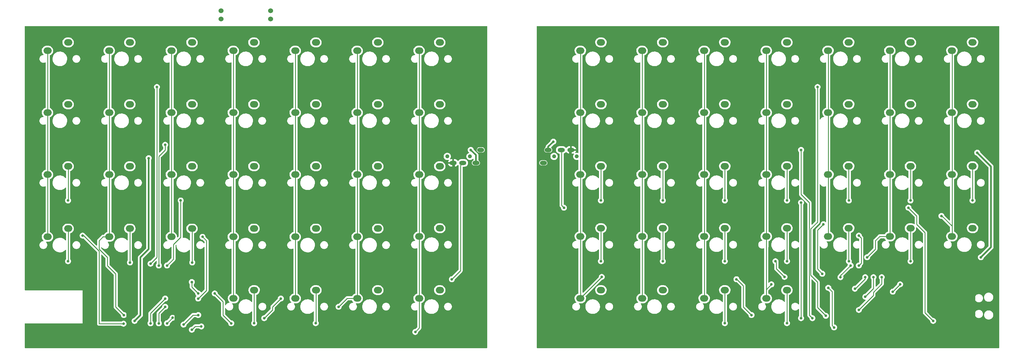
<source format=gbr>
%TF.GenerationSoftware,KiCad,Pcbnew,(7.0.0-0)*%
%TF.CreationDate,2023-03-05T22:08:41+09:00*%
%TF.ProjectId,11111_pcb,31313131-315f-4706-9362-2e6b69636164,rev?*%
%TF.SameCoordinates,Original*%
%TF.FileFunction,Copper,L1,Top*%
%TF.FilePolarity,Positive*%
%FSLAX46Y46*%
G04 Gerber Fmt 4.6, Leading zero omitted, Abs format (unit mm)*
G04 Created by KiCad (PCBNEW (7.0.0-0)) date 2023-03-05 22:08:41*
%MOMM*%
%LPD*%
G01*
G04 APERTURE LIST*
%TA.AperFunction,ComponentPad*%
%ADD10O,2.500000X2.000000*%
%TD*%
%TA.AperFunction,WasherPad*%
%ADD11C,1.210000*%
%TD*%
%TA.AperFunction,ComponentPad*%
%ADD12O,2.200000X1.300000*%
%TD*%
%TA.AperFunction,ComponentPad*%
%ADD13C,1.524000*%
%TD*%
%TA.AperFunction,ViaPad*%
%ADD14C,0.800000*%
%TD*%
%TA.AperFunction,Conductor*%
%ADD15C,0.250000*%
%TD*%
%TA.AperFunction,Conductor*%
%ADD16C,0.500000*%
%TD*%
G04 APERTURE END LIST*
D10*
%TO.P,SW13,1,1*%
%TO.N,Col12*%
X301624999Y-38039999D03*
%TO.P,SW13,2,2*%
%TO.N,Net-(D13-A)*%
X307974999Y-35499999D03*
%TD*%
%TO.P,SW46,1,1*%
%TO.N,Col3*%
X99694999Y-95309999D03*
%TO.P,SW46,2,2*%
%TO.N,Net-(D46-A)*%
X106044999Y-92769999D03*
%TD*%
%TO.P,SW8,1,1*%
%TO.N,Col7*%
X206424999Y-38039999D03*
%TO.P,SW8,2,2*%
%TO.N,Net-(D8-A)*%
X212774999Y-35499999D03*
%TD*%
%TO.P,SW54,1,1*%
%TO.N,Col11*%
X282624999Y-95189999D03*
%TO.P,SW54,2,2*%
%TO.N,Net-(D54-A)*%
X288974999Y-92649999D03*
%TD*%
%TO.P,SW61,1,1*%
%TO.N,Col7*%
X206424999Y-114239999D03*
%TO.P,SW61,2,2*%
%TO.N,Net-(D61-A)*%
X212774999Y-111699999D03*
%TD*%
%TO.P,SW26,1,1*%
%TO.N,Col11*%
X282624999Y-57089999D03*
%TO.P,SW26,2,2*%
%TO.N,Net-(D26-A)*%
X288974999Y-54549999D03*
%TD*%
%TO.P,SW22,1,1*%
%TO.N,Col7*%
X206424999Y-57089999D03*
%TO.P,SW22,2,2*%
%TO.N,Net-(D22-A)*%
X212774999Y-54549999D03*
%TD*%
D11*
%TO.P,J1,*%
%TO.N,*%
X165500000Y-70580000D03*
X172500000Y-70580000D03*
D12*
%TO.P,J1,A*%
%TO.N,unconnected-(J1-PadA)*%
X175799999Y-68579999D03*
%TO.P,J1,B*%
%TO.N,GND*%
X167299999Y-72579999D03*
%TO.P,J1,C*%
%TO.N,DataLeft*%
X170299999Y-72579999D03*
%TO.P,J1,D*%
%TO.N,VCC*%
X174299999Y-72579999D03*
%TD*%
D13*
%TO.P,REF\u002A\u002A,a*%
%TO.N,N/C*%
X95920000Y-25800000D03*
%TO.P,REF\u002A\u002A,b*%
X95920000Y-28340000D03*
%TO.P,REF\u002A\u002A,c*%
X111160000Y-25800000D03*
%TO.P,REF\u002A\u002A,d*%
X111160000Y-28340000D03*
%TD*%
D10*
%TO.P,SW34,1,1*%
%TO.N,Col5*%
X137794999Y-76139999D03*
%TO.P,SW34,2,2*%
%TO.N,Net-(D34-A)*%
X144144999Y-73599999D03*
%TD*%
%TO.P,SW15,1,1*%
%TO.N,Col0*%
X42544999Y-57089999D03*
%TO.P,SW15,2,2*%
%TO.N,Net-(D15-A)*%
X48894999Y-54549999D03*
%TD*%
%TO.P,SW62,1,1*%
%TO.N,Col8*%
X225424999Y-114239999D03*
%TO.P,SW62,2,2*%
%TO.N,Net-(D62-A)*%
X231774999Y-111699999D03*
%TD*%
%TO.P,SW23,1,1*%
%TO.N,Col8*%
X225424999Y-57089999D03*
%TO.P,SW23,2,2*%
%TO.N,Net-(D23-A)*%
X231774999Y-54549999D03*
%TD*%
%TO.P,SW45,1,1*%
%TO.N,Col2*%
X80644999Y-95309999D03*
%TO.P,SW45,2,2*%
%TO.N,Net-(D45-A)*%
X86994999Y-92769999D03*
%TD*%
%TO.P,SW57,1,1*%
%TO.N,Col3*%
X99754999Y-114239999D03*
%TO.P,SW57,2,2*%
%TO.N,Net-(D57-A)*%
X106104999Y-111699999D03*
%TD*%
%TO.P,SW1,1,1*%
%TO.N,Col0*%
X42544999Y-38039999D03*
%TO.P,SW1,2,2*%
%TO.N,Net-(D1-A)*%
X48894999Y-35499999D03*
%TD*%
%TO.P,SW12,1,1*%
%TO.N,Col11*%
X282624999Y-38039999D03*
%TO.P,SW12,2,2*%
%TO.N,Net-(D12-A)*%
X288974999Y-35499999D03*
%TD*%
%TO.P,SW58,1,1*%
%TO.N,Col4*%
X118744999Y-114239999D03*
%TO.P,SW58,2,2*%
%TO.N,Net-(D58-A)*%
X125094999Y-111699999D03*
%TD*%
%TO.P,SW16,1,1*%
%TO.N,Col1*%
X61524999Y-57089999D03*
%TO.P,SW16,2,2*%
%TO.N,Net-(D16-A)*%
X67874999Y-54549999D03*
%TD*%
%TO.P,SW40,1,1*%
%TO.N,Col11*%
X282624999Y-76139999D03*
%TO.P,SW40,2,2*%
%TO.N,Net-(D40-A)*%
X288974999Y-73599999D03*
%TD*%
%TO.P,SW19,1,1*%
%TO.N,Col4*%
X118744999Y-57089999D03*
%TO.P,SW19,2,2*%
%TO.N,Net-(D19-A)*%
X125094999Y-54549999D03*
%TD*%
%TO.P,SW43,1,1*%
%TO.N,Col0*%
X42544999Y-95309999D03*
%TO.P,SW43,2,2*%
%TO.N,Net-(D43-A)*%
X48894999Y-92769999D03*
%TD*%
%TO.P,SW53,1,1*%
%TO.N,Col10*%
X263624999Y-95189999D03*
%TO.P,SW53,2,2*%
%TO.N,Net-(D53-A)*%
X269974999Y-92649999D03*
%TD*%
%TO.P,SW47,1,1*%
%TO.N,Col4*%
X118744999Y-95309999D03*
%TO.P,SW47,2,2*%
%TO.N,Net-(D47-A)*%
X125094999Y-92769999D03*
%TD*%
%TO.P,SW35,1,1*%
%TO.N,Col6*%
X156844999Y-76139999D03*
%TO.P,SW35,2,2*%
%TO.N,Net-(D35-A)*%
X163194999Y-73599999D03*
%TD*%
%TO.P,SW28,1,1*%
%TO.N,Col13*%
X320724999Y-57089999D03*
%TO.P,SW28,2,2*%
%TO.N,Net-(D28-A)*%
X327074999Y-54549999D03*
%TD*%
%TO.P,SW51,1,1*%
%TO.N,Col8*%
X225424999Y-95189999D03*
%TO.P,SW51,2,2*%
%TO.N,Net-(D51-A)*%
X231774999Y-92649999D03*
%TD*%
%TO.P,SW37,1,1*%
%TO.N,Col8*%
X225424999Y-76139999D03*
%TO.P,SW37,2,2*%
%TO.N,Net-(D37-A)*%
X231774999Y-73599999D03*
%TD*%
%TO.P,SW56,1,1*%
%TO.N,Col13*%
X320724999Y-95189999D03*
%TO.P,SW56,2,2*%
%TO.N,Net-(D56-A)*%
X327074999Y-92649999D03*
%TD*%
%TO.P,SW30,1,1*%
%TO.N,Col1*%
X61524999Y-76139999D03*
%TO.P,SW30,2,2*%
%TO.N,Net-(D30-A)*%
X67874999Y-73599999D03*
%TD*%
%TO.P,SW33,1,1*%
%TO.N,Col4*%
X118744999Y-76139999D03*
%TO.P,SW33,2,2*%
%TO.N,Net-(D33-A)*%
X125094999Y-73599999D03*
%TD*%
%TO.P,SW9,1,1*%
%TO.N,Col8*%
X225424999Y-38039999D03*
%TO.P,SW9,2,2*%
%TO.N,Net-(D9-A)*%
X231774999Y-35499999D03*
%TD*%
%TO.P,SW27,1,1*%
%TO.N,Col12*%
X301624999Y-57089999D03*
%TO.P,SW27,2,2*%
%TO.N,Net-(D27-A)*%
X307974999Y-54549999D03*
%TD*%
%TO.P,SW14,1,1*%
%TO.N,Col13*%
X320724999Y-38039999D03*
%TO.P,SW14,2,2*%
%TO.N,Net-(D14-A)*%
X327074999Y-35499999D03*
%TD*%
%TO.P,SW50,1,1*%
%TO.N,Col7*%
X206424999Y-95189999D03*
%TO.P,SW50,2,2*%
%TO.N,Net-(D50-A)*%
X212774999Y-92649999D03*
%TD*%
%TO.P,SW38,1,1*%
%TO.N,Col9*%
X244524999Y-76139999D03*
%TO.P,SW38,2,2*%
%TO.N,Net-(D38-A)*%
X250874999Y-73599999D03*
%TD*%
%TO.P,SW11,1,1*%
%TO.N,Col10*%
X263624999Y-38039999D03*
%TO.P,SW11,2,2*%
%TO.N,Net-(D11-A)*%
X269974999Y-35499999D03*
%TD*%
%TO.P,SW6,1,1*%
%TO.N,Col5*%
X137794999Y-38039999D03*
%TO.P,SW6,2,2*%
%TO.N,Net-(D6-A)*%
X144144999Y-35499999D03*
%TD*%
%TO.P,SW44,1,1*%
%TO.N,Col1*%
X61524999Y-95309999D03*
%TO.P,SW44,2,2*%
%TO.N,Net-(D44-A)*%
X67874999Y-92769999D03*
%TD*%
%TO.P,SW52,1,1*%
%TO.N,Col9*%
X244524999Y-95189999D03*
%TO.P,SW52,2,2*%
%TO.N,Net-(D52-A)*%
X250874999Y-92649999D03*
%TD*%
%TO.P,SW49,1,1*%
%TO.N,Col6*%
X156844999Y-95189999D03*
%TO.P,SW49,2,2*%
%TO.N,Net-(D49-A)*%
X163194999Y-92649999D03*
%TD*%
%TO.P,SW21,1,1*%
%TO.N,Col6*%
X156844999Y-57089999D03*
%TO.P,SW21,2,2*%
%TO.N,Net-(D21-A)*%
X163194999Y-54549999D03*
%TD*%
%TO.P,SW29,1,1*%
%TO.N,Col0*%
X42544999Y-76139999D03*
%TO.P,SW29,2,2*%
%TO.N,Net-(D29-A)*%
X48894999Y-73599999D03*
%TD*%
%TO.P,SW4,1,1*%
%TO.N,Col3*%
X99694999Y-38039999D03*
%TO.P,SW4,2,2*%
%TO.N,Net-(D4-A)*%
X106044999Y-35499999D03*
%TD*%
%TO.P,SW39,1,1*%
%TO.N,Col10*%
X263624999Y-76139999D03*
%TO.P,SW39,2,2*%
%TO.N,Net-(D39-A)*%
X269974999Y-73599999D03*
%TD*%
%TO.P,SW59,1,1*%
%TO.N,Col5*%
X137794999Y-114239999D03*
%TO.P,SW59,2,2*%
%TO.N,Net-(D59-A)*%
X144144999Y-111699999D03*
%TD*%
%TO.P,SW20,1,1*%
%TO.N,Col5*%
X137794999Y-57089999D03*
%TO.P,SW20,2,2*%
%TO.N,Net-(D20-A)*%
X144144999Y-54549999D03*
%TD*%
%TO.P,SW32,1,1*%
%TO.N,Col3*%
X99694999Y-76139999D03*
%TO.P,SW32,2,2*%
%TO.N,Net-(D32-A)*%
X106044999Y-73599999D03*
%TD*%
%TO.P,SW55,1,1*%
%TO.N,Col12*%
X301624999Y-95189999D03*
%TO.P,SW55,2,2*%
%TO.N,Net-(D55-A)*%
X307974999Y-92649999D03*
%TD*%
%TO.P,SW2,1,1*%
%TO.N,Col1*%
X61524999Y-38039999D03*
%TO.P,SW2,2,2*%
%TO.N,Net-(D2-A)*%
X67874999Y-35499999D03*
%TD*%
%TO.P,SW3,1,1*%
%TO.N,Col2*%
X80644999Y-38039999D03*
%TO.P,SW3,2,2*%
%TO.N,Net-(D3-A)*%
X86994999Y-35499999D03*
%TD*%
%TO.P,SW7,1,1*%
%TO.N,Col6*%
X156844999Y-38039999D03*
%TO.P,SW7,2,2*%
%TO.N,Net-(D7-A)*%
X163194999Y-35499999D03*
%TD*%
%TO.P,SW24,1,1*%
%TO.N,Col9*%
X244524999Y-57089999D03*
%TO.P,SW24,2,2*%
%TO.N,Net-(D24-A)*%
X250874999Y-54549999D03*
%TD*%
%TO.P,SW17,1,1*%
%TO.N,Col2*%
X80644999Y-57089999D03*
%TO.P,SW17,2,2*%
%TO.N,Net-(D17-A)*%
X86994999Y-54549999D03*
%TD*%
%TO.P,SW25,1,1*%
%TO.N,Col10*%
X263624999Y-57089999D03*
%TO.P,SW25,2,2*%
%TO.N,Net-(D25-A)*%
X269974999Y-54549999D03*
%TD*%
D11*
%TO.P,J2,*%
%TO.N,*%
X205345000Y-70580000D03*
X198345000Y-70580000D03*
D12*
%TO.P,J2,A*%
%TO.N,unconnected-(J2-PadA)*%
X195044999Y-72579999D03*
%TO.P,J2,B*%
%TO.N,GNDA*%
X203544999Y-68579999D03*
%TO.P,J2,C*%
%TO.N,DataRight*%
X200544999Y-68579999D03*
%TO.P,J2,D*%
%TO.N,VDD*%
X196544999Y-68579999D03*
%TD*%
D10*
%TO.P,SW48,1,1*%
%TO.N,Col5*%
X137794999Y-95309999D03*
%TO.P,SW48,2,2*%
%TO.N,Net-(D48-A)*%
X144144999Y-92769999D03*
%TD*%
%TO.P,SW10,1,1*%
%TO.N,Col9*%
X244524999Y-38039999D03*
%TO.P,SW10,2,2*%
%TO.N,Net-(D10-A)*%
X250874999Y-35499999D03*
%TD*%
%TO.P,SW60,1,1*%
%TO.N,Col6*%
X156844999Y-114239999D03*
%TO.P,SW60,2,2*%
%TO.N,Net-(D60-A)*%
X163194999Y-111699999D03*
%TD*%
%TO.P,SW18,1,1*%
%TO.N,Col3*%
X99694999Y-57089999D03*
%TO.P,SW18,2,2*%
%TO.N,Net-(D18-A)*%
X106044999Y-54549999D03*
%TD*%
%TO.P,SW64,1,1*%
%TO.N,Col10*%
X263624999Y-114239999D03*
%TO.P,SW64,2,2*%
%TO.N,Net-(D64-A)*%
X269974999Y-111699999D03*
%TD*%
%TO.P,SW41,1,1*%
%TO.N,Col12*%
X301624999Y-76139999D03*
%TO.P,SW41,2,2*%
%TO.N,Net-(D41-A)*%
X307974999Y-73599999D03*
%TD*%
%TO.P,SW42,1,1*%
%TO.N,Col13*%
X320724999Y-76139999D03*
%TO.P,SW42,2,2*%
%TO.N,Net-(D42-A)*%
X327074999Y-73599999D03*
%TD*%
%TO.P,SW31,1,1*%
%TO.N,Col2*%
X80644999Y-76139999D03*
%TO.P,SW31,2,2*%
%TO.N,Net-(D31-A)*%
X86994999Y-73599999D03*
%TD*%
%TO.P,SW36,1,1*%
%TO.N,Col7*%
X206424999Y-76139999D03*
%TO.P,SW36,2,2*%
%TO.N,Net-(D36-A)*%
X212774999Y-73599999D03*
%TD*%
%TO.P,SW5,1,1*%
%TO.N,Col4*%
X118744999Y-38039999D03*
%TO.P,SW5,2,2*%
%TO.N,Net-(D5-A)*%
X125094999Y-35499999D03*
%TD*%
%TO.P,SW63,1,1*%
%TO.N,Col9*%
X244524999Y-114239999D03*
%TO.P,SW63,2,2*%
%TO.N,Net-(D63-A)*%
X250874999Y-111699999D03*
%TD*%
D14*
%TO.N,Row0*%
X74230000Y-103570000D03*
X76200000Y-49220000D03*
%TO.N,Row5*%
X281940000Y-119615500D03*
X279400000Y-49220000D03*
%TO.N,Row1*%
X78740000Y-67000000D03*
X76770000Y-104140000D03*
%TO.N,Row6*%
X277820178Y-120340000D03*
X274320000Y-68580000D03*
%TO.N,Row2*%
X79310000Y-104140000D03*
X83510000Y-84130000D03*
%TO.N,Net-(D29-A)*%
X48860000Y-84130000D03*
%TO.N,Row7*%
X274320000Y-120340000D03*
X274320000Y-84780000D03*
%TO.N,Net-(D36-A)*%
X212745000Y-84130000D03*
%TO.N,Net-(D37-A)*%
X231795000Y-84130000D03*
%TO.N,Net-(D38-A)*%
X250880000Y-84130000D03*
%TO.N,Net-(D39-A)*%
X269995000Y-84130000D03*
%TO.N,Net-(D40-A)*%
X289020000Y-84130000D03*
%TO.N,Net-(D41-A)*%
X307975000Y-84130000D03*
%TO.N,Net-(D42-A)*%
X327060000Y-84130000D03*
%TO.N,Net-(D43-A)*%
X48860000Y-102810000D03*
%TO.N,Net-(D44-A)*%
X67910000Y-103210000D03*
%TO.N,Net-(D45-A)*%
X87060000Y-103210000D03*
%TO.N,Row8*%
X284480000Y-123190000D03*
X266445000Y-102810000D03*
X269240000Y-107640000D03*
X282697701Y-111002299D03*
%TO.N,Net-(D50-A)*%
X212745000Y-102810000D03*
%TO.N,Net-(D51-A)*%
X231795000Y-102810000D03*
%TO.N,Net-(D52-A)*%
X250880000Y-102810000D03*
%TO.N,Net-(D53-A)*%
X269995000Y-102810000D03*
%TO.N,Net-(D54-A)*%
X289020000Y-102810000D03*
%TO.N,Net-(D55-A)*%
X307975000Y-102810000D03*
%TO.N,Row4*%
X99060000Y-121920000D03*
X93980000Y-112720000D03*
X88900000Y-112720000D03*
X86930000Y-109220000D03*
%TO.N,Net-(D57-A)*%
X106110000Y-121880000D03*
%TO.N,Net-(D58-A)*%
X125050000Y-121880000D03*
%TO.N,DataLeft*%
X166915000Y-108365000D03*
%TO.N,GND*%
X68760000Y-110180000D03*
X53340000Y-124055498D03*
X81874628Y-121920000D03*
X53995000Y-110180000D03*
X69150000Y-123460497D03*
X81874628Y-109220000D03*
X165100000Y-107640000D03*
%TO.N,VCC*%
X172720000Y-68580000D03*
X73660000Y-71120000D03*
X69319500Y-121180500D03*
%TO.N,DataRight*%
X314960000Y-121195000D03*
X307340000Y-86360000D03*
X201390500Y-86360000D03*
%TO.N,VDD*%
X328510000Y-69430000D03*
X329625000Y-101600000D03*
X198120000Y-66040000D03*
%TO.N,Col0*%
X65929500Y-122030500D03*
X53340000Y-94940000D03*
%TO.N,Col1*%
X66040000Y-119380000D03*
%TO.N,Col2*%
X88900000Y-114300000D03*
X78740000Y-114300000D03*
X74230000Y-121920000D03*
X90230000Y-95310000D03*
%TO.N,Col3*%
X78740000Y-116840000D03*
X76770000Y-121920000D03*
%TO.N,Col4*%
X114300000Y-114300000D03*
X81025128Y-120204872D03*
X79310000Y-121920000D03*
X109220000Y-120340000D03*
%TO.N,Col5*%
X84390000Y-122310000D03*
X132080000Y-116840000D03*
X88900000Y-119380000D03*
%TO.N,Col6*%
X86930000Y-123890000D03*
X155659500Y-124570500D03*
X89860000Y-122880000D03*
%TO.N,Col7*%
X302534500Y-112184503D03*
X304800000Y-109919003D03*
X213025000Y-107640000D03*
%TO.N,Col8*%
X259080000Y-119380000D03*
X299145000Y-107725000D03*
X254450000Y-108364500D03*
X292100000Y-117800000D03*
%TO.N,Col9*%
X294075000Y-113735000D03*
X296605000Y-107725000D03*
%TO.N,Col10*%
X294065000Y-107725000D03*
X290869737Y-111270500D03*
X265200000Y-109945000D03*
%TO.N,Col11*%
X292100000Y-104140000D03*
X292100000Y-94940000D03*
%TO.N,Col12*%
X294640000Y-101600000D03*
X286445000Y-107725000D03*
X289560000Y-104140000D03*
%TO.N,Col13*%
X317500000Y-88900000D03*
X280860000Y-106680000D03*
X281209500Y-91440000D03*
%TO.N,GNDA*%
X203200000Y-100020000D03*
X327660000Y-121920000D03*
X327660000Y-111760000D03*
%TO.N,Net-(D63-A)*%
X250880000Y-121880000D03*
%TO.N,Net-(D64-A)*%
X269995000Y-121880000D03*
%TD*%
D15*
%TO.N,Row0*%
X74230000Y-103570000D02*
X76200000Y-101600000D01*
X76200000Y-101600000D02*
X76200000Y-49220000D01*
%TO.N,Row5*%
X279400000Y-109220000D02*
X277310000Y-107130000D01*
X277310000Y-107130000D02*
X277310000Y-92846552D01*
X279400000Y-117075500D02*
X279400000Y-109220000D01*
X277310000Y-92846552D02*
X279400000Y-90756552D01*
X279400000Y-90756552D02*
X279400000Y-49220000D01*
X281940000Y-119615500D02*
X279400000Y-117075500D01*
%TO.N,Row1*%
X76770000Y-70550000D02*
X78740000Y-68580000D01*
X78740000Y-68580000D02*
X78740000Y-67000000D01*
X76770000Y-104140000D02*
X76770000Y-70550000D01*
%TO.N,Row6*%
X274320000Y-82240000D02*
X276860000Y-84780000D01*
X276860000Y-119379822D02*
X277820178Y-120340000D01*
X276860000Y-84780000D02*
X276860000Y-119379822D01*
X274320000Y-68580000D02*
X274320000Y-82240000D01*
%TO.N,Row2*%
X81280000Y-102170000D02*
X81280000Y-97666243D01*
X83510000Y-95436243D02*
X83510000Y-84130000D01*
X79310000Y-104140000D02*
X81280000Y-102170000D01*
X81280000Y-97666243D02*
X83510000Y-95436243D01*
%TO.N,Net-(D29-A)*%
X48895000Y-84095000D02*
X48860000Y-84130000D01*
X48895000Y-73600000D02*
X48895000Y-84095000D01*
%TO.N,Row7*%
X274320000Y-120340000D02*
X274320000Y-84780000D01*
%TO.N,Net-(D36-A)*%
X212775000Y-84100000D02*
X212745000Y-84130000D01*
X212775000Y-73600000D02*
X212775000Y-84100000D01*
%TO.N,Net-(D37-A)*%
X231775000Y-73600000D02*
X231775000Y-84110000D01*
%TO.N,Net-(D38-A)*%
X250875000Y-73600000D02*
X250875000Y-84125000D01*
X250875000Y-84125000D02*
X250880000Y-84130000D01*
%TO.N,Net-(D39-A)*%
X269975000Y-73600000D02*
X269975000Y-84110000D01*
X269975000Y-84110000D02*
X269995000Y-84130000D01*
%TO.N,Net-(D40-A)*%
X288975000Y-73600000D02*
X288975000Y-84085000D01*
X288975000Y-84085000D02*
X289020000Y-84130000D01*
%TO.N,Net-(D41-A)*%
X307975000Y-73600000D02*
X307975000Y-84130000D01*
%TO.N,Net-(D42-A)*%
X327075000Y-73600000D02*
X327075000Y-84115000D01*
X327075000Y-84115000D02*
X327060000Y-84130000D01*
%TO.N,Net-(D43-A)*%
X48895000Y-92770000D02*
X48895000Y-102775000D01*
X48895000Y-102775000D02*
X48860000Y-102810000D01*
%TO.N,Net-(D44-A)*%
X67875000Y-92770000D02*
X67875000Y-103175000D01*
X67875000Y-103175000D02*
X67910000Y-103210000D01*
%TO.N,Net-(D45-A)*%
X86995000Y-92770000D02*
X86995000Y-103145000D01*
X86995000Y-103145000D02*
X87060000Y-103210000D01*
%TO.N,Row8*%
X283845000Y-122555000D02*
X284480000Y-123190000D01*
X266700000Y-103065000D02*
X266445000Y-102810000D01*
X269240000Y-107640000D02*
X266700000Y-105100000D01*
X283845000Y-112149598D02*
X283845000Y-122555000D01*
X282697701Y-111002299D02*
X283845000Y-112149598D01*
X266700000Y-105100000D02*
X266700000Y-103065000D01*
%TO.N,Net-(D50-A)*%
X212775000Y-92650000D02*
X212775000Y-102780000D01*
X212775000Y-102780000D02*
X212745000Y-102810000D01*
%TO.N,Net-(D51-A)*%
X231775000Y-102790000D02*
X231795000Y-102810000D01*
X231775000Y-92650000D02*
X231775000Y-102790000D01*
%TO.N,Net-(D52-A)*%
X250875000Y-92650000D02*
X250875000Y-102805000D01*
X250875000Y-102805000D02*
X250880000Y-102810000D01*
%TO.N,Net-(D53-A)*%
X269975000Y-102790000D02*
X269995000Y-102810000D01*
X269975000Y-92650000D02*
X269975000Y-102790000D01*
%TO.N,Net-(D54-A)*%
X288975000Y-102765000D02*
X289020000Y-102810000D01*
X288975000Y-92650000D02*
X288975000Y-102765000D01*
%TO.N,Net-(D55-A)*%
X307975000Y-92650000D02*
X307975000Y-102810000D01*
%TO.N,Row4*%
X96520000Y-115260000D02*
X93980000Y-112720000D01*
X99060000Y-121920000D02*
X96520000Y-119380000D01*
X86930000Y-109220000D02*
X86930000Y-110750000D01*
X96520000Y-119380000D02*
X96520000Y-115260000D01*
X86930000Y-110750000D02*
X88900000Y-112720000D01*
%TO.N,Net-(D57-A)*%
X106105000Y-121875000D02*
X106110000Y-121880000D01*
X106105000Y-111700000D02*
X106105000Y-121875000D01*
%TO.N,Net-(D58-A)*%
X125095000Y-111700000D02*
X125095000Y-121835000D01*
X125095000Y-121835000D02*
X125050000Y-121880000D01*
%TO.N,DataLeft*%
X166915000Y-108365000D02*
X169605000Y-105675000D01*
X169605000Y-105675000D02*
X169605000Y-73275000D01*
X169605000Y-73275000D02*
X170300000Y-72580000D01*
D16*
%TO.N,GND*%
X67039503Y-121350000D02*
X69150000Y-123460497D01*
X67039503Y-111900497D02*
X67039503Y-121350000D01*
X167640000Y-72920000D02*
X167300000Y-72580000D01*
X81874628Y-121920000D02*
X81874628Y-109220000D01*
X165100000Y-107640000D02*
X167640000Y-105100000D01*
X167640000Y-105100000D02*
X167640000Y-72920000D01*
X68760000Y-110180000D02*
X67039503Y-111900497D01*
X53744502Y-124055498D02*
X55880000Y-121920000D01*
X55880000Y-112065000D02*
X53995000Y-110180000D01*
X55880000Y-121920000D02*
X55880000Y-112065000D01*
X53340000Y-124055498D02*
X53744502Y-124055498D01*
%TO.N,VCC*%
X71120000Y-119380000D02*
X69319500Y-121180500D01*
X73660000Y-71120000D02*
X73660000Y-99127805D01*
X174300000Y-72580000D02*
X174300000Y-70160000D01*
X73660000Y-99127805D02*
X71120000Y-101667805D01*
X71120000Y-101667805D02*
X71120000Y-119380000D01*
X174300000Y-70160000D02*
X172720000Y-68580000D01*
D15*
%TO.N,DataRight*%
X307340000Y-86360000D02*
X309880000Y-88900000D01*
X200660000Y-85629500D02*
X200660000Y-68695000D01*
X200660000Y-68695000D02*
X200545000Y-68580000D01*
X309880000Y-88900000D02*
X309880000Y-91440000D01*
X201390500Y-86360000D02*
X200660000Y-85629500D01*
X312420000Y-93980000D02*
X312420000Y-118655000D01*
X312420000Y-118655000D02*
X314960000Y-121195000D01*
X309880000Y-91440000D02*
X312420000Y-93980000D01*
D16*
%TO.N,VDD*%
X328510000Y-69430000D02*
X332740000Y-73660000D01*
X332740000Y-73660000D02*
X332740000Y-98485000D01*
X198120000Y-66040000D02*
X196545000Y-67615000D01*
X332740000Y-98485000D02*
X329625000Y-101600000D01*
X196545000Y-67615000D02*
X196545000Y-68580000D01*
D15*
%TO.N,Col0*%
X58420000Y-99696396D02*
X58420000Y-122030500D01*
X53663604Y-94940000D02*
X58420000Y-99696396D01*
X42600000Y-38095000D02*
X42600000Y-95255000D01*
X42545000Y-38040000D02*
X42600000Y-38095000D01*
X58420000Y-122030500D02*
X65929500Y-122030500D01*
X42600000Y-95255000D02*
X42545000Y-95310000D01*
X53340000Y-94940000D02*
X53663604Y-94940000D01*
%TO.N,Col1*%
X58420000Y-96520000D02*
X59630000Y-95310000D01*
X59630000Y-95310000D02*
X61525000Y-95310000D01*
X61580000Y-95255000D02*
X61525000Y-95310000D01*
X66040000Y-119380000D02*
X63500000Y-116840000D01*
X63500000Y-116840000D02*
X63500000Y-106680000D01*
X61580000Y-38095000D02*
X61580000Y-95255000D01*
X58420000Y-99060000D02*
X58420000Y-96520000D01*
X60960000Y-104140000D02*
X60960000Y-101600000D01*
X60960000Y-101600000D02*
X58420000Y-99060000D01*
X63500000Y-106680000D02*
X60960000Y-104140000D01*
X61525000Y-38040000D02*
X61580000Y-38095000D01*
%TO.N,Col2*%
X80700000Y-38095000D02*
X80700000Y-95255000D01*
X74230000Y-121920000D02*
X74230000Y-118810000D01*
X80645000Y-38040000D02*
X80700000Y-38095000D01*
X74230000Y-118810000D02*
X78740000Y-114300000D01*
X91440000Y-96520000D02*
X91440000Y-111760000D01*
X91440000Y-111760000D02*
X88900000Y-114300000D01*
X90230000Y-95310000D02*
X91440000Y-96520000D01*
X80700000Y-95255000D02*
X80645000Y-95310000D01*
%TO.N,Col3*%
X99695000Y-95310000D02*
X99755000Y-95370000D01*
X99750000Y-38095000D02*
X99750000Y-95255000D01*
X99750000Y-95255000D02*
X99695000Y-95310000D01*
X76770000Y-121920000D02*
X76770000Y-118810000D01*
X99755000Y-95370000D02*
X99755000Y-114240000D01*
X76770000Y-118810000D02*
X78740000Y-116840000D01*
X99695000Y-38040000D02*
X99750000Y-38095000D01*
%TO.N,Col4*%
X81025128Y-120204872D02*
X79310000Y-121920000D01*
X114300000Y-114300000D02*
X111760000Y-116840000D01*
X118800000Y-38095000D02*
X118800000Y-114185000D01*
X111760000Y-117800000D02*
X109220000Y-120340000D01*
X111760000Y-116840000D02*
X111760000Y-117800000D01*
X118800000Y-114185000D02*
X118745000Y-114240000D01*
X118745000Y-38040000D02*
X118800000Y-38095000D01*
%TO.N,Col5*%
X84390000Y-122310000D02*
X87320000Y-119380000D01*
X137795000Y-38040000D02*
X137850000Y-38095000D01*
X132080000Y-116840000D02*
X134680000Y-114240000D01*
X87320000Y-119380000D02*
X88900000Y-119380000D01*
X137850000Y-114185000D02*
X137795000Y-114240000D01*
X137850000Y-38095000D02*
X137850000Y-114185000D01*
X134680000Y-114240000D02*
X137795000Y-114240000D01*
%TO.N,Col6*%
X155659500Y-124570500D02*
X156900000Y-123330000D01*
X156900000Y-114185000D02*
X156845000Y-114240000D01*
X156900000Y-38095000D02*
X156900000Y-114185000D01*
X156900000Y-123330000D02*
X156900000Y-114295000D01*
X87940000Y-122880000D02*
X89860000Y-122880000D01*
X156845000Y-38040000D02*
X156900000Y-38095000D01*
X156900000Y-114295000D02*
X156845000Y-114240000D01*
X86930000Y-123890000D02*
X87940000Y-122880000D01*
%TO.N,Col7*%
X206480000Y-38095000D02*
X206480000Y-114185000D01*
X213025000Y-107640000D02*
X206425000Y-114240000D01*
X206425000Y-38040000D02*
X206480000Y-38095000D01*
X206480000Y-114185000D02*
X206425000Y-114240000D01*
X304800000Y-109919003D02*
X302534500Y-112184503D01*
%TO.N,Col8*%
X225425000Y-38040000D02*
X225480000Y-38095000D01*
X299145000Y-109795000D02*
X299145000Y-107725000D01*
X296545000Y-112395000D02*
X299145000Y-109795000D01*
X292100000Y-117800000D02*
X296545000Y-113355000D01*
X259080000Y-119380000D02*
X256540000Y-116840000D01*
X296545000Y-113355000D02*
X296545000Y-112395000D01*
X254587250Y-108364500D02*
X254450000Y-108364500D01*
X225480000Y-114185000D02*
X225425000Y-114240000D01*
X256540000Y-110317250D02*
X254587250Y-108364500D01*
X256540000Y-116840000D02*
X256540000Y-110317250D01*
X225480000Y-38095000D02*
X225480000Y-114185000D01*
%TO.N,Col9*%
X296605000Y-111205000D02*
X296605000Y-107725000D01*
X244580000Y-114185000D02*
X244580000Y-38095000D01*
X244580000Y-38095000D02*
X244525000Y-38040000D01*
X294075000Y-113735000D02*
X296605000Y-111205000D01*
X244525000Y-114240000D02*
X244580000Y-114185000D01*
%TO.N,Col10*%
X263680000Y-38095000D02*
X263680000Y-98278833D01*
X263625000Y-98333833D02*
X263625000Y-114240000D01*
X263680000Y-98278833D02*
X263625000Y-98333833D01*
X290869737Y-111270500D02*
X291009500Y-111270500D01*
X263625000Y-111520000D02*
X263625000Y-114240000D01*
X294065000Y-108215000D02*
X294065000Y-107725000D01*
X291009500Y-111270500D02*
X294065000Y-108215000D01*
X265200000Y-109945000D02*
X263625000Y-111520000D01*
X263625000Y-95190000D02*
X263680000Y-95245000D01*
X263625000Y-38040000D02*
X263680000Y-38095000D01*
%TO.N,Col11*%
X292100000Y-104140000D02*
X292840000Y-103400000D01*
X292840000Y-103400000D02*
X292840000Y-95680000D01*
X282680000Y-38095000D02*
X282680000Y-95135000D01*
X292840000Y-95680000D02*
X292100000Y-94940000D01*
X282625000Y-38040000D02*
X282680000Y-38095000D01*
%TO.N,Col12*%
X301625000Y-38040000D02*
X301680000Y-38095000D01*
X301680000Y-38095000D02*
X301680000Y-95135000D01*
X289560000Y-104140000D02*
X286445000Y-107255000D01*
X298495583Y-95190000D02*
X301625000Y-95190000D01*
X286445000Y-107255000D02*
X286445000Y-107725000D01*
X297180000Y-99060000D02*
X297180000Y-96505583D01*
X294640000Y-101600000D02*
X297180000Y-99060000D01*
X297180000Y-96505583D02*
X298495583Y-95190000D01*
%TO.N,Col13*%
X317685000Y-88900000D02*
X320780000Y-91995000D01*
X320725000Y-94665000D02*
X320725000Y-95190000D01*
X320040000Y-76200000D02*
X320780000Y-76940000D01*
X320780000Y-94610000D02*
X320725000Y-94665000D01*
X279400000Y-105220000D02*
X280860000Y-106680000D01*
X320725000Y-38040000D02*
X320780000Y-38095000D01*
X320780000Y-38095000D02*
X320780000Y-95135000D01*
X317500000Y-88900000D02*
X317685000Y-88900000D01*
X279400000Y-93249500D02*
X279400000Y-105220000D01*
X320780000Y-95135000D02*
X320725000Y-95190000D01*
X320780000Y-91995000D02*
X320780000Y-94610000D01*
X281209500Y-91440000D02*
X279400000Y-93249500D01*
D16*
%TO.N,GNDA*%
X203200000Y-68925000D02*
X203545000Y-68580000D01*
X203200000Y-100020000D02*
X203200000Y-68925000D01*
X327660000Y-111760000D02*
X327660000Y-121920000D01*
D15*
%TO.N,Net-(D63-A)*%
X250875000Y-121875000D02*
X250880000Y-121880000D01*
X250875000Y-111700000D02*
X250875000Y-121875000D01*
%TO.N,Net-(D64-A)*%
X269975000Y-121860000D02*
X269975000Y-111700000D01*
X269995000Y-121880000D02*
X269975000Y-121860000D01*
%TD*%
%TA.AperFunction,Conductor*%
%TO.N,GNDA*%
G36*
X335218000Y-30496613D02*
G01*
X335263387Y-30542000D01*
X335280000Y-30604000D01*
X335280000Y-129416000D01*
X335263387Y-129478000D01*
X335218000Y-129523387D01*
X335156000Y-129540000D01*
X193164000Y-129540000D01*
X193102000Y-129523387D01*
X193056613Y-129478000D01*
X193040000Y-129416000D01*
X193040000Y-72580000D01*
X193789435Y-72580000D01*
X193809632Y-72759255D01*
X193811928Y-72765819D01*
X193811930Y-72765824D01*
X193866913Y-72922956D01*
X193869211Y-72929522D01*
X193965184Y-73082262D01*
X194092738Y-73209816D01*
X194245478Y-73305789D01*
X194415745Y-73365368D01*
X194550046Y-73380500D01*
X195536470Y-73380500D01*
X195539954Y-73380500D01*
X195674255Y-73365368D01*
X195844522Y-73305789D01*
X195997262Y-73209816D01*
X196124816Y-73082262D01*
X196220789Y-72929522D01*
X196280368Y-72759255D01*
X196300565Y-72580000D01*
X196280368Y-72400745D01*
X196220789Y-72230478D01*
X196124816Y-72077738D01*
X195997262Y-71950184D01*
X195844522Y-71854211D01*
X195837959Y-71851914D01*
X195837956Y-71851913D01*
X195680825Y-71796931D01*
X195674255Y-71794632D01*
X195667333Y-71793852D01*
X195543418Y-71779890D01*
X195543412Y-71779889D01*
X195539954Y-71779500D01*
X194550046Y-71779500D01*
X194546588Y-71779889D01*
X194546581Y-71779890D01*
X194422666Y-71793852D01*
X194422664Y-71793852D01*
X194415745Y-71794632D01*
X194409176Y-71796930D01*
X194409174Y-71796931D01*
X194252043Y-71851913D01*
X194252036Y-71851915D01*
X194245478Y-71854211D01*
X194239590Y-71857910D01*
X194239587Y-71857912D01*
X194098638Y-71946476D01*
X194098633Y-71946479D01*
X194092738Y-71950184D01*
X194087813Y-71955108D01*
X194087809Y-71955112D01*
X193970112Y-72072809D01*
X193970108Y-72072813D01*
X193965184Y-72077738D01*
X193961479Y-72083633D01*
X193961476Y-72083638D01*
X193872912Y-72224587D01*
X193872910Y-72224590D01*
X193869211Y-72230478D01*
X193866915Y-72237036D01*
X193866913Y-72237043D01*
X193811930Y-72394175D01*
X193811928Y-72394182D01*
X193809632Y-72400745D01*
X193808852Y-72407662D01*
X193808852Y-72407665D01*
X193801739Y-72470797D01*
X193789435Y-72580000D01*
X193040000Y-72580000D01*
X193040000Y-70580000D01*
X197226730Y-70580000D01*
X197245771Y-70785482D01*
X197302244Y-70983966D01*
X197304796Y-70989091D01*
X197304798Y-70989096D01*
X197391672Y-71163561D01*
X197391674Y-71163565D01*
X197394228Y-71168693D01*
X197518588Y-71333374D01*
X197671092Y-71472399D01*
X197846544Y-71581034D01*
X198038971Y-71655581D01*
X198241819Y-71693500D01*
X198442452Y-71693500D01*
X198448181Y-71693500D01*
X198555463Y-71673445D01*
X198555739Y-71673419D01*
X198555974Y-71673349D01*
X198651029Y-71655581D01*
X198843456Y-71581034D01*
X199018908Y-71472399D01*
X199171412Y-71333374D01*
X199295772Y-71168693D01*
X199387756Y-70983966D01*
X199444229Y-70785482D01*
X199463270Y-70580000D01*
X199444229Y-70374518D01*
X199387756Y-70176034D01*
X199295772Y-69991307D01*
X199171412Y-69826626D01*
X199018908Y-69687601D01*
X199014038Y-69684586D01*
X199014036Y-69684584D01*
X198848332Y-69581985D01*
X198848331Y-69581984D01*
X198843456Y-69578966D01*
X198838109Y-69576894D01*
X198838106Y-69576893D01*
X198687642Y-69518603D01*
X198651029Y-69504419D01*
X198645403Y-69503367D01*
X198645395Y-69503365D01*
X198453810Y-69467552D01*
X198453807Y-69467551D01*
X198448181Y-69466500D01*
X198241819Y-69466500D01*
X198236195Y-69467551D01*
X198236187Y-69467552D01*
X198137159Y-69486063D01*
X198137156Y-69486064D01*
X198134536Y-69486554D01*
X198134261Y-69486581D01*
X198134025Y-69486650D01*
X198132916Y-69486857D01*
X198132912Y-69486857D01*
X198044604Y-69503365D01*
X198044593Y-69503367D01*
X198038971Y-69504419D01*
X198033624Y-69506490D01*
X198033622Y-69506491D01*
X197851893Y-69576893D01*
X197851885Y-69576896D01*
X197846544Y-69578966D01*
X197841672Y-69581982D01*
X197841667Y-69581985D01*
X197675963Y-69684584D01*
X197675955Y-69684589D01*
X197671092Y-69687601D01*
X197666861Y-69691457D01*
X197666857Y-69691461D01*
X197522828Y-69822760D01*
X197522823Y-69822764D01*
X197518588Y-69826626D01*
X197515134Y-69831198D01*
X197515131Y-69831203D01*
X197397681Y-69986733D01*
X197397676Y-69986740D01*
X197394228Y-69991307D01*
X197391677Y-69996429D01*
X197391672Y-69996438D01*
X197304798Y-70170903D01*
X197304794Y-70170911D01*
X197302244Y-70176034D01*
X197300675Y-70181546D01*
X197300675Y-70181548D01*
X197288665Y-70223760D01*
X197245771Y-70374518D01*
X197226730Y-70580000D01*
X193040000Y-70580000D01*
X193040000Y-68580000D01*
X195289435Y-68580000D01*
X195290215Y-68586923D01*
X195295771Y-68636239D01*
X195309632Y-68759255D01*
X195311928Y-68765819D01*
X195311930Y-68765824D01*
X195359373Y-68901408D01*
X195369211Y-68929522D01*
X195465184Y-69082262D01*
X195592738Y-69209816D01*
X195745478Y-69305789D01*
X195915745Y-69365368D01*
X196050046Y-69380500D01*
X197036470Y-69380500D01*
X197039954Y-69380500D01*
X197174255Y-69365368D01*
X197344522Y-69305789D01*
X197497262Y-69209816D01*
X197624816Y-69082262D01*
X197720789Y-68929522D01*
X197780368Y-68759255D01*
X197788470Y-68687351D01*
X198936500Y-68687351D01*
X198937551Y-68692977D01*
X198937552Y-68692980D01*
X198974897Y-68892763D01*
X198974899Y-68892771D01*
X198975951Y-68898397D01*
X198978023Y-68903745D01*
X199049090Y-69087190D01*
X199053511Y-69098600D01*
X199056529Y-69103475D01*
X199056530Y-69103476D01*
X199148570Y-69252128D01*
X199166536Y-69281143D01*
X199206839Y-69325353D01*
X199307316Y-69435572D01*
X199307319Y-69435574D01*
X199311180Y-69439810D01*
X199315757Y-69443266D01*
X199477940Y-69565741D01*
X199477944Y-69565743D01*
X199482516Y-69569196D01*
X199674709Y-69664897D01*
X199881214Y-69723653D01*
X199886921Y-69724181D01*
X199886922Y-69724182D01*
X199913942Y-69726686D01*
X199970994Y-69746791D01*
X200011746Y-69791494D01*
X200026500Y-69850157D01*
X200026500Y-85550654D01*
X200025968Y-85561937D01*
X200024298Y-85569409D01*
X200024543Y-85577205D01*
X200024543Y-85577207D01*
X200026439Y-85637517D01*
X200026500Y-85641413D01*
X200026500Y-85669356D01*
X200026988Y-85673221D01*
X200026989Y-85673232D01*
X200027019Y-85673470D01*
X200027934Y-85685096D01*
X200029081Y-85721596D01*
X200029082Y-85721603D01*
X200029327Y-85729389D01*
X200031500Y-85736870D01*
X200031502Y-85736880D01*
X200035022Y-85748995D01*
X200038967Y-85768042D01*
X200041526Y-85788297D01*
X200044395Y-85795545D01*
X200044398Y-85795554D01*
X200057838Y-85829501D01*
X200061621Y-85840548D01*
X200073982Y-85883093D01*
X200077953Y-85889808D01*
X200077954Y-85889810D01*
X200084375Y-85900668D01*
X200092930Y-85918131D01*
X200100448Y-85937117D01*
X200105030Y-85943424D01*
X200105031Y-85943425D01*
X200126491Y-85972962D01*
X200132905Y-85982727D01*
X200155458Y-86020862D01*
X200160975Y-86026379D01*
X200160976Y-86026380D01*
X200169889Y-86035293D01*
X200182525Y-86050088D01*
X200189938Y-86060291D01*
X200189943Y-86060296D01*
X200194528Y-86066607D01*
X200228667Y-86094849D01*
X200237308Y-86102712D01*
X200443878Y-86309283D01*
X200468118Y-86343581D01*
X200479518Y-86384002D01*
X200482326Y-86410716D01*
X200496958Y-86549928D01*
X200498963Y-86556100D01*
X200498965Y-86556107D01*
X200553965Y-86725377D01*
X200555973Y-86731556D01*
X200651460Y-86896944D01*
X200779247Y-87038866D01*
X200784497Y-87042680D01*
X200784500Y-87042683D01*
X200927363Y-87146479D01*
X200933748Y-87151118D01*
X201108212Y-87228794D01*
X201114570Y-87230145D01*
X201114572Y-87230146D01*
X201151374Y-87237968D01*
X201295013Y-87268500D01*
X201479484Y-87268500D01*
X201485987Y-87268500D01*
X201672788Y-87228794D01*
X201847252Y-87151118D01*
X202001753Y-87038866D01*
X202129540Y-86896944D01*
X202225027Y-86731556D01*
X202284042Y-86549928D01*
X202304004Y-86360000D01*
X202284042Y-86170072D01*
X202225027Y-85988444D01*
X202129540Y-85823056D01*
X202001753Y-85681134D01*
X201996503Y-85677319D01*
X201996499Y-85677316D01*
X201852506Y-85572699D01*
X201852504Y-85572697D01*
X201847252Y-85568882D01*
X201841321Y-85566241D01*
X201841317Y-85566239D01*
X201678726Y-85493849D01*
X201678719Y-85493846D01*
X201672788Y-85491206D01*
X201666435Y-85489855D01*
X201666427Y-85489853D01*
X201492349Y-85452852D01*
X201492346Y-85452851D01*
X201485987Y-85451500D01*
X201479484Y-85451500D01*
X201429267Y-85451500D01*
X201381814Y-85442061D01*
X201341586Y-85415181D01*
X201329819Y-85403414D01*
X201302939Y-85363186D01*
X201293500Y-85315733D01*
X201293500Y-69793190D01*
X201304850Y-69741363D01*
X201336823Y-69699024D01*
X201383565Y-69673924D01*
X201392098Y-69671496D01*
X201415291Y-69664897D01*
X201607484Y-69569196D01*
X201778820Y-69439810D01*
X201923464Y-69281143D01*
X201944573Y-69247049D01*
X201989657Y-69204001D01*
X202049997Y-69188329D01*
X202110337Y-69204000D01*
X202155425Y-69247052D01*
X202170330Y-69271125D01*
X202177207Y-69280232D01*
X202313072Y-69429268D01*
X202321502Y-69436953D01*
X202482437Y-69558486D01*
X202492139Y-69564493D01*
X202672651Y-69654377D01*
X202683314Y-69658508D01*
X202877268Y-69713692D01*
X202888490Y-69715790D01*
X203038969Y-69729734D01*
X203044702Y-69730000D01*
X203278674Y-69730000D01*
X203291549Y-69726549D01*
X203295000Y-69713674D01*
X203795000Y-69713674D01*
X203798450Y-69726549D01*
X203811326Y-69730000D01*
X204045298Y-69730000D01*
X204051030Y-69729734D01*
X204201509Y-69715790D01*
X204212728Y-69713693D01*
X204355068Y-69673194D01*
X204416276Y-69671496D01*
X204470833Y-69699294D01*
X204505437Y-69749810D01*
X204511651Y-69810724D01*
X204487958Y-69867186D01*
X204397681Y-69986733D01*
X204397676Y-69986740D01*
X204394228Y-69991307D01*
X204391677Y-69996429D01*
X204391672Y-69996438D01*
X204304798Y-70170903D01*
X204304794Y-70170911D01*
X204302244Y-70176034D01*
X204300675Y-70181546D01*
X204300675Y-70181548D01*
X204288665Y-70223760D01*
X204245771Y-70374518D01*
X204226730Y-70580000D01*
X204245771Y-70785482D01*
X204302244Y-70983966D01*
X204304796Y-70989091D01*
X204304798Y-70989096D01*
X204391672Y-71163561D01*
X204391674Y-71163565D01*
X204394228Y-71168693D01*
X204518588Y-71333374D01*
X204671092Y-71472399D01*
X204846544Y-71581034D01*
X205038971Y-71655581D01*
X205241819Y-71693500D01*
X205442452Y-71693500D01*
X205448181Y-71693500D01*
X205555463Y-71673445D01*
X205555739Y-71673419D01*
X205555974Y-71673349D01*
X205651029Y-71655581D01*
X205677707Y-71645245D01*
X205736789Y-71637698D01*
X205792576Y-71658572D01*
X205832194Y-71703051D01*
X205846500Y-71760872D01*
X205846500Y-74570173D01*
X205834528Y-74623331D01*
X205800923Y-74666224D01*
X205752175Y-74690570D01*
X205700598Y-74703282D01*
X205700591Y-74703284D01*
X205695752Y-74704477D01*
X205691165Y-74706431D01*
X205691157Y-74706434D01*
X205476282Y-74797984D01*
X205476272Y-74797989D01*
X205471684Y-74799944D01*
X205467474Y-74802606D01*
X205467463Y-74802612D01*
X205270051Y-74927448D01*
X205270042Y-74927454D01*
X205265832Y-74930117D01*
X205262105Y-74933418D01*
X205262094Y-74933427D01*
X205087265Y-75088312D01*
X205087261Y-75088315D01*
X205083526Y-75091625D01*
X205080368Y-75095492D01*
X205080364Y-75095497D01*
X204932651Y-75276413D01*
X204932644Y-75276422D01*
X204929490Y-75280286D01*
X204926997Y-75284603D01*
X204926990Y-75284614D01*
X204810213Y-75486877D01*
X204810206Y-75486890D01*
X204807711Y-75491213D01*
X204721344Y-75718943D01*
X204720346Y-75723826D01*
X204720344Y-75723837D01*
X204673625Y-75952683D01*
X204673624Y-75952689D01*
X204672626Y-75957579D01*
X204672425Y-75962563D01*
X204672424Y-75962573D01*
X204663020Y-76195936D01*
X204663020Y-76195943D01*
X204662819Y-76200939D01*
X204663422Y-76205905D01*
X204691573Y-76437753D01*
X204691575Y-76437763D01*
X204692177Y-76442720D01*
X204693568Y-76447522D01*
X204693569Y-76447527D01*
X204758547Y-76671858D01*
X204758549Y-76671863D01*
X204759939Y-76676662D01*
X204762077Y-76681168D01*
X204762081Y-76681178D01*
X204827160Y-76818328D01*
X204864350Y-76896704D01*
X205002707Y-77097148D01*
X205006161Y-77100744D01*
X205006166Y-77100750D01*
X205067067Y-77164154D01*
X205124321Y-77223762D01*
X205169564Y-77270864D01*
X205201555Y-77331599D01*
X205196336Y-77400045D01*
X205155505Y-77455227D01*
X205091577Y-77480233D01*
X204939170Y-77494356D01*
X204939167Y-77494356D01*
X204933464Y-77494885D01*
X204927950Y-77496453D01*
X204927949Y-77496454D01*
X204724986Y-77554201D01*
X204724975Y-77554205D01*
X204719472Y-77555771D01*
X204714349Y-77558321D01*
X204714341Y-77558325D01*
X204525440Y-77652387D01*
X204525431Y-77652392D01*
X204520311Y-77654942D01*
X204515748Y-77658387D01*
X204515738Y-77658394D01*
X204347341Y-77785561D01*
X204347330Y-77785570D01*
X204342764Y-77789019D01*
X204338907Y-77793249D01*
X204338897Y-77793259D01*
X204196736Y-77949203D01*
X204196732Y-77949207D01*
X204192876Y-77953438D01*
X204189864Y-77958301D01*
X204189859Y-77958309D01*
X204099291Y-78104583D01*
X204075753Y-78142599D01*
X204073685Y-78147936D01*
X204073683Y-78147941D01*
X204042647Y-78228054D01*
X203995382Y-78350060D01*
X203994328Y-78355694D01*
X203994328Y-78355697D01*
X203976672Y-78450150D01*
X203954500Y-78568757D01*
X203954500Y-78791243D01*
X203995382Y-79009940D01*
X203997452Y-79015285D01*
X203997453Y-79015286D01*
X204014463Y-79059195D01*
X204075753Y-79217401D01*
X204078771Y-79222275D01*
X204176759Y-79380533D01*
X204192876Y-79406562D01*
X204196736Y-79410796D01*
X204338897Y-79566740D01*
X204338901Y-79566744D01*
X204342764Y-79570981D01*
X204347337Y-79574434D01*
X204347341Y-79574438D01*
X204420168Y-79629434D01*
X204520311Y-79705058D01*
X204719472Y-79804229D01*
X204933464Y-79865115D01*
X205099497Y-79880500D01*
X205207631Y-79880500D01*
X205210503Y-79880500D01*
X205376536Y-79865115D01*
X205590528Y-79804229D01*
X205600555Y-79799235D01*
X205667229Y-79766037D01*
X205728227Y-79753169D01*
X205787778Y-79771610D01*
X205830829Y-79816698D01*
X205846500Y-79877037D01*
X205846500Y-93620173D01*
X205834528Y-93673331D01*
X205800923Y-93716224D01*
X205752175Y-93740570D01*
X205700598Y-93753282D01*
X205700591Y-93753284D01*
X205695752Y-93754477D01*
X205691165Y-93756431D01*
X205691157Y-93756434D01*
X205476282Y-93847984D01*
X205476272Y-93847989D01*
X205471684Y-93849944D01*
X205467474Y-93852606D01*
X205467463Y-93852612D01*
X205270051Y-93977448D01*
X205270042Y-93977454D01*
X205265832Y-93980117D01*
X205262105Y-93983418D01*
X205262094Y-93983427D01*
X205087265Y-94138312D01*
X205087261Y-94138315D01*
X205083526Y-94141625D01*
X205080368Y-94145492D01*
X205080364Y-94145497D01*
X204932651Y-94326413D01*
X204932644Y-94326422D01*
X204929490Y-94330286D01*
X204926997Y-94334603D01*
X204926990Y-94334614D01*
X204810213Y-94536877D01*
X204810206Y-94536890D01*
X204807711Y-94541213D01*
X204805936Y-94545891D01*
X204805936Y-94545893D01*
X204723535Y-94763167D01*
X204721344Y-94768943D01*
X204720346Y-94773826D01*
X204720344Y-94773837D01*
X204673625Y-95002683D01*
X204673624Y-95002689D01*
X204672626Y-95007579D01*
X204672425Y-95012563D01*
X204672424Y-95012573D01*
X204663020Y-95245936D01*
X204663020Y-95245943D01*
X204662819Y-95250939D01*
X204663422Y-95255905D01*
X204691573Y-95487753D01*
X204691575Y-95487763D01*
X204692177Y-95492720D01*
X204693568Y-95497522D01*
X204693569Y-95497527D01*
X204758547Y-95721858D01*
X204758549Y-95721863D01*
X204759939Y-95726662D01*
X204762077Y-95731168D01*
X204762081Y-95731178D01*
X204862206Y-95942186D01*
X204864350Y-95946704D01*
X205002707Y-96147148D01*
X205006161Y-96150744D01*
X205006166Y-96150750D01*
X205067067Y-96214154D01*
X205149281Y-96299748D01*
X205169564Y-96320864D01*
X205201555Y-96381599D01*
X205196336Y-96450045D01*
X205155505Y-96505227D01*
X205091577Y-96530233D01*
X204939170Y-96544356D01*
X204939167Y-96544356D01*
X204933464Y-96544885D01*
X204927950Y-96546453D01*
X204927949Y-96546454D01*
X204724986Y-96604201D01*
X204724975Y-96604205D01*
X204719472Y-96605771D01*
X204714349Y-96608321D01*
X204714341Y-96608325D01*
X204525440Y-96702387D01*
X204525431Y-96702392D01*
X204520311Y-96704942D01*
X204515748Y-96708387D01*
X204515738Y-96708394D01*
X204347341Y-96835561D01*
X204347330Y-96835570D01*
X204342764Y-96839019D01*
X204338907Y-96843249D01*
X204338897Y-96843259D01*
X204196736Y-96999203D01*
X204196732Y-96999207D01*
X204192876Y-97003438D01*
X204189864Y-97008301D01*
X204189859Y-97008309D01*
X204078771Y-97187724D01*
X204075753Y-97192599D01*
X204073685Y-97197936D01*
X204073683Y-97197941D01*
X204012901Y-97354838D01*
X203995382Y-97400060D01*
X203994328Y-97405694D01*
X203994328Y-97405697D01*
X203976672Y-97500150D01*
X203954500Y-97618757D01*
X203954500Y-97841243D01*
X203955551Y-97846869D01*
X203955552Y-97846872D01*
X203983500Y-97996378D01*
X203995382Y-98059940D01*
X203997452Y-98065285D01*
X203997453Y-98065286D01*
X204014463Y-98109195D01*
X204075753Y-98267401D01*
X204090440Y-98291121D01*
X204176759Y-98430533D01*
X204192876Y-98456562D01*
X204196736Y-98460796D01*
X204338897Y-98616740D01*
X204338901Y-98616744D01*
X204342764Y-98620981D01*
X204347337Y-98624434D01*
X204347341Y-98624438D01*
X204515738Y-98751605D01*
X204520311Y-98755058D01*
X204719472Y-98854229D01*
X204933464Y-98915115D01*
X205099497Y-98930500D01*
X205207631Y-98930500D01*
X205210503Y-98930500D01*
X205376536Y-98915115D01*
X205590528Y-98854229D01*
X205601035Y-98848997D01*
X205667229Y-98816037D01*
X205728227Y-98803169D01*
X205787778Y-98821610D01*
X205830829Y-98866698D01*
X205846500Y-98927037D01*
X205846500Y-112670173D01*
X205834528Y-112723331D01*
X205800923Y-112766224D01*
X205752175Y-112790570D01*
X205700598Y-112803282D01*
X205700591Y-112803284D01*
X205695752Y-112804477D01*
X205691165Y-112806431D01*
X205691157Y-112806434D01*
X205476282Y-112897984D01*
X205476272Y-112897989D01*
X205471684Y-112899944D01*
X205467474Y-112902606D01*
X205467463Y-112902612D01*
X205270051Y-113027448D01*
X205270042Y-113027454D01*
X205265832Y-113030117D01*
X205262105Y-113033418D01*
X205262094Y-113033427D01*
X205087265Y-113188312D01*
X205087261Y-113188315D01*
X205083526Y-113191625D01*
X205080368Y-113195492D01*
X205080364Y-113195497D01*
X204932651Y-113376413D01*
X204932644Y-113376422D01*
X204929490Y-113380286D01*
X204926997Y-113384603D01*
X204926990Y-113384614D01*
X204810213Y-113586877D01*
X204810206Y-113586890D01*
X204807711Y-113591213D01*
X204805936Y-113595891D01*
X204805936Y-113595893D01*
X204726858Y-113804405D01*
X204721344Y-113818943D01*
X204720346Y-113823826D01*
X204720344Y-113823837D01*
X204673625Y-114052683D01*
X204673624Y-114052689D01*
X204672626Y-114057579D01*
X204672425Y-114062563D01*
X204672424Y-114062573D01*
X204663020Y-114295936D01*
X204663020Y-114295943D01*
X204662819Y-114300939D01*
X204663422Y-114305905D01*
X204691573Y-114537753D01*
X204691575Y-114537763D01*
X204692177Y-114542720D01*
X204693568Y-114547522D01*
X204693569Y-114547527D01*
X204758547Y-114771858D01*
X204758549Y-114771863D01*
X204759939Y-114776662D01*
X204762077Y-114781168D01*
X204762081Y-114781178D01*
X204858110Y-114983553D01*
X204864350Y-114996704D01*
X204867188Y-115000815D01*
X204867190Y-115000819D01*
X204917145Y-115073190D01*
X205002707Y-115197148D01*
X205006161Y-115200744D01*
X205006166Y-115200750D01*
X205081113Y-115278777D01*
X205169307Y-115370597D01*
X205169564Y-115370864D01*
X205201555Y-115431599D01*
X205196336Y-115500045D01*
X205155505Y-115555227D01*
X205091577Y-115580233D01*
X204939170Y-115594356D01*
X204939167Y-115594356D01*
X204933464Y-115594885D01*
X204927950Y-115596453D01*
X204927949Y-115596454D01*
X204724986Y-115654201D01*
X204724975Y-115654205D01*
X204719472Y-115655771D01*
X204714349Y-115658321D01*
X204714341Y-115658325D01*
X204525440Y-115752387D01*
X204525431Y-115752392D01*
X204520311Y-115754942D01*
X204515748Y-115758387D01*
X204515738Y-115758394D01*
X204347341Y-115885561D01*
X204347330Y-115885570D01*
X204342764Y-115889019D01*
X204338907Y-115893249D01*
X204338897Y-115893259D01*
X204196736Y-116049203D01*
X204196732Y-116049207D01*
X204192876Y-116053438D01*
X204189864Y-116058301D01*
X204189859Y-116058309D01*
X204078771Y-116237724D01*
X204075753Y-116242599D01*
X204073685Y-116247936D01*
X204073683Y-116247941D01*
X204012901Y-116404838D01*
X203995382Y-116450060D01*
X203994328Y-116455694D01*
X203994328Y-116455697D01*
X203976672Y-116550150D01*
X203954500Y-116668757D01*
X203954500Y-116891243D01*
X203955551Y-116896869D01*
X203955552Y-116896872D01*
X203982308Y-117040001D01*
X203995382Y-117109940D01*
X203997452Y-117115285D01*
X203997453Y-117115286D01*
X204054699Y-117263056D01*
X204075753Y-117317401D01*
X204078771Y-117322275D01*
X204186390Y-117496088D01*
X204192876Y-117506562D01*
X204196736Y-117510796D01*
X204338897Y-117666740D01*
X204338901Y-117666744D01*
X204342764Y-117670981D01*
X204347337Y-117674434D01*
X204347341Y-117674438D01*
X204513613Y-117800000D01*
X204520311Y-117805058D01*
X204525439Y-117807611D01*
X204525440Y-117807612D01*
X204586694Y-117838113D01*
X204719472Y-117904229D01*
X204933464Y-117965115D01*
X205099497Y-117980500D01*
X205207631Y-117980500D01*
X205210503Y-117980500D01*
X205376536Y-117965115D01*
X205590528Y-117904229D01*
X205789689Y-117805058D01*
X205967236Y-117670981D01*
X206117124Y-117506562D01*
X206234247Y-117317401D01*
X206314618Y-117109940D01*
X206355500Y-116891243D01*
X206355500Y-116855369D01*
X207980723Y-116855369D01*
X207981137Y-116859490D01*
X207981138Y-116859501D01*
X208010466Y-117151034D01*
X208010467Y-117151044D01*
X208010882Y-117155162D01*
X208011842Y-117159193D01*
X208011843Y-117159195D01*
X208053932Y-117335810D01*
X208080731Y-117448261D01*
X208189023Y-117729434D01*
X208191007Y-117733055D01*
X208191013Y-117733067D01*
X208308110Y-117946741D01*
X208333825Y-117993665D01*
X208336281Y-117996998D01*
X208336284Y-117997003D01*
X208503634Y-118224132D01*
X208512554Y-118236238D01*
X208722020Y-118452824D01*
X208830469Y-118538465D01*
X208955230Y-118636988D01*
X208955234Y-118636990D01*
X208958485Y-118639558D01*
X208962049Y-118641669D01*
X208962052Y-118641671D01*
X209045270Y-118690961D01*
X209217730Y-118793109D01*
X209221534Y-118794722D01*
X209221538Y-118794724D01*
X209295334Y-118826016D01*
X209495128Y-118910736D01*
X209785729Y-118990340D01*
X210084347Y-119030500D01*
X210308162Y-119030500D01*
X210310244Y-119030500D01*
X210535634Y-119015412D01*
X210830903Y-118955396D01*
X211115537Y-118856560D01*
X211384459Y-118720668D01*
X211632869Y-118550144D01*
X211856333Y-118348032D01*
X212050865Y-118117939D01*
X212212993Y-117863970D01*
X212339823Y-117590658D01*
X212429093Y-117302879D01*
X212479209Y-117005770D01*
X212483038Y-116891243D01*
X214114500Y-116891243D01*
X214115551Y-116896869D01*
X214115552Y-116896872D01*
X214142308Y-117040001D01*
X214155382Y-117109940D01*
X214157452Y-117115285D01*
X214157453Y-117115286D01*
X214214699Y-117263056D01*
X214235753Y-117317401D01*
X214238771Y-117322275D01*
X214346390Y-117496088D01*
X214352876Y-117506562D01*
X214356736Y-117510796D01*
X214498897Y-117666740D01*
X214498901Y-117666744D01*
X214502764Y-117670981D01*
X214507337Y-117674434D01*
X214507341Y-117674438D01*
X214673613Y-117800000D01*
X214680311Y-117805058D01*
X214685439Y-117807611D01*
X214685440Y-117807612D01*
X214746694Y-117838113D01*
X214879472Y-117904229D01*
X215093464Y-117965115D01*
X215259497Y-117980500D01*
X215367631Y-117980500D01*
X215370503Y-117980500D01*
X215536536Y-117965115D01*
X215750528Y-117904229D01*
X215949689Y-117805058D01*
X216127236Y-117670981D01*
X216277124Y-117506562D01*
X216394247Y-117317401D01*
X216474618Y-117109940D01*
X216515500Y-116891243D01*
X222954500Y-116891243D01*
X222955551Y-116896869D01*
X222955552Y-116896872D01*
X222982308Y-117040001D01*
X222995382Y-117109940D01*
X222997452Y-117115285D01*
X222997453Y-117115286D01*
X223054699Y-117263056D01*
X223075753Y-117317401D01*
X223078771Y-117322275D01*
X223186390Y-117496088D01*
X223192876Y-117506562D01*
X223196736Y-117510796D01*
X223338897Y-117666740D01*
X223338901Y-117666744D01*
X223342764Y-117670981D01*
X223347337Y-117674434D01*
X223347341Y-117674438D01*
X223513613Y-117800000D01*
X223520311Y-117805058D01*
X223525439Y-117807611D01*
X223525440Y-117807612D01*
X223586694Y-117838113D01*
X223719472Y-117904229D01*
X223933464Y-117965115D01*
X224099497Y-117980500D01*
X224207631Y-117980500D01*
X224210503Y-117980500D01*
X224376536Y-117965115D01*
X224590528Y-117904229D01*
X224789689Y-117805058D01*
X224967236Y-117670981D01*
X225117124Y-117506562D01*
X225234247Y-117317401D01*
X225314618Y-117109940D01*
X225355500Y-116891243D01*
X225355500Y-116855369D01*
X226980723Y-116855369D01*
X226981137Y-116859490D01*
X226981138Y-116859501D01*
X227010466Y-117151034D01*
X227010467Y-117151044D01*
X227010882Y-117155162D01*
X227011842Y-117159193D01*
X227011843Y-117159195D01*
X227053932Y-117335810D01*
X227080731Y-117448261D01*
X227189023Y-117729434D01*
X227191007Y-117733055D01*
X227191013Y-117733067D01*
X227308110Y-117946741D01*
X227333825Y-117993665D01*
X227336281Y-117996998D01*
X227336284Y-117997003D01*
X227503634Y-118224132D01*
X227512554Y-118236238D01*
X227722020Y-118452824D01*
X227830469Y-118538465D01*
X227955230Y-118636988D01*
X227955234Y-118636990D01*
X227958485Y-118639558D01*
X227962049Y-118641669D01*
X227962052Y-118641671D01*
X228045270Y-118690961D01*
X228217730Y-118793109D01*
X228221534Y-118794722D01*
X228221538Y-118794724D01*
X228295334Y-118826016D01*
X228495128Y-118910736D01*
X228785729Y-118990340D01*
X229084347Y-119030500D01*
X229308162Y-119030500D01*
X229310244Y-119030500D01*
X229535634Y-119015412D01*
X229830903Y-118955396D01*
X230115537Y-118856560D01*
X230384459Y-118720668D01*
X230632869Y-118550144D01*
X230856333Y-118348032D01*
X231050865Y-118117939D01*
X231212993Y-117863970D01*
X231339823Y-117590658D01*
X231429093Y-117302879D01*
X231479209Y-117005770D01*
X231483038Y-116891243D01*
X233114500Y-116891243D01*
X233115551Y-116896869D01*
X233115552Y-116896872D01*
X233142308Y-117040001D01*
X233155382Y-117109940D01*
X233157452Y-117115285D01*
X233157453Y-117115286D01*
X233214699Y-117263056D01*
X233235753Y-117317401D01*
X233238771Y-117322275D01*
X233346390Y-117496088D01*
X233352876Y-117506562D01*
X233356736Y-117510796D01*
X233498897Y-117666740D01*
X233498901Y-117666744D01*
X233502764Y-117670981D01*
X233507337Y-117674434D01*
X233507341Y-117674438D01*
X233673613Y-117800000D01*
X233680311Y-117805058D01*
X233685439Y-117807611D01*
X233685440Y-117807612D01*
X233746694Y-117838113D01*
X233879472Y-117904229D01*
X234093464Y-117965115D01*
X234259497Y-117980500D01*
X234367631Y-117980500D01*
X234370503Y-117980500D01*
X234536536Y-117965115D01*
X234750528Y-117904229D01*
X234949689Y-117805058D01*
X235127236Y-117670981D01*
X235277124Y-117506562D01*
X235394247Y-117317401D01*
X235474618Y-117109940D01*
X235515500Y-116891243D01*
X242054500Y-116891243D01*
X242055551Y-116896869D01*
X242055552Y-116896872D01*
X242082308Y-117040001D01*
X242095382Y-117109940D01*
X242097452Y-117115285D01*
X242097453Y-117115286D01*
X242154699Y-117263056D01*
X242175753Y-117317401D01*
X242178771Y-117322275D01*
X242286390Y-117496088D01*
X242292876Y-117506562D01*
X242296736Y-117510796D01*
X242438897Y-117666740D01*
X242438901Y-117666744D01*
X242442764Y-117670981D01*
X242447337Y-117674434D01*
X242447341Y-117674438D01*
X242613613Y-117800000D01*
X242620311Y-117805058D01*
X242625439Y-117807611D01*
X242625440Y-117807612D01*
X242686694Y-117838113D01*
X242819472Y-117904229D01*
X243033464Y-117965115D01*
X243199497Y-117980500D01*
X243307631Y-117980500D01*
X243310503Y-117980500D01*
X243476536Y-117965115D01*
X243690528Y-117904229D01*
X243889689Y-117805058D01*
X244067236Y-117670981D01*
X244217124Y-117506562D01*
X244334247Y-117317401D01*
X244414618Y-117109940D01*
X244455500Y-116891243D01*
X244455500Y-116855369D01*
X246080723Y-116855369D01*
X246081137Y-116859490D01*
X246081138Y-116859501D01*
X246110466Y-117151034D01*
X246110467Y-117151044D01*
X246110882Y-117155162D01*
X246111842Y-117159193D01*
X246111843Y-117159195D01*
X246153932Y-117335810D01*
X246180731Y-117448261D01*
X246289023Y-117729434D01*
X246291007Y-117733055D01*
X246291013Y-117733067D01*
X246408110Y-117946741D01*
X246433825Y-117993665D01*
X246436281Y-117996998D01*
X246436284Y-117997003D01*
X246603634Y-118224132D01*
X246612554Y-118236238D01*
X246822020Y-118452824D01*
X246930469Y-118538465D01*
X247055230Y-118636988D01*
X247055234Y-118636990D01*
X247058485Y-118639558D01*
X247062049Y-118641669D01*
X247062052Y-118641671D01*
X247145270Y-118690961D01*
X247317730Y-118793109D01*
X247321534Y-118794722D01*
X247321538Y-118794724D01*
X247395334Y-118826016D01*
X247595128Y-118910736D01*
X247885729Y-118990340D01*
X248184347Y-119030500D01*
X248408162Y-119030500D01*
X248410244Y-119030500D01*
X248635634Y-119015412D01*
X248930903Y-118955396D01*
X249215537Y-118856560D01*
X249484459Y-118720668D01*
X249732869Y-118550144D01*
X249956333Y-118348032D01*
X250022807Y-118269405D01*
X250071390Y-118234356D01*
X250130736Y-118226172D01*
X250186992Y-118246766D01*
X250227029Y-118291331D01*
X250241500Y-118349464D01*
X250241500Y-121183796D01*
X250233264Y-121228234D01*
X250209649Y-121266768D01*
X250140960Y-121343056D01*
X250137714Y-121348676D01*
X250137711Y-121348682D01*
X250048721Y-121502817D01*
X250048718Y-121502822D01*
X250045473Y-121508444D01*
X250043467Y-121514616D01*
X250043465Y-121514622D01*
X249988465Y-121683892D01*
X249988463Y-121683901D01*
X249986458Y-121690072D01*
X249985780Y-121696522D01*
X249985778Y-121696532D01*
X249967778Y-121867795D01*
X249966496Y-121880000D01*
X249967175Y-121886460D01*
X249985778Y-122063467D01*
X249985779Y-122063475D01*
X249986458Y-122069928D01*
X249988463Y-122076100D01*
X249988465Y-122076107D01*
X250033540Y-122214830D01*
X250045473Y-122251556D01*
X250048720Y-122257180D01*
X250048721Y-122257182D01*
X250132735Y-122402699D01*
X250140960Y-122416944D01*
X250268747Y-122558866D01*
X250273997Y-122562680D01*
X250274000Y-122562683D01*
X250323945Y-122598970D01*
X250423248Y-122671118D01*
X250429181Y-122673759D01*
X250429182Y-122673760D01*
X250535406Y-122721054D01*
X250597712Y-122748794D01*
X250604070Y-122750145D01*
X250604072Y-122750146D01*
X250626913Y-122755001D01*
X250784513Y-122788500D01*
X250968984Y-122788500D01*
X250975487Y-122788500D01*
X251162288Y-122748794D01*
X251336752Y-122671118D01*
X251491253Y-122558866D01*
X251619040Y-122416944D01*
X251714527Y-122251556D01*
X251773542Y-122069928D01*
X251793504Y-121880000D01*
X251773542Y-121690072D01*
X251714527Y-121508444D01*
X251619040Y-121343056D01*
X251540349Y-121255661D01*
X251516736Y-121217128D01*
X251508500Y-121172690D01*
X251508500Y-116891243D01*
X252214500Y-116891243D01*
X252215551Y-116896869D01*
X252215552Y-116896872D01*
X252242308Y-117040001D01*
X252255382Y-117109940D01*
X252257452Y-117115285D01*
X252257453Y-117115286D01*
X252314699Y-117263056D01*
X252335753Y-117317401D01*
X252338771Y-117322275D01*
X252446390Y-117496088D01*
X252452876Y-117506562D01*
X252456736Y-117510796D01*
X252598897Y-117666740D01*
X252598901Y-117666744D01*
X252602764Y-117670981D01*
X252607337Y-117674434D01*
X252607341Y-117674438D01*
X252773613Y-117800000D01*
X252780311Y-117805058D01*
X252785439Y-117807611D01*
X252785440Y-117807612D01*
X252846694Y-117838113D01*
X252979472Y-117904229D01*
X253193464Y-117965115D01*
X253359497Y-117980500D01*
X253467631Y-117980500D01*
X253470503Y-117980500D01*
X253636536Y-117965115D01*
X253850528Y-117904229D01*
X254049689Y-117805058D01*
X254227236Y-117670981D01*
X254377124Y-117506562D01*
X254494247Y-117317401D01*
X254574618Y-117109940D01*
X254615500Y-116891243D01*
X254615500Y-116668757D01*
X254574618Y-116450060D01*
X254494247Y-116242599D01*
X254377124Y-116053438D01*
X254288332Y-115956038D01*
X254231102Y-115893259D01*
X254231097Y-115893255D01*
X254227236Y-115889019D01*
X254222663Y-115885566D01*
X254222658Y-115885561D01*
X254054261Y-115758394D01*
X254054256Y-115758391D01*
X254049689Y-115754942D01*
X254044563Y-115752389D01*
X254044559Y-115752387D01*
X253855658Y-115658325D01*
X253855653Y-115658323D01*
X253850528Y-115655771D01*
X253845021Y-115654204D01*
X253845013Y-115654201D01*
X253642050Y-115596454D01*
X253642051Y-115596454D01*
X253636536Y-115594885D01*
X253630828Y-115594356D01*
X253473363Y-115579765D01*
X253473362Y-115579764D01*
X253470503Y-115579500D01*
X253359497Y-115579500D01*
X253356638Y-115579764D01*
X253356636Y-115579765D01*
X253199171Y-115594356D01*
X253199169Y-115594356D01*
X253193464Y-115594885D01*
X253187950Y-115596453D01*
X253187949Y-115596454D01*
X252984986Y-115654201D01*
X252984975Y-115654205D01*
X252979472Y-115655771D01*
X252974349Y-115658321D01*
X252974341Y-115658325D01*
X252785440Y-115752387D01*
X252785431Y-115752392D01*
X252780311Y-115754942D01*
X252775748Y-115758387D01*
X252775738Y-115758394D01*
X252607341Y-115885561D01*
X252607330Y-115885570D01*
X252602764Y-115889019D01*
X252598907Y-115893249D01*
X252598897Y-115893259D01*
X252456736Y-116049203D01*
X252456732Y-116049207D01*
X252452876Y-116053438D01*
X252449864Y-116058301D01*
X252449859Y-116058309D01*
X252338771Y-116237724D01*
X252335753Y-116242599D01*
X252333685Y-116247936D01*
X252333683Y-116247941D01*
X252272901Y-116404838D01*
X252255382Y-116450060D01*
X252254328Y-116455694D01*
X252254328Y-116455697D01*
X252236672Y-116550150D01*
X252214500Y-116668757D01*
X252214500Y-116891243D01*
X251508500Y-116891243D01*
X251508500Y-113256271D01*
X251520469Y-113203120D01*
X251554066Y-113160229D01*
X251595124Y-113139715D01*
X251594653Y-113138303D01*
X251599399Y-113136718D01*
X251604248Y-113135523D01*
X251828316Y-113040056D01*
X252034168Y-112909883D01*
X252216474Y-112748375D01*
X252370510Y-112559714D01*
X252492289Y-112348787D01*
X252578656Y-112121057D01*
X252627374Y-111882421D01*
X252637181Y-111639061D01*
X252607823Y-111397280D01*
X252540061Y-111163338D01*
X252503853Y-111087032D01*
X252471204Y-111018224D01*
X252435650Y-110943296D01*
X252297293Y-110742852D01*
X252128575Y-110567198D01*
X251933865Y-110420883D01*
X251809111Y-110355407D01*
X251722626Y-110310016D01*
X251722622Y-110310014D01*
X251718205Y-110307696D01*
X251713467Y-110306114D01*
X251713462Y-110306112D01*
X251491922Y-110232151D01*
X251491916Y-110232149D01*
X251487182Y-110230569D01*
X251482255Y-110229768D01*
X251482250Y-110229767D01*
X251251715Y-110192302D01*
X251251712Y-110192301D01*
X251246779Y-110191500D01*
X250564203Y-110191500D01*
X250561748Y-110191698D01*
X250561727Y-110191699D01*
X250387208Y-110205788D01*
X250387204Y-110205788D01*
X250382232Y-110206190D01*
X250377394Y-110207382D01*
X250377384Y-110207384D01*
X250150598Y-110263282D01*
X250150591Y-110263284D01*
X250145752Y-110264477D01*
X250141165Y-110266431D01*
X250141157Y-110266434D01*
X249926282Y-110357984D01*
X249926272Y-110357989D01*
X249921684Y-110359944D01*
X249917474Y-110362606D01*
X249917463Y-110362612D01*
X249720051Y-110487448D01*
X249720042Y-110487454D01*
X249715832Y-110490117D01*
X249712105Y-110493418D01*
X249712094Y-110493427D01*
X249537265Y-110648312D01*
X249537261Y-110648315D01*
X249533526Y-110651625D01*
X249530368Y-110655492D01*
X249530364Y-110655497D01*
X249382651Y-110836413D01*
X249382644Y-110836422D01*
X249379490Y-110840286D01*
X249376997Y-110844603D01*
X249376990Y-110844614D01*
X249260213Y-111046877D01*
X249260206Y-111046890D01*
X249257711Y-111051213D01*
X249255936Y-111055891D01*
X249255936Y-111055893D01*
X249206682Y-111185766D01*
X249171344Y-111278943D01*
X249170346Y-111283826D01*
X249170344Y-111283837D01*
X249123625Y-111512683D01*
X249123624Y-111512689D01*
X249122626Y-111517579D01*
X249122425Y-111522563D01*
X249122424Y-111522573D01*
X249113020Y-111755936D01*
X249113020Y-111755943D01*
X249112819Y-111760939D01*
X249113422Y-111765905D01*
X249141573Y-111997753D01*
X249141575Y-111997763D01*
X249142177Y-112002720D01*
X249143568Y-112007522D01*
X249143569Y-112007527D01*
X249208547Y-112231858D01*
X249208549Y-112231863D01*
X249209939Y-112236662D01*
X249212077Y-112241168D01*
X249212081Y-112241178D01*
X249278243Y-112380610D01*
X249314350Y-112456704D01*
X249317188Y-112460815D01*
X249317190Y-112460819D01*
X249360647Y-112523777D01*
X249452707Y-112657148D01*
X249529291Y-112736880D01*
X249607766Y-112818582D01*
X249621425Y-112832802D01*
X249816135Y-112979117D01*
X250031795Y-113092304D01*
X250036538Y-113093887D01*
X250036537Y-113093887D01*
X250156767Y-113134026D01*
X250200966Y-113159941D01*
X250230915Y-113201513D01*
X250241500Y-113251644D01*
X250241500Y-115207490D01*
X250227796Y-115264154D01*
X250189713Y-115308293D01*
X250135669Y-115330152D01*
X250077609Y-115324898D01*
X250028366Y-115293694D01*
X250019476Y-115284502D01*
X249847980Y-115107176D01*
X249699376Y-114989825D01*
X249614769Y-114923011D01*
X249614762Y-114923006D01*
X249611515Y-114920442D01*
X249607954Y-114918332D01*
X249607947Y-114918328D01*
X249355831Y-114769000D01*
X249355828Y-114768998D01*
X249352270Y-114766891D01*
X249348471Y-114765280D01*
X249348461Y-114765275D01*
X249078681Y-114650879D01*
X249078678Y-114650878D01*
X249074872Y-114649264D01*
X249070885Y-114648172D01*
X249070877Y-114648169D01*
X248788278Y-114570757D01*
X248788269Y-114570755D01*
X248784271Y-114569660D01*
X248780164Y-114569107D01*
X248780156Y-114569106D01*
X248489754Y-114530051D01*
X248489746Y-114530050D01*
X248485653Y-114529500D01*
X248259756Y-114529500D01*
X248257682Y-114529638D01*
X248257677Y-114529639D01*
X248038498Y-114544311D01*
X248038492Y-114544311D01*
X248034366Y-114544588D01*
X248030309Y-114545412D01*
X248030306Y-114545413D01*
X247743165Y-114603777D01*
X247743162Y-114603777D01*
X247739097Y-114604604D01*
X247735183Y-114605963D01*
X247735176Y-114605965D01*
X247458375Y-114702081D01*
X247458367Y-114702084D01*
X247454463Y-114703440D01*
X247450771Y-114705305D01*
X247450763Y-114705309D01*
X247189242Y-114837461D01*
X247189232Y-114837466D01*
X247185541Y-114839332D01*
X247182130Y-114841672D01*
X247182124Y-114841677D01*
X246940548Y-115007509D01*
X246940534Y-115007519D01*
X246937131Y-115009856D01*
X246934066Y-115012627D01*
X246934056Y-115012636D01*
X246716741Y-115209187D01*
X246716735Y-115209192D01*
X246713667Y-115211968D01*
X246710998Y-115215123D01*
X246710991Y-115215132D01*
X246521810Y-115438896D01*
X246521804Y-115438903D01*
X246519135Y-115442061D01*
X246516912Y-115445542D01*
X246516904Y-115445554D01*
X246359233Y-115692542D01*
X246359229Y-115692549D01*
X246357007Y-115696030D01*
X246355267Y-115699779D01*
X246355264Y-115699785D01*
X246231922Y-115965580D01*
X246231918Y-115965589D01*
X246230177Y-115969342D01*
X246228951Y-115973291D01*
X246228949Y-115973299D01*
X246142134Y-116253165D01*
X246140907Y-116257121D01*
X246140218Y-116261199D01*
X246140218Y-116261204D01*
X246091479Y-116550150D01*
X246090791Y-116554230D01*
X246090653Y-116558353D01*
X246090652Y-116558365D01*
X246080861Y-116851222D01*
X246080861Y-116851231D01*
X246080723Y-116855369D01*
X244455500Y-116855369D01*
X244455500Y-116668757D01*
X244414618Y-116450060D01*
X244334247Y-116242599D01*
X244217124Y-116053438D01*
X244128331Y-115956037D01*
X244100703Y-115906434D01*
X244098080Y-115849715D01*
X244121015Y-115797773D01*
X244164697Y-115761500D01*
X244219969Y-115748500D01*
X244833312Y-115748500D01*
X244835797Y-115748500D01*
X245017768Y-115733810D01*
X245254248Y-115675523D01*
X245478316Y-115580056D01*
X245684168Y-115449883D01*
X245866474Y-115288375D01*
X246020510Y-115099714D01*
X246142289Y-114888787D01*
X246228656Y-114661057D01*
X246277374Y-114422421D01*
X246287181Y-114179061D01*
X246257823Y-113937280D01*
X246190061Y-113703338D01*
X246187850Y-113698679D01*
X246112702Y-113540307D01*
X246085650Y-113483296D01*
X245947293Y-113282852D01*
X245778575Y-113107198D01*
X245671603Y-113026814D01*
X245587856Y-112963882D01*
X245587855Y-112963881D01*
X245583865Y-112960883D01*
X245368205Y-112847696D01*
X245363466Y-112846114D01*
X245363464Y-112846113D01*
X245298233Y-112824336D01*
X245254034Y-112798420D01*
X245224085Y-112756848D01*
X245213500Y-112706717D01*
X245213500Y-108364500D01*
X253536496Y-108364500D01*
X253537175Y-108370960D01*
X253555778Y-108547967D01*
X253555779Y-108547975D01*
X253556458Y-108554428D01*
X253558463Y-108560600D01*
X253558465Y-108560607D01*
X253604183Y-108701309D01*
X253615473Y-108736056D01*
X253618720Y-108741680D01*
X253618721Y-108741682D01*
X253660590Y-108814202D01*
X253710960Y-108901444D01*
X253838747Y-109043366D01*
X253843997Y-109047180D01*
X253844000Y-109047183D01*
X253986863Y-109150979D01*
X253993248Y-109155618D01*
X253999181Y-109158259D01*
X253999182Y-109158260D01*
X254111138Y-109208106D01*
X254167712Y-109233294D01*
X254174070Y-109234645D01*
X254174072Y-109234646D01*
X254210874Y-109242468D01*
X254354513Y-109273000D01*
X254361016Y-109273000D01*
X254545487Y-109273000D01*
X254545487Y-109274614D01*
X254589567Y-109279818D01*
X254635879Y-109309033D01*
X255870181Y-110543335D01*
X255897061Y-110583563D01*
X255906500Y-110631016D01*
X255906500Y-116761154D01*
X255905968Y-116772437D01*
X255904298Y-116779909D01*
X255904543Y-116787705D01*
X255904543Y-116787707D01*
X255906439Y-116848017D01*
X255906500Y-116851913D01*
X255906500Y-116879856D01*
X255906988Y-116883721D01*
X255906989Y-116883732D01*
X255907019Y-116883970D01*
X255907934Y-116895596D01*
X255909081Y-116932096D01*
X255909082Y-116932103D01*
X255909327Y-116939889D01*
X255911500Y-116947370D01*
X255911502Y-116947380D01*
X255915022Y-116959495D01*
X255918967Y-116978542D01*
X255921526Y-116998797D01*
X255924395Y-117006045D01*
X255924398Y-117006054D01*
X255937838Y-117040001D01*
X255941621Y-117051048D01*
X255953982Y-117093593D01*
X255957953Y-117100308D01*
X255957954Y-117100310D01*
X255964375Y-117111168D01*
X255972930Y-117128631D01*
X255980448Y-117147617D01*
X255985030Y-117153924D01*
X255985031Y-117153925D01*
X256006491Y-117183462D01*
X256012905Y-117193227D01*
X256035458Y-117231362D01*
X256040976Y-117236880D01*
X256049889Y-117245793D01*
X256062525Y-117260588D01*
X256069938Y-117270791D01*
X256069943Y-117270796D01*
X256074528Y-117277107D01*
X256105681Y-117302879D01*
X256108667Y-117305349D01*
X256117308Y-117313212D01*
X258133378Y-119329282D01*
X258157617Y-119363579D01*
X258169018Y-119404001D01*
X258180609Y-119514281D01*
X258186458Y-119569928D01*
X258188463Y-119576100D01*
X258188465Y-119576107D01*
X258243465Y-119745377D01*
X258245473Y-119751556D01*
X258248720Y-119757180D01*
X258248721Y-119757182D01*
X258309260Y-119862039D01*
X258340960Y-119916944D01*
X258468747Y-120058866D01*
X258473997Y-120062680D01*
X258474000Y-120062683D01*
X258598828Y-120153376D01*
X258623248Y-120171118D01*
X258629181Y-120173759D01*
X258629182Y-120173760D01*
X258782191Y-120241884D01*
X258797712Y-120248794D01*
X258804070Y-120250145D01*
X258804072Y-120250146D01*
X258832051Y-120256093D01*
X258984513Y-120288500D01*
X259168984Y-120288500D01*
X259175487Y-120288500D01*
X259362288Y-120248794D01*
X259536752Y-120171118D01*
X259691253Y-120058866D01*
X259819040Y-119916944D01*
X259914527Y-119751556D01*
X259973542Y-119569928D01*
X259993504Y-119380000D01*
X259977472Y-119227466D01*
X259974221Y-119196532D01*
X259974220Y-119196531D01*
X259973542Y-119190072D01*
X259914527Y-119008444D01*
X259819040Y-118843056D01*
X259691253Y-118701134D01*
X259686003Y-118697319D01*
X259685999Y-118697316D01*
X259542006Y-118592699D01*
X259542004Y-118592697D01*
X259536752Y-118588882D01*
X259530821Y-118586241D01*
X259530817Y-118586239D01*
X259368226Y-118513849D01*
X259368219Y-118513846D01*
X259362288Y-118511206D01*
X259355935Y-118509855D01*
X259355927Y-118509853D01*
X259181849Y-118472852D01*
X259181846Y-118472851D01*
X259175487Y-118471500D01*
X259168984Y-118471500D01*
X259118767Y-118471500D01*
X259071314Y-118462061D01*
X259031086Y-118435181D01*
X257487148Y-116891243D01*
X261154500Y-116891243D01*
X261155551Y-116896869D01*
X261155552Y-116896872D01*
X261182308Y-117040001D01*
X261195382Y-117109940D01*
X261197452Y-117115285D01*
X261197453Y-117115286D01*
X261254699Y-117263056D01*
X261275753Y-117317401D01*
X261278771Y-117322275D01*
X261386390Y-117496088D01*
X261392876Y-117506562D01*
X261396736Y-117510796D01*
X261538897Y-117666740D01*
X261538901Y-117666744D01*
X261542764Y-117670981D01*
X261547337Y-117674434D01*
X261547341Y-117674438D01*
X261713613Y-117800000D01*
X261720311Y-117805058D01*
X261725439Y-117807611D01*
X261725440Y-117807612D01*
X261786694Y-117838113D01*
X261919472Y-117904229D01*
X262133464Y-117965115D01*
X262299497Y-117980500D01*
X262407631Y-117980500D01*
X262410503Y-117980500D01*
X262576536Y-117965115D01*
X262790528Y-117904229D01*
X262989689Y-117805058D01*
X263167236Y-117670981D01*
X263317124Y-117506562D01*
X263434247Y-117317401D01*
X263514618Y-117109940D01*
X263555500Y-116891243D01*
X263555500Y-116855369D01*
X265180723Y-116855369D01*
X265181137Y-116859490D01*
X265181138Y-116859501D01*
X265210466Y-117151034D01*
X265210467Y-117151044D01*
X265210882Y-117155162D01*
X265211842Y-117159193D01*
X265211843Y-117159195D01*
X265253932Y-117335810D01*
X265280731Y-117448261D01*
X265389023Y-117729434D01*
X265391007Y-117733055D01*
X265391013Y-117733067D01*
X265508110Y-117946741D01*
X265533825Y-117993665D01*
X265536281Y-117996998D01*
X265536284Y-117997003D01*
X265703634Y-118224132D01*
X265712554Y-118236238D01*
X265922020Y-118452824D01*
X266030469Y-118538465D01*
X266155230Y-118636988D01*
X266155234Y-118636990D01*
X266158485Y-118639558D01*
X266162049Y-118641669D01*
X266162052Y-118641671D01*
X266245270Y-118690961D01*
X266417730Y-118793109D01*
X266421534Y-118794722D01*
X266421538Y-118794724D01*
X266495334Y-118826016D01*
X266695128Y-118910736D01*
X266985729Y-118990340D01*
X267284347Y-119030500D01*
X267508162Y-119030500D01*
X267510244Y-119030500D01*
X267735634Y-119015412D01*
X268030903Y-118955396D01*
X268315537Y-118856560D01*
X268584459Y-118720668D01*
X268832869Y-118550144D01*
X269056333Y-118348032D01*
X269122807Y-118269405D01*
X269171390Y-118234356D01*
X269230736Y-118226172D01*
X269286992Y-118246766D01*
X269327029Y-118291331D01*
X269341500Y-118349464D01*
X269341500Y-121200455D01*
X269333264Y-121244893D01*
X269309649Y-121283427D01*
X269255960Y-121343056D01*
X269252714Y-121348676D01*
X269252711Y-121348682D01*
X269163721Y-121502817D01*
X269163718Y-121502822D01*
X269160473Y-121508444D01*
X269158467Y-121514616D01*
X269158465Y-121514622D01*
X269103465Y-121683892D01*
X269103463Y-121683901D01*
X269101458Y-121690072D01*
X269100780Y-121696522D01*
X269100778Y-121696532D01*
X269082778Y-121867795D01*
X269081496Y-121880000D01*
X269082175Y-121886460D01*
X269100778Y-122063467D01*
X269100779Y-122063475D01*
X269101458Y-122069928D01*
X269103463Y-122076100D01*
X269103465Y-122076107D01*
X269148540Y-122214830D01*
X269160473Y-122251556D01*
X269163720Y-122257180D01*
X269163721Y-122257182D01*
X269247735Y-122402699D01*
X269255960Y-122416944D01*
X269383747Y-122558866D01*
X269388997Y-122562680D01*
X269389000Y-122562683D01*
X269438945Y-122598970D01*
X269538248Y-122671118D01*
X269544181Y-122673759D01*
X269544182Y-122673760D01*
X269650406Y-122721054D01*
X269712712Y-122748794D01*
X269719070Y-122750145D01*
X269719072Y-122750146D01*
X269741913Y-122755001D01*
X269899513Y-122788500D01*
X270083984Y-122788500D01*
X270090487Y-122788500D01*
X270277288Y-122748794D01*
X270451752Y-122671118D01*
X270606253Y-122558866D01*
X270734040Y-122416944D01*
X270829527Y-122251556D01*
X270888542Y-122069928D01*
X270908504Y-121880000D01*
X270888542Y-121690072D01*
X270829527Y-121508444D01*
X270734040Y-121343056D01*
X270640349Y-121239002D01*
X270616736Y-121200469D01*
X270608500Y-121156031D01*
X270608500Y-116891243D01*
X271314500Y-116891243D01*
X271315551Y-116896869D01*
X271315552Y-116896872D01*
X271342308Y-117040001D01*
X271355382Y-117109940D01*
X271357452Y-117115285D01*
X271357453Y-117115286D01*
X271414699Y-117263056D01*
X271435753Y-117317401D01*
X271438771Y-117322275D01*
X271546390Y-117496088D01*
X271552876Y-117506562D01*
X271556736Y-117510796D01*
X271698897Y-117666740D01*
X271698901Y-117666744D01*
X271702764Y-117670981D01*
X271707337Y-117674434D01*
X271707341Y-117674438D01*
X271873613Y-117800000D01*
X271880311Y-117805058D01*
X271885439Y-117807611D01*
X271885440Y-117807612D01*
X271946694Y-117838113D01*
X272079472Y-117904229D01*
X272293464Y-117965115D01*
X272459497Y-117980500D01*
X272567631Y-117980500D01*
X272570503Y-117980500D01*
X272736536Y-117965115D01*
X272950528Y-117904229D01*
X273149689Y-117805058D01*
X273327236Y-117670981D01*
X273470862Y-117513430D01*
X273519850Y-117480533D01*
X273578496Y-117474004D01*
X273633519Y-117495320D01*
X273672460Y-117539655D01*
X273686500Y-117596968D01*
X273686500Y-119638243D01*
X273678264Y-119682681D01*
X273654650Y-119721215D01*
X273590448Y-119792519D01*
X273580960Y-119803056D01*
X273577714Y-119808676D01*
X273577711Y-119808682D01*
X273488721Y-119962817D01*
X273488718Y-119962822D01*
X273485473Y-119968444D01*
X273483467Y-119974616D01*
X273483465Y-119974622D01*
X273428465Y-120143892D01*
X273428463Y-120143901D01*
X273426458Y-120150072D01*
X273425780Y-120156522D01*
X273425778Y-120156532D01*
X273407778Y-120327795D01*
X273406496Y-120340000D01*
X273407175Y-120346460D01*
X273425778Y-120523467D01*
X273425779Y-120523475D01*
X273426458Y-120529928D01*
X273428463Y-120536100D01*
X273428465Y-120536107D01*
X273478823Y-120691091D01*
X273485473Y-120711556D01*
X273488720Y-120717180D01*
X273488721Y-120717182D01*
X273553638Y-120829622D01*
X273580960Y-120876944D01*
X273708747Y-121018866D01*
X273713997Y-121022680D01*
X273714000Y-121022683D01*
X273856863Y-121126479D01*
X273863248Y-121131118D01*
X273869181Y-121133759D01*
X273869182Y-121133760D01*
X274019013Y-121200469D01*
X274037712Y-121208794D01*
X274044070Y-121210145D01*
X274044072Y-121210146D01*
X274076920Y-121217128D01*
X274224513Y-121248500D01*
X274408984Y-121248500D01*
X274415487Y-121248500D01*
X274602288Y-121208794D01*
X274776752Y-121131118D01*
X274931253Y-121018866D01*
X275059040Y-120876944D01*
X275154527Y-120711556D01*
X275213542Y-120529928D01*
X275233504Y-120340000D01*
X275214299Y-120157271D01*
X275214221Y-120156532D01*
X275214220Y-120156531D01*
X275213542Y-120150072D01*
X275154527Y-119968444D01*
X275059040Y-119803056D01*
X274985349Y-119721214D01*
X274961736Y-119682681D01*
X274953500Y-119638243D01*
X274953500Y-85481757D01*
X274961736Y-85437319D01*
X274985350Y-85398785D01*
X275059040Y-85316944D01*
X275154527Y-85151556D01*
X275213542Y-84969928D01*
X275233504Y-84780000D01*
X275213542Y-84590072D01*
X275154527Y-84408444D01*
X275059040Y-84243056D01*
X274931253Y-84101134D01*
X274926003Y-84097319D01*
X274925999Y-84097316D01*
X274782006Y-83992699D01*
X274782004Y-83992697D01*
X274776752Y-83988882D01*
X274770821Y-83986241D01*
X274770817Y-83986239D01*
X274608226Y-83913849D01*
X274608219Y-83913846D01*
X274602288Y-83911206D01*
X274595935Y-83909855D01*
X274595927Y-83909853D01*
X274421849Y-83872852D01*
X274421846Y-83872851D01*
X274415487Y-83871500D01*
X274224513Y-83871500D01*
X274218154Y-83872851D01*
X274218150Y-83872852D01*
X274044072Y-83909853D01*
X274044061Y-83909856D01*
X274037712Y-83911206D01*
X274031782Y-83913845D01*
X274031773Y-83913849D01*
X273869182Y-83986239D01*
X273869174Y-83986243D01*
X273863248Y-83988882D01*
X273857999Y-83992695D01*
X273857993Y-83992699D01*
X273714000Y-84097316D01*
X273713991Y-84097323D01*
X273708747Y-84101134D01*
X273704403Y-84105957D01*
X273704400Y-84105961D01*
X273676939Y-84136460D01*
X273580960Y-84243056D01*
X273577714Y-84248676D01*
X273577711Y-84248682D01*
X273488721Y-84402817D01*
X273488718Y-84402822D01*
X273485473Y-84408444D01*
X273483467Y-84414616D01*
X273483465Y-84414622D01*
X273428465Y-84583892D01*
X273428463Y-84583901D01*
X273426458Y-84590072D01*
X273425780Y-84596522D01*
X273425778Y-84596532D01*
X273412341Y-84724387D01*
X273406496Y-84780000D01*
X273407175Y-84786460D01*
X273425778Y-84963467D01*
X273425779Y-84963475D01*
X273426458Y-84969928D01*
X273428463Y-84976100D01*
X273428465Y-84976107D01*
X273483465Y-85145377D01*
X273485473Y-85151556D01*
X273580960Y-85316944D01*
X273626116Y-85367095D01*
X273654650Y-85398785D01*
X273678264Y-85437319D01*
X273686500Y-85481757D01*
X273686500Y-96913032D01*
X273672460Y-96970345D01*
X273633519Y-97014680D01*
X273578496Y-97035996D01*
X273519850Y-97029467D01*
X273470863Y-96996570D01*
X273331102Y-96843259D01*
X273331097Y-96843255D01*
X273327236Y-96839019D01*
X273322663Y-96835566D01*
X273322658Y-96835561D01*
X273154261Y-96708394D01*
X273154256Y-96708391D01*
X273149689Y-96704942D01*
X273144563Y-96702389D01*
X273144559Y-96702387D01*
X272955658Y-96608325D01*
X272955653Y-96608323D01*
X272950528Y-96605771D01*
X272945021Y-96604204D01*
X272945013Y-96604201D01*
X272742050Y-96546454D01*
X272742051Y-96546454D01*
X272736536Y-96544885D01*
X272730828Y-96544356D01*
X272573363Y-96529765D01*
X272573362Y-96529764D01*
X272570503Y-96529500D01*
X272459497Y-96529500D01*
X272456638Y-96529764D01*
X272456636Y-96529765D01*
X272299171Y-96544356D01*
X272299169Y-96544356D01*
X272293464Y-96544885D01*
X272287950Y-96546453D01*
X272287949Y-96546454D01*
X272084986Y-96604201D01*
X272084975Y-96604205D01*
X272079472Y-96605771D01*
X272074349Y-96608321D01*
X272074341Y-96608325D01*
X271885440Y-96702387D01*
X271885431Y-96702392D01*
X271880311Y-96704942D01*
X271875748Y-96708387D01*
X271875738Y-96708394D01*
X271707341Y-96835561D01*
X271707330Y-96835570D01*
X271702764Y-96839019D01*
X271698907Y-96843249D01*
X271698897Y-96843259D01*
X271556736Y-96999203D01*
X271556732Y-96999207D01*
X271552876Y-97003438D01*
X271549864Y-97008301D01*
X271549859Y-97008309D01*
X271438771Y-97187724D01*
X271435753Y-97192599D01*
X271433685Y-97197936D01*
X271433683Y-97197941D01*
X271372901Y-97354838D01*
X271355382Y-97400060D01*
X271354328Y-97405694D01*
X271354328Y-97405697D01*
X271336672Y-97500150D01*
X271314500Y-97618757D01*
X271314500Y-97841243D01*
X271315551Y-97846869D01*
X271315552Y-97846872D01*
X271343500Y-97996378D01*
X271355382Y-98059940D01*
X271357452Y-98065285D01*
X271357453Y-98065286D01*
X271374463Y-98109195D01*
X271435753Y-98267401D01*
X271450440Y-98291121D01*
X271536759Y-98430533D01*
X271552876Y-98456562D01*
X271556736Y-98460796D01*
X271698897Y-98616740D01*
X271698901Y-98616744D01*
X271702764Y-98620981D01*
X271707337Y-98624434D01*
X271707341Y-98624438D01*
X271875738Y-98751605D01*
X271880311Y-98755058D01*
X272079472Y-98854229D01*
X272293464Y-98915115D01*
X272459497Y-98930500D01*
X272567631Y-98930500D01*
X272570503Y-98930500D01*
X272736536Y-98915115D01*
X272950528Y-98854229D01*
X273149689Y-98755058D01*
X273327236Y-98620981D01*
X273470862Y-98463430D01*
X273519850Y-98430533D01*
X273578496Y-98424004D01*
X273633519Y-98445320D01*
X273672460Y-98489655D01*
X273686500Y-98546968D01*
X273686500Y-115963032D01*
X273672460Y-116020345D01*
X273633519Y-116064680D01*
X273578496Y-116085996D01*
X273519850Y-116079467D01*
X273470863Y-116046570D01*
X273331102Y-115893259D01*
X273331097Y-115893255D01*
X273327236Y-115889019D01*
X273322663Y-115885566D01*
X273322658Y-115885561D01*
X273154261Y-115758394D01*
X273154256Y-115758391D01*
X273149689Y-115754942D01*
X273144563Y-115752389D01*
X273144559Y-115752387D01*
X272955658Y-115658325D01*
X272955653Y-115658323D01*
X272950528Y-115655771D01*
X272945021Y-115654204D01*
X272945013Y-115654201D01*
X272742050Y-115596454D01*
X272742051Y-115596454D01*
X272736536Y-115594885D01*
X272730828Y-115594356D01*
X272573363Y-115579765D01*
X272573362Y-115579764D01*
X272570503Y-115579500D01*
X272459497Y-115579500D01*
X272456638Y-115579764D01*
X272456636Y-115579765D01*
X272299171Y-115594356D01*
X272299169Y-115594356D01*
X272293464Y-115594885D01*
X272287950Y-115596453D01*
X272287949Y-115596454D01*
X272084986Y-115654201D01*
X272084975Y-115654205D01*
X272079472Y-115655771D01*
X272074349Y-115658321D01*
X272074341Y-115658325D01*
X271885440Y-115752387D01*
X271885431Y-115752392D01*
X271880311Y-115754942D01*
X271875748Y-115758387D01*
X271875738Y-115758394D01*
X271707341Y-115885561D01*
X271707330Y-115885570D01*
X271702764Y-115889019D01*
X271698907Y-115893249D01*
X271698897Y-115893259D01*
X271556736Y-116049203D01*
X271556732Y-116049207D01*
X271552876Y-116053438D01*
X271549864Y-116058301D01*
X271549859Y-116058309D01*
X271438771Y-116237724D01*
X271435753Y-116242599D01*
X271433685Y-116247936D01*
X271433683Y-116247941D01*
X271372901Y-116404838D01*
X271355382Y-116450060D01*
X271354328Y-116455694D01*
X271354328Y-116455697D01*
X271336672Y-116550150D01*
X271314500Y-116668757D01*
X271314500Y-116891243D01*
X270608500Y-116891243D01*
X270608500Y-113256271D01*
X270620469Y-113203120D01*
X270654066Y-113160229D01*
X270695124Y-113139715D01*
X270694653Y-113138303D01*
X270699399Y-113136718D01*
X270704248Y-113135523D01*
X270928316Y-113040056D01*
X271134168Y-112909883D01*
X271316474Y-112748375D01*
X271470510Y-112559714D01*
X271592289Y-112348787D01*
X271678656Y-112121057D01*
X271727374Y-111882421D01*
X271737181Y-111639061D01*
X271707823Y-111397280D01*
X271640061Y-111163338D01*
X271603853Y-111087032D01*
X271571204Y-111018224D01*
X271535650Y-110943296D01*
X271397293Y-110742852D01*
X271228575Y-110567198D01*
X271033865Y-110420883D01*
X270909111Y-110355407D01*
X270822626Y-110310016D01*
X270822622Y-110310014D01*
X270818205Y-110307696D01*
X270813467Y-110306114D01*
X270813462Y-110306112D01*
X270591922Y-110232151D01*
X270591916Y-110232149D01*
X270587182Y-110230569D01*
X270582255Y-110229768D01*
X270582250Y-110229767D01*
X270351715Y-110192302D01*
X270351712Y-110192301D01*
X270346779Y-110191500D01*
X269664203Y-110191500D01*
X269661748Y-110191698D01*
X269661727Y-110191699D01*
X269487208Y-110205788D01*
X269487204Y-110205788D01*
X269482232Y-110206190D01*
X269477394Y-110207382D01*
X269477384Y-110207384D01*
X269250598Y-110263282D01*
X269250591Y-110263284D01*
X269245752Y-110264477D01*
X269241165Y-110266431D01*
X269241157Y-110266434D01*
X269026282Y-110357984D01*
X269026272Y-110357989D01*
X269021684Y-110359944D01*
X269017474Y-110362606D01*
X269017463Y-110362612D01*
X268820051Y-110487448D01*
X268820042Y-110487454D01*
X268815832Y-110490117D01*
X268812105Y-110493418D01*
X268812094Y-110493427D01*
X268637265Y-110648312D01*
X268637261Y-110648315D01*
X268633526Y-110651625D01*
X268630368Y-110655492D01*
X268630364Y-110655497D01*
X268482651Y-110836413D01*
X268482644Y-110836422D01*
X268479490Y-110840286D01*
X268476997Y-110844603D01*
X268476990Y-110844614D01*
X268360213Y-111046877D01*
X268360206Y-111046890D01*
X268357711Y-111051213D01*
X268355936Y-111055891D01*
X268355936Y-111055893D01*
X268306682Y-111185766D01*
X268271344Y-111278943D01*
X268270346Y-111283826D01*
X268270344Y-111283837D01*
X268223625Y-111512683D01*
X268223624Y-111512689D01*
X268222626Y-111517579D01*
X268222425Y-111522563D01*
X268222424Y-111522573D01*
X268213020Y-111755936D01*
X268213020Y-111755943D01*
X268212819Y-111760939D01*
X268213422Y-111765905D01*
X268241573Y-111997753D01*
X268241575Y-111997763D01*
X268242177Y-112002720D01*
X268243568Y-112007522D01*
X268243569Y-112007527D01*
X268308547Y-112231858D01*
X268308549Y-112231863D01*
X268309939Y-112236662D01*
X268312077Y-112241168D01*
X268312081Y-112241178D01*
X268378243Y-112380610D01*
X268414350Y-112456704D01*
X268417188Y-112460815D01*
X268417190Y-112460819D01*
X268460647Y-112523777D01*
X268552707Y-112657148D01*
X268629291Y-112736880D01*
X268707766Y-112818582D01*
X268721425Y-112832802D01*
X268916135Y-112979117D01*
X269131795Y-113092304D01*
X269136538Y-113093887D01*
X269136537Y-113093887D01*
X269256767Y-113134026D01*
X269300966Y-113159941D01*
X269330915Y-113201513D01*
X269341500Y-113251644D01*
X269341500Y-115207490D01*
X269327796Y-115264154D01*
X269289713Y-115308293D01*
X269235669Y-115330152D01*
X269177609Y-115324898D01*
X269128366Y-115293694D01*
X269119476Y-115284502D01*
X268947980Y-115107176D01*
X268799376Y-114989825D01*
X268714769Y-114923011D01*
X268714762Y-114923006D01*
X268711515Y-114920442D01*
X268707954Y-114918332D01*
X268707947Y-114918328D01*
X268455831Y-114769000D01*
X268455828Y-114768998D01*
X268452270Y-114766891D01*
X268448471Y-114765280D01*
X268448461Y-114765275D01*
X268178681Y-114650879D01*
X268178678Y-114650878D01*
X268174872Y-114649264D01*
X268170885Y-114648172D01*
X268170877Y-114648169D01*
X267888278Y-114570757D01*
X267888269Y-114570755D01*
X267884271Y-114569660D01*
X267880164Y-114569107D01*
X267880156Y-114569106D01*
X267589754Y-114530051D01*
X267589746Y-114530050D01*
X267585653Y-114529500D01*
X267359756Y-114529500D01*
X267357682Y-114529638D01*
X267357677Y-114529639D01*
X267138498Y-114544311D01*
X267138492Y-114544311D01*
X267134366Y-114544588D01*
X267130309Y-114545412D01*
X267130306Y-114545413D01*
X266843165Y-114603777D01*
X266843162Y-114603777D01*
X266839097Y-114604604D01*
X266835183Y-114605963D01*
X266835176Y-114605965D01*
X266558375Y-114702081D01*
X266558367Y-114702084D01*
X266554463Y-114703440D01*
X266550771Y-114705305D01*
X266550763Y-114705309D01*
X266289242Y-114837461D01*
X266289232Y-114837466D01*
X266285541Y-114839332D01*
X266282130Y-114841672D01*
X266282124Y-114841677D01*
X266040548Y-115007509D01*
X266040534Y-115007519D01*
X266037131Y-115009856D01*
X266034066Y-115012627D01*
X266034056Y-115012636D01*
X265816741Y-115209187D01*
X265816735Y-115209192D01*
X265813667Y-115211968D01*
X265810998Y-115215123D01*
X265810991Y-115215132D01*
X265621810Y-115438896D01*
X265621804Y-115438903D01*
X265619135Y-115442061D01*
X265616912Y-115445542D01*
X265616904Y-115445554D01*
X265459233Y-115692542D01*
X265459229Y-115692549D01*
X265457007Y-115696030D01*
X265455267Y-115699779D01*
X265455264Y-115699785D01*
X265331922Y-115965580D01*
X265331918Y-115965589D01*
X265330177Y-115969342D01*
X265328951Y-115973291D01*
X265328949Y-115973299D01*
X265242134Y-116253165D01*
X265240907Y-116257121D01*
X265240218Y-116261199D01*
X265240218Y-116261204D01*
X265191479Y-116550150D01*
X265190791Y-116554230D01*
X265190653Y-116558353D01*
X265190652Y-116558365D01*
X265180861Y-116851222D01*
X265180861Y-116851231D01*
X265180723Y-116855369D01*
X263555500Y-116855369D01*
X263555500Y-116668757D01*
X263514618Y-116450060D01*
X263434247Y-116242599D01*
X263317124Y-116053438D01*
X263228331Y-115956037D01*
X263200703Y-115906434D01*
X263198080Y-115849715D01*
X263221015Y-115797773D01*
X263264697Y-115761500D01*
X263319969Y-115748500D01*
X263933312Y-115748500D01*
X263935797Y-115748500D01*
X264117768Y-115733810D01*
X264354248Y-115675523D01*
X264578316Y-115580056D01*
X264784168Y-115449883D01*
X264966474Y-115288375D01*
X265120510Y-115099714D01*
X265242289Y-114888787D01*
X265328656Y-114661057D01*
X265377374Y-114422421D01*
X265387181Y-114179061D01*
X265357823Y-113937280D01*
X265290061Y-113703338D01*
X265287850Y-113698679D01*
X265212702Y-113540307D01*
X265185650Y-113483296D01*
X265047293Y-113282852D01*
X264878575Y-113107198D01*
X264771603Y-113026814D01*
X264687856Y-112963882D01*
X264687855Y-112963881D01*
X264683865Y-112960883D01*
X264579870Y-112906302D01*
X264472626Y-112850016D01*
X264472622Y-112850014D01*
X264468205Y-112847696D01*
X264463467Y-112846114D01*
X264463462Y-112846112D01*
X264343233Y-112805974D01*
X264299034Y-112780059D01*
X264269085Y-112738487D01*
X264258500Y-112688356D01*
X264258500Y-111833766D01*
X264267939Y-111786313D01*
X264294819Y-111746085D01*
X265151085Y-110889819D01*
X265191313Y-110862939D01*
X265238766Y-110853500D01*
X265288984Y-110853500D01*
X265295487Y-110853500D01*
X265482288Y-110813794D01*
X265656752Y-110736118D01*
X265811253Y-110623866D01*
X265939040Y-110481944D01*
X266034527Y-110316556D01*
X266093542Y-110134928D01*
X266113504Y-109945000D01*
X266093542Y-109755072D01*
X266034527Y-109573444D01*
X265939040Y-109408056D01*
X265811253Y-109266134D01*
X265806003Y-109262319D01*
X265805999Y-109262316D01*
X265662006Y-109157699D01*
X265662004Y-109157697D01*
X265656752Y-109153882D01*
X265650821Y-109151241D01*
X265650817Y-109151239D01*
X265488226Y-109078849D01*
X265488219Y-109078846D01*
X265482288Y-109076206D01*
X265475935Y-109074855D01*
X265475927Y-109074853D01*
X265301849Y-109037852D01*
X265301846Y-109037851D01*
X265295487Y-109036500D01*
X265104513Y-109036500D01*
X265098154Y-109037851D01*
X265098150Y-109037852D01*
X264924072Y-109074853D01*
X264924061Y-109074856D01*
X264917712Y-109076206D01*
X264911782Y-109078845D01*
X264911773Y-109078849D01*
X264749182Y-109151239D01*
X264749174Y-109151243D01*
X264743248Y-109153882D01*
X264737999Y-109157695D01*
X264737993Y-109157699D01*
X264594000Y-109262316D01*
X264593991Y-109262323D01*
X264588747Y-109266134D01*
X264584403Y-109270957D01*
X264584400Y-109270961D01*
X264474650Y-109392852D01*
X264425723Y-109426103D01*
X264366959Y-109432902D01*
X264311732Y-109411703D01*
X264272611Y-109367329D01*
X264258500Y-109309880D01*
X264258500Y-102810000D01*
X265531496Y-102810000D01*
X265532175Y-102816460D01*
X265550778Y-102993467D01*
X265550779Y-102993475D01*
X265551458Y-102999928D01*
X265553463Y-103006100D01*
X265553465Y-103006107D01*
X265602965Y-103158449D01*
X265610473Y-103181556D01*
X265613720Y-103187180D01*
X265613721Y-103187182D01*
X265662232Y-103271206D01*
X265705960Y-103346944D01*
X265833747Y-103488866D01*
X265838997Y-103492680D01*
X265839000Y-103492683D01*
X265966471Y-103585296D01*
X265988248Y-103601118D01*
X265994180Y-103603759D01*
X265999813Y-103607011D01*
X265999398Y-103607729D01*
X266031700Y-103630350D01*
X266057471Y-103670035D01*
X266066500Y-103716485D01*
X266066500Y-105021154D01*
X266065968Y-105032437D01*
X266064298Y-105039909D01*
X266064543Y-105047705D01*
X266064543Y-105047707D01*
X266066439Y-105108017D01*
X266066500Y-105111913D01*
X266066500Y-105139856D01*
X266066988Y-105143721D01*
X266066989Y-105143732D01*
X266067019Y-105143970D01*
X266067934Y-105155596D01*
X266069081Y-105192096D01*
X266069082Y-105192103D01*
X266069327Y-105199889D01*
X266071500Y-105207370D01*
X266071502Y-105207380D01*
X266075022Y-105219495D01*
X266078967Y-105238542D01*
X266081526Y-105258797D01*
X266084395Y-105266045D01*
X266084398Y-105266054D01*
X266097838Y-105300001D01*
X266101621Y-105311048D01*
X266104190Y-105319889D01*
X266113982Y-105353593D01*
X266117953Y-105360308D01*
X266117954Y-105360310D01*
X266124375Y-105371168D01*
X266132930Y-105388631D01*
X266140448Y-105407617D01*
X266145030Y-105413924D01*
X266145031Y-105413925D01*
X266166491Y-105443462D01*
X266172905Y-105453227D01*
X266188922Y-105480310D01*
X266195458Y-105491362D01*
X266200976Y-105496879D01*
X266200976Y-105496880D01*
X266209889Y-105505793D01*
X266222525Y-105520588D01*
X266229938Y-105530791D01*
X266229943Y-105530796D01*
X266234528Y-105537107D01*
X266266386Y-105563462D01*
X266268667Y-105565349D01*
X266277308Y-105573212D01*
X268293378Y-107589282D01*
X268317617Y-107623579D01*
X268329018Y-107664001D01*
X268343955Y-107806121D01*
X268346458Y-107829928D01*
X268348463Y-107836100D01*
X268348465Y-107836107D01*
X268401433Y-107999122D01*
X268405473Y-108011556D01*
X268500960Y-108176944D01*
X268628747Y-108318866D01*
X268633997Y-108322680D01*
X268634000Y-108322683D01*
X268769092Y-108420833D01*
X268783248Y-108431118D01*
X268789181Y-108433759D01*
X268789182Y-108433760D01*
X268825792Y-108450060D01*
X268957712Y-108508794D01*
X268964070Y-108510145D01*
X268964072Y-108510146D01*
X269000874Y-108517968D01*
X269144513Y-108548500D01*
X269328984Y-108548500D01*
X269335487Y-108548500D01*
X269522288Y-108508794D01*
X269696752Y-108431118D01*
X269851253Y-108318866D01*
X269979040Y-108176944D01*
X270074527Y-108011556D01*
X270133542Y-107829928D01*
X270153504Y-107640000D01*
X270133542Y-107450072D01*
X270074527Y-107268444D01*
X269979040Y-107103056D01*
X269851253Y-106961134D01*
X269846003Y-106957319D01*
X269845999Y-106957316D01*
X269702006Y-106852699D01*
X269702004Y-106852697D01*
X269696752Y-106848882D01*
X269690821Y-106846241D01*
X269690817Y-106846239D01*
X269528226Y-106773849D01*
X269528219Y-106773846D01*
X269522288Y-106771206D01*
X269515935Y-106769855D01*
X269515927Y-106769853D01*
X269341849Y-106732852D01*
X269341846Y-106732851D01*
X269335487Y-106731500D01*
X269328984Y-106731500D01*
X269278767Y-106731500D01*
X269231314Y-106722061D01*
X269191086Y-106695181D01*
X267369819Y-104873914D01*
X267342939Y-104833686D01*
X267333500Y-104786233D01*
X267333500Y-103143835D01*
X267334031Y-103132560D01*
X267335701Y-103125091D01*
X267333560Y-103057000D01*
X267333500Y-103053106D01*
X267333500Y-103033412D01*
X267336211Y-103007627D01*
X267336535Y-103006104D01*
X267338542Y-102999928D01*
X267358504Y-102810000D01*
X267338542Y-102620072D01*
X267279527Y-102438444D01*
X267184040Y-102273056D01*
X267056253Y-102131134D01*
X267051003Y-102127319D01*
X267050999Y-102127316D01*
X266907006Y-102022699D01*
X266907004Y-102022697D01*
X266901752Y-102018882D01*
X266895821Y-102016241D01*
X266895817Y-102016239D01*
X266733226Y-101943849D01*
X266733219Y-101943846D01*
X266727288Y-101941206D01*
X266720935Y-101939855D01*
X266720927Y-101939853D01*
X266546849Y-101902852D01*
X266546846Y-101902851D01*
X266540487Y-101901500D01*
X266349513Y-101901500D01*
X266343154Y-101902851D01*
X266343150Y-101902852D01*
X266169072Y-101939853D01*
X266169061Y-101939856D01*
X266162712Y-101941206D01*
X266156782Y-101943845D01*
X266156773Y-101943849D01*
X265994182Y-102016239D01*
X265994174Y-102016243D01*
X265988248Y-102018882D01*
X265982999Y-102022695D01*
X265982993Y-102022699D01*
X265839000Y-102127316D01*
X265838991Y-102127323D01*
X265833747Y-102131134D01*
X265829403Y-102135957D01*
X265829400Y-102135961D01*
X265769347Y-102202657D01*
X265705960Y-102273056D01*
X265702714Y-102278676D01*
X265702711Y-102278682D01*
X265613721Y-102432817D01*
X265613718Y-102432822D01*
X265610473Y-102438444D01*
X265608467Y-102444616D01*
X265608465Y-102444622D01*
X265553465Y-102613892D01*
X265553463Y-102613901D01*
X265551458Y-102620072D01*
X265550780Y-102626522D01*
X265550778Y-102626532D01*
X265532778Y-102797795D01*
X265531496Y-102810000D01*
X264258500Y-102810000D01*
X264258500Y-98573269D01*
X264267207Y-98527624D01*
X264269934Y-98520732D01*
X264273695Y-98513893D01*
X264278774Y-98494106D01*
X264285070Y-98475718D01*
X264293181Y-98456978D01*
X264300112Y-98413209D01*
X264302482Y-98401772D01*
X264313500Y-98358863D01*
X264313500Y-98338448D01*
X264315027Y-98319050D01*
X264315065Y-98318805D01*
X264318220Y-98298890D01*
X264314050Y-98254775D01*
X264313500Y-98243106D01*
X264313500Y-97805369D01*
X265180723Y-97805369D01*
X265181137Y-97809490D01*
X265181138Y-97809501D01*
X265210466Y-98101034D01*
X265210467Y-98101044D01*
X265210882Y-98105162D01*
X265211842Y-98109193D01*
X265211843Y-98109195D01*
X265279409Y-98392716D01*
X265280731Y-98398261D01*
X265282220Y-98402128D01*
X265282221Y-98402130D01*
X265290646Y-98424004D01*
X265389023Y-98679434D01*
X265391007Y-98683055D01*
X265391013Y-98683067D01*
X265506971Y-98894663D01*
X265533825Y-98943665D01*
X265536281Y-98946998D01*
X265536284Y-98947003D01*
X265656272Y-99109852D01*
X265712554Y-99186238D01*
X265922020Y-99402824D01*
X266022933Y-99482514D01*
X266155230Y-99586988D01*
X266155234Y-99586990D01*
X266158485Y-99589558D01*
X266417730Y-99743109D01*
X266421534Y-99744722D01*
X266421538Y-99744724D01*
X266526578Y-99789264D01*
X266695128Y-99860736D01*
X266985729Y-99940340D01*
X267284347Y-99980500D01*
X267508162Y-99980500D01*
X267510244Y-99980500D01*
X267735634Y-99965412D01*
X268030903Y-99905396D01*
X268315537Y-99806560D01*
X268584459Y-99670668D01*
X268832869Y-99500144D01*
X269056333Y-99298032D01*
X269122807Y-99219405D01*
X269171390Y-99184356D01*
X269230736Y-99176172D01*
X269286992Y-99196766D01*
X269327029Y-99241331D01*
X269341500Y-99299464D01*
X269341500Y-102130455D01*
X269333264Y-102174893D01*
X269309649Y-102213427D01*
X269255960Y-102273056D01*
X269252714Y-102278676D01*
X269252711Y-102278682D01*
X269163721Y-102432817D01*
X269163718Y-102432822D01*
X269160473Y-102438444D01*
X269158467Y-102444616D01*
X269158465Y-102444622D01*
X269103465Y-102613892D01*
X269103463Y-102613901D01*
X269101458Y-102620072D01*
X269100780Y-102626522D01*
X269100778Y-102626532D01*
X269082778Y-102797795D01*
X269081496Y-102810000D01*
X269082175Y-102816460D01*
X269100778Y-102993467D01*
X269100779Y-102993475D01*
X269101458Y-102999928D01*
X269103463Y-103006100D01*
X269103465Y-103006107D01*
X269152965Y-103158449D01*
X269160473Y-103181556D01*
X269163720Y-103187180D01*
X269163721Y-103187182D01*
X269212232Y-103271206D01*
X269255960Y-103346944D01*
X269383747Y-103488866D01*
X269388997Y-103492680D01*
X269389000Y-103492683D01*
X269516471Y-103585296D01*
X269538248Y-103601118D01*
X269544181Y-103603759D01*
X269544182Y-103603760D01*
X269701683Y-103673884D01*
X269712712Y-103678794D01*
X269719070Y-103680145D01*
X269719072Y-103680146D01*
X269739015Y-103684385D01*
X269899513Y-103718500D01*
X270083984Y-103718500D01*
X270090487Y-103718500D01*
X270277288Y-103678794D01*
X270451752Y-103601118D01*
X270606253Y-103488866D01*
X270734040Y-103346944D01*
X270829527Y-103181556D01*
X270888542Y-102999928D01*
X270908504Y-102810000D01*
X270888542Y-102620072D01*
X270829527Y-102438444D01*
X270734040Y-102273056D01*
X270640349Y-102169002D01*
X270616736Y-102130469D01*
X270608500Y-102086031D01*
X270608500Y-94206271D01*
X270620469Y-94153120D01*
X270654066Y-94110229D01*
X270695124Y-94089715D01*
X270694653Y-94088303D01*
X270699399Y-94086718D01*
X270704248Y-94085523D01*
X270928316Y-93990056D01*
X271134168Y-93859883D01*
X271316474Y-93698375D01*
X271470510Y-93509714D01*
X271592289Y-93298787D01*
X271678656Y-93071057D01*
X271727374Y-92832421D01*
X271737181Y-92589061D01*
X271707823Y-92347280D01*
X271640061Y-92113338D01*
X271637627Y-92108209D01*
X271537793Y-91897813D01*
X271535650Y-91893296D01*
X271397293Y-91692852D01*
X271228575Y-91517198D01*
X271033865Y-91370883D01*
X270914021Y-91307984D01*
X270822626Y-91260016D01*
X270822622Y-91260014D01*
X270818205Y-91257696D01*
X270813467Y-91256114D01*
X270813462Y-91256112D01*
X270591922Y-91182151D01*
X270591916Y-91182149D01*
X270587182Y-91180569D01*
X270582255Y-91179768D01*
X270582250Y-91179767D01*
X270351715Y-91142302D01*
X270351712Y-91142301D01*
X270346779Y-91141500D01*
X269664203Y-91141500D01*
X269661748Y-91141698D01*
X269661727Y-91141699D01*
X269487208Y-91155788D01*
X269487204Y-91155788D01*
X269482232Y-91156190D01*
X269477394Y-91157382D01*
X269477384Y-91157384D01*
X269250598Y-91213282D01*
X269250591Y-91213284D01*
X269245752Y-91214477D01*
X269241165Y-91216431D01*
X269241157Y-91216434D01*
X269026282Y-91307984D01*
X269026272Y-91307989D01*
X269021684Y-91309944D01*
X269017474Y-91312606D01*
X269017463Y-91312612D01*
X268820051Y-91437448D01*
X268820042Y-91437454D01*
X268815832Y-91440117D01*
X268812105Y-91443418D01*
X268812094Y-91443427D01*
X268637265Y-91598312D01*
X268637261Y-91598315D01*
X268633526Y-91601625D01*
X268630368Y-91605492D01*
X268630364Y-91605497D01*
X268482651Y-91786413D01*
X268482644Y-91786422D01*
X268479490Y-91790286D01*
X268476997Y-91794603D01*
X268476990Y-91794614D01*
X268360213Y-91996877D01*
X268360206Y-91996890D01*
X268357711Y-92001213D01*
X268355936Y-92005891D01*
X268355936Y-92005893D01*
X268317133Y-92108209D01*
X268271344Y-92228943D01*
X268270346Y-92233826D01*
X268270344Y-92233837D01*
X268223625Y-92462683D01*
X268223624Y-92462689D01*
X268222626Y-92467579D01*
X268222425Y-92472563D01*
X268222424Y-92472573D01*
X268213020Y-92705936D01*
X268213020Y-92705943D01*
X268212819Y-92710939D01*
X268213422Y-92715905D01*
X268241573Y-92947753D01*
X268241575Y-92947763D01*
X268242177Y-92952720D01*
X268243568Y-92957522D01*
X268243569Y-92957527D01*
X268308547Y-93181858D01*
X268308549Y-93181863D01*
X268309939Y-93186662D01*
X268312077Y-93191168D01*
X268312081Y-93191178D01*
X268412206Y-93402186D01*
X268414350Y-93406704D01*
X268552707Y-93607148D01*
X268721425Y-93782802D01*
X268916135Y-93929117D01*
X269131795Y-94042304D01*
X269154662Y-94049938D01*
X269256767Y-94084026D01*
X269300966Y-94109941D01*
X269330915Y-94151513D01*
X269341500Y-94201644D01*
X269341500Y-96157490D01*
X269327796Y-96214154D01*
X269289713Y-96258293D01*
X269235669Y-96280152D01*
X269177609Y-96274898D01*
X269128366Y-96243694D01*
X269119476Y-96234502D01*
X268947980Y-96057176D01*
X268756652Y-95906086D01*
X268714769Y-95873011D01*
X268714762Y-95873006D01*
X268711515Y-95870442D01*
X268707954Y-95868332D01*
X268707947Y-95868328D01*
X268455831Y-95719000D01*
X268455828Y-95718998D01*
X268452270Y-95716891D01*
X268448471Y-95715280D01*
X268448461Y-95715275D01*
X268178681Y-95600879D01*
X268178678Y-95600878D01*
X268174872Y-95599264D01*
X268170885Y-95598172D01*
X268170877Y-95598169D01*
X267888278Y-95520757D01*
X267888269Y-95520755D01*
X267884271Y-95519660D01*
X267880164Y-95519107D01*
X267880156Y-95519106D01*
X267589754Y-95480051D01*
X267589746Y-95480050D01*
X267585653Y-95479500D01*
X267359756Y-95479500D01*
X267357682Y-95479638D01*
X267357677Y-95479639D01*
X267138498Y-95494311D01*
X267138492Y-95494311D01*
X267134366Y-95494588D01*
X267130309Y-95495412D01*
X267130306Y-95495413D01*
X266843165Y-95553777D01*
X266843162Y-95553777D01*
X266839097Y-95554604D01*
X266835183Y-95555963D01*
X266835176Y-95555965D01*
X266558375Y-95652081D01*
X266558367Y-95652084D01*
X266554463Y-95653440D01*
X266550771Y-95655305D01*
X266550763Y-95655309D01*
X266289242Y-95787461D01*
X266289232Y-95787466D01*
X266285541Y-95789332D01*
X266282130Y-95791672D01*
X266282124Y-95791677D01*
X266040548Y-95957509D01*
X266040534Y-95957519D01*
X266037131Y-95959856D01*
X266034066Y-95962627D01*
X266034056Y-95962636D01*
X265816741Y-96159187D01*
X265816735Y-96159192D01*
X265813667Y-96161968D01*
X265810998Y-96165123D01*
X265810991Y-96165132D01*
X265621810Y-96388896D01*
X265621804Y-96388903D01*
X265619135Y-96392061D01*
X265616912Y-96395542D01*
X265616904Y-96395554D01*
X265459233Y-96642542D01*
X265459229Y-96642549D01*
X265457007Y-96646030D01*
X265455267Y-96649779D01*
X265455264Y-96649785D01*
X265331922Y-96915580D01*
X265331918Y-96915589D01*
X265330177Y-96919342D01*
X265328951Y-96923291D01*
X265328949Y-96923299D01*
X265243752Y-97197950D01*
X265240907Y-97207121D01*
X265240218Y-97211199D01*
X265240218Y-97211204D01*
X265191479Y-97500150D01*
X265190791Y-97504230D01*
X265190653Y-97508353D01*
X265190652Y-97508365D01*
X265180861Y-97801222D01*
X265180861Y-97801231D01*
X265180723Y-97805369D01*
X264313500Y-97805369D01*
X264313500Y-96724838D01*
X264322780Y-96677770D01*
X264349232Y-96637747D01*
X264388896Y-96610761D01*
X264455686Y-96582304D01*
X264578316Y-96530056D01*
X264784168Y-96399883D01*
X264966474Y-96238375D01*
X265120510Y-96049714D01*
X265141371Y-96013583D01*
X265230146Y-95859819D01*
X265242289Y-95838787D01*
X265328656Y-95611057D01*
X265377374Y-95372421D01*
X265387181Y-95129061D01*
X265357823Y-94887280D01*
X265290061Y-94653338D01*
X265277835Y-94627573D01*
X265234800Y-94536877D01*
X265185650Y-94433296D01*
X265047293Y-94232852D01*
X264878575Y-94057198D01*
X264683865Y-93910883D01*
X264468205Y-93797696D01*
X264463466Y-93796114D01*
X264463464Y-93796113D01*
X264398233Y-93774336D01*
X264354034Y-93748420D01*
X264324085Y-93706848D01*
X264313500Y-93656717D01*
X264313500Y-78755369D01*
X265180723Y-78755369D01*
X265181137Y-78759490D01*
X265181138Y-78759501D01*
X265210466Y-79051034D01*
X265210467Y-79051044D01*
X265210882Y-79055162D01*
X265211842Y-79059193D01*
X265211843Y-79059195D01*
X265247929Y-79210620D01*
X265280731Y-79348261D01*
X265389023Y-79629434D01*
X265391007Y-79633055D01*
X265391013Y-79633067D01*
X265483413Y-79801674D01*
X265533825Y-79893665D01*
X265536281Y-79896998D01*
X265536284Y-79897003D01*
X265705137Y-80126172D01*
X265712554Y-80136238D01*
X265922020Y-80352824D01*
X266041737Y-80447363D01*
X266155230Y-80536988D01*
X266155234Y-80536990D01*
X266158485Y-80539558D01*
X266417730Y-80693109D01*
X266421534Y-80694722D01*
X266421538Y-80694724D01*
X266526578Y-80739264D01*
X266695128Y-80810736D01*
X266985729Y-80890340D01*
X267284347Y-80930500D01*
X267508162Y-80930500D01*
X267510244Y-80930500D01*
X267735634Y-80915412D01*
X268030903Y-80855396D01*
X268315537Y-80756560D01*
X268584459Y-80620668D01*
X268832869Y-80450144D01*
X269056333Y-80248032D01*
X269122807Y-80169405D01*
X269171390Y-80134356D01*
X269230736Y-80126172D01*
X269286992Y-80146766D01*
X269327029Y-80191331D01*
X269341500Y-80249464D01*
X269341500Y-83450455D01*
X269333264Y-83494893D01*
X269309649Y-83533427D01*
X269255960Y-83593056D01*
X269252714Y-83598676D01*
X269252711Y-83598682D01*
X269163721Y-83752817D01*
X269163718Y-83752822D01*
X269160473Y-83758444D01*
X269158467Y-83764616D01*
X269158465Y-83764622D01*
X269103465Y-83933892D01*
X269103463Y-83933901D01*
X269101458Y-83940072D01*
X269100780Y-83946522D01*
X269100778Y-83946532D01*
X269082778Y-84117795D01*
X269081496Y-84130000D01*
X269082175Y-84136460D01*
X269100778Y-84313467D01*
X269100779Y-84313475D01*
X269101458Y-84319928D01*
X269103463Y-84326100D01*
X269103465Y-84326107D01*
X269139349Y-84436544D01*
X269160473Y-84501556D01*
X269163720Y-84507180D01*
X269163721Y-84507182D01*
X269225362Y-84613948D01*
X269255960Y-84666944D01*
X269383747Y-84808866D01*
X269388997Y-84812680D01*
X269389000Y-84812683D01*
X269452523Y-84858835D01*
X269538248Y-84921118D01*
X269544181Y-84923759D01*
X269544182Y-84923760D01*
X269647877Y-84969928D01*
X269712712Y-84998794D01*
X269719070Y-85000145D01*
X269719072Y-85000146D01*
X269747013Y-85006085D01*
X269899513Y-85038500D01*
X270083984Y-85038500D01*
X270090487Y-85038500D01*
X270277288Y-84998794D01*
X270451752Y-84921118D01*
X270606253Y-84808866D01*
X270734040Y-84666944D01*
X270829527Y-84501556D01*
X270888542Y-84319928D01*
X270908504Y-84130000D01*
X270888542Y-83940072D01*
X270829527Y-83758444D01*
X270734040Y-83593056D01*
X270640349Y-83489002D01*
X270616736Y-83450469D01*
X270608500Y-83406031D01*
X270608500Y-78791243D01*
X271314500Y-78791243D01*
X271355382Y-79009940D01*
X271357452Y-79015285D01*
X271357453Y-79015286D01*
X271374463Y-79059195D01*
X271435753Y-79217401D01*
X271438771Y-79222275D01*
X271536759Y-79380533D01*
X271552876Y-79406562D01*
X271556736Y-79410796D01*
X271698897Y-79566740D01*
X271698901Y-79566744D01*
X271702764Y-79570981D01*
X271707337Y-79574434D01*
X271707341Y-79574438D01*
X271780168Y-79629434D01*
X271880311Y-79705058D01*
X272079472Y-79804229D01*
X272293464Y-79865115D01*
X272459497Y-79880500D01*
X272567631Y-79880500D01*
X272570503Y-79880500D01*
X272736536Y-79865115D01*
X272950528Y-79804229D01*
X273149689Y-79705058D01*
X273327236Y-79570981D01*
X273470862Y-79413430D01*
X273519850Y-79380533D01*
X273578496Y-79374004D01*
X273633519Y-79395320D01*
X273672460Y-79439655D01*
X273686500Y-79496968D01*
X273686500Y-82161154D01*
X273685968Y-82172437D01*
X273684298Y-82179909D01*
X273684543Y-82187705D01*
X273684543Y-82187707D01*
X273686439Y-82248017D01*
X273686500Y-82251913D01*
X273686500Y-82279856D01*
X273686988Y-82283721D01*
X273686989Y-82283732D01*
X273687019Y-82283970D01*
X273687934Y-82295596D01*
X273689081Y-82332096D01*
X273689082Y-82332103D01*
X273689327Y-82339889D01*
X273691500Y-82347370D01*
X273691502Y-82347380D01*
X273695022Y-82359495D01*
X273698967Y-82378542D01*
X273701526Y-82398797D01*
X273704395Y-82406045D01*
X273704398Y-82406054D01*
X273717838Y-82440001D01*
X273721621Y-82451048D01*
X273733982Y-82493593D01*
X273737953Y-82500308D01*
X273737954Y-82500310D01*
X273744375Y-82511168D01*
X273752930Y-82528631D01*
X273760448Y-82547617D01*
X273765030Y-82553924D01*
X273765031Y-82553925D01*
X273786491Y-82583462D01*
X273792905Y-82593227D01*
X273815458Y-82631362D01*
X273820976Y-82636880D01*
X273829889Y-82645793D01*
X273842525Y-82660588D01*
X273849938Y-82670791D01*
X273849943Y-82670796D01*
X273854528Y-82677107D01*
X273888667Y-82705349D01*
X273897308Y-82713212D01*
X276190181Y-85006085D01*
X276217061Y-85046313D01*
X276226500Y-85093766D01*
X276226500Y-119300976D01*
X276225968Y-119312259D01*
X276224298Y-119319731D01*
X276224543Y-119327527D01*
X276224543Y-119327529D01*
X276226439Y-119387839D01*
X276226500Y-119391735D01*
X276226500Y-119419678D01*
X276226988Y-119423543D01*
X276226989Y-119423554D01*
X276227019Y-119423792D01*
X276227934Y-119435418D01*
X276229081Y-119471918D01*
X276229082Y-119471925D01*
X276229327Y-119479711D01*
X276231500Y-119487192D01*
X276231502Y-119487202D01*
X276235022Y-119499317D01*
X276238967Y-119518364D01*
X276241526Y-119538619D01*
X276244395Y-119545867D01*
X276244398Y-119545876D01*
X276257838Y-119579823D01*
X276261621Y-119590870D01*
X276273982Y-119633415D01*
X276277953Y-119640130D01*
X276277954Y-119640132D01*
X276284375Y-119650990D01*
X276292930Y-119668453D01*
X276300448Y-119687439D01*
X276305030Y-119693746D01*
X276305031Y-119693747D01*
X276326491Y-119723284D01*
X276332905Y-119733049D01*
X276355458Y-119771184D01*
X276360976Y-119776702D01*
X276369889Y-119785615D01*
X276382525Y-119800410D01*
X276389938Y-119810613D01*
X276389943Y-119810618D01*
X276394528Y-119816929D01*
X276427465Y-119844177D01*
X276428667Y-119845171D01*
X276437308Y-119853034D01*
X276873556Y-120289283D01*
X276897796Y-120323580D01*
X276909196Y-120364002D01*
X276917651Y-120444444D01*
X276926636Y-120529928D01*
X276928641Y-120536100D01*
X276928643Y-120536107D01*
X276979001Y-120691091D01*
X276985651Y-120711556D01*
X276988898Y-120717180D01*
X276988899Y-120717182D01*
X277053816Y-120829622D01*
X277081138Y-120876944D01*
X277208925Y-121018866D01*
X277214175Y-121022680D01*
X277214178Y-121022683D01*
X277357041Y-121126479D01*
X277363426Y-121131118D01*
X277369359Y-121133759D01*
X277369360Y-121133760D01*
X277519191Y-121200469D01*
X277537890Y-121208794D01*
X277544248Y-121210145D01*
X277544250Y-121210146D01*
X277577098Y-121217128D01*
X277724691Y-121248500D01*
X277909162Y-121248500D01*
X277915665Y-121248500D01*
X278102466Y-121208794D01*
X278276930Y-121131118D01*
X278431431Y-121018866D01*
X278559218Y-120876944D01*
X278654705Y-120711556D01*
X278713720Y-120529928D01*
X278733682Y-120340000D01*
X278714477Y-120157271D01*
X278714399Y-120156532D01*
X278714398Y-120156531D01*
X278713720Y-120150072D01*
X278654705Y-119968444D01*
X278559218Y-119803056D01*
X278431431Y-119661134D01*
X278426181Y-119657319D01*
X278426177Y-119657316D01*
X278282184Y-119552699D01*
X278282182Y-119552697D01*
X278276930Y-119548882D01*
X278270999Y-119546241D01*
X278270995Y-119546239D01*
X278108404Y-119473849D01*
X278108397Y-119473846D01*
X278102466Y-119471206D01*
X278096113Y-119469855D01*
X278096105Y-119469853D01*
X277922027Y-119432852D01*
X277922024Y-119432851D01*
X277915665Y-119431500D01*
X277909162Y-119431500D01*
X277858944Y-119431500D01*
X277811491Y-119422061D01*
X277771263Y-119395181D01*
X277529819Y-119153736D01*
X277502939Y-119113508D01*
X277493500Y-119066055D01*
X277493500Y-108508766D01*
X277507015Y-108452471D01*
X277544615Y-108408448D01*
X277598102Y-108386293D01*
X277655818Y-108390835D01*
X277705181Y-108421085D01*
X278730181Y-109446085D01*
X278757061Y-109486313D01*
X278766500Y-109533766D01*
X278766500Y-116996654D01*
X278765968Y-117007937D01*
X278764298Y-117015409D01*
X278764543Y-117023205D01*
X278764543Y-117023207D01*
X278766439Y-117083517D01*
X278766500Y-117087413D01*
X278766500Y-117115356D01*
X278766988Y-117119221D01*
X278766989Y-117119232D01*
X278767019Y-117119470D01*
X278767934Y-117131096D01*
X278769081Y-117167596D01*
X278769082Y-117167603D01*
X278769327Y-117175389D01*
X278771500Y-117182870D01*
X278771502Y-117182880D01*
X278775022Y-117194995D01*
X278778967Y-117214042D01*
X278781526Y-117234297D01*
X278784395Y-117241545D01*
X278784398Y-117241554D01*
X278797838Y-117275501D01*
X278801621Y-117286548D01*
X278813982Y-117329093D01*
X278817953Y-117335808D01*
X278817954Y-117335810D01*
X278824375Y-117346668D01*
X278832930Y-117364131D01*
X278840448Y-117383117D01*
X278845030Y-117389424D01*
X278845031Y-117389425D01*
X278866491Y-117418962D01*
X278872905Y-117428727D01*
X278886746Y-117452130D01*
X278895458Y-117466862D01*
X278900976Y-117472380D01*
X278909889Y-117481293D01*
X278922525Y-117496088D01*
X278929938Y-117506291D01*
X278929943Y-117506296D01*
X278934528Y-117512607D01*
X278967224Y-117539655D01*
X278968667Y-117540849D01*
X278977308Y-117548712D01*
X280993378Y-119564782D01*
X281017617Y-119599079D01*
X281029018Y-119639501D01*
X281037824Y-119723284D01*
X281046458Y-119805428D01*
X281048463Y-119811600D01*
X281048465Y-119811607D01*
X281101433Y-119974622D01*
X281105473Y-119987056D01*
X281108720Y-119992680D01*
X281108721Y-119992682D01*
X281196452Y-120144637D01*
X281200960Y-120152444D01*
X281328747Y-120294366D01*
X281333997Y-120298180D01*
X281334000Y-120298183D01*
X281419842Y-120360551D01*
X281483248Y-120406618D01*
X281489181Y-120409259D01*
X281489182Y-120409260D01*
X281649210Y-120480509D01*
X281657712Y-120484294D01*
X281664070Y-120485645D01*
X281664072Y-120485646D01*
X281700874Y-120493468D01*
X281844513Y-120524000D01*
X282028984Y-120524000D01*
X282035487Y-120524000D01*
X282222288Y-120484294D01*
X282396752Y-120406618D01*
X282551253Y-120294366D01*
X282679040Y-120152444D01*
X282774527Y-119987056D01*
X282833542Y-119805428D01*
X282853504Y-119615500D01*
X282840069Y-119487672D01*
X282834221Y-119432032D01*
X282834220Y-119432031D01*
X282833542Y-119425572D01*
X282774527Y-119243944D01*
X282679040Y-119078556D01*
X282551253Y-118936634D01*
X282546003Y-118932819D01*
X282545999Y-118932816D01*
X282402006Y-118828199D01*
X282402004Y-118828197D01*
X282396752Y-118824382D01*
X282390821Y-118821741D01*
X282390817Y-118821739D01*
X282228226Y-118749349D01*
X282228219Y-118749346D01*
X282222288Y-118746706D01*
X282215935Y-118745355D01*
X282215927Y-118745353D01*
X282041849Y-118708352D01*
X282041846Y-118708351D01*
X282035487Y-118707000D01*
X282028984Y-118707000D01*
X281978767Y-118707000D01*
X281931314Y-118697561D01*
X281891086Y-118670681D01*
X280069819Y-116849414D01*
X280042939Y-116809186D01*
X280033500Y-116761733D01*
X280033500Y-111002299D01*
X281784197Y-111002299D01*
X281784876Y-111008759D01*
X281803479Y-111185766D01*
X281803480Y-111185774D01*
X281804159Y-111192227D01*
X281806164Y-111198399D01*
X281806166Y-111198406D01*
X281861166Y-111367676D01*
X281863174Y-111373855D01*
X281866421Y-111379479D01*
X281866422Y-111379481D01*
X281949036Y-111522573D01*
X281958661Y-111539243D01*
X282086448Y-111681165D01*
X282091698Y-111684979D01*
X282091701Y-111684982D01*
X282175802Y-111746085D01*
X282240949Y-111793417D01*
X282415413Y-111871093D01*
X282421771Y-111872444D01*
X282421773Y-111872445D01*
X282458575Y-111880267D01*
X282602214Y-111910799D01*
X282658935Y-111910799D01*
X282706388Y-111920238D01*
X282746616Y-111947118D01*
X283175181Y-112375684D01*
X283202061Y-112415912D01*
X283211500Y-112463365D01*
X283211500Y-122476154D01*
X283210968Y-122487437D01*
X283209298Y-122494909D01*
X283211308Y-122558866D01*
X283211439Y-122563017D01*
X283211500Y-122566913D01*
X283211500Y-122594856D01*
X283211988Y-122598721D01*
X283211989Y-122598732D01*
X283212019Y-122598970D01*
X283212934Y-122610596D01*
X283214081Y-122647096D01*
X283214082Y-122647103D01*
X283214327Y-122654889D01*
X283216500Y-122662370D01*
X283216502Y-122662380D01*
X283220022Y-122674495D01*
X283223967Y-122693542D01*
X283226526Y-122713797D01*
X283229395Y-122721045D01*
X283229398Y-122721054D01*
X283242838Y-122755001D01*
X283246621Y-122766048D01*
X283258982Y-122808593D01*
X283262953Y-122815308D01*
X283262954Y-122815310D01*
X283269375Y-122826168D01*
X283277930Y-122843631D01*
X283285448Y-122862617D01*
X283290030Y-122868924D01*
X283290031Y-122868925D01*
X283311491Y-122898462D01*
X283317905Y-122908227D01*
X283340458Y-122946362D01*
X283345976Y-122951880D01*
X283354889Y-122960793D01*
X283367525Y-122975588D01*
X283374938Y-122985791D01*
X283374943Y-122985796D01*
X283379528Y-122992107D01*
X283396965Y-123006532D01*
X283413667Y-123020349D01*
X283422308Y-123028212D01*
X283533378Y-123139282D01*
X283557617Y-123173579D01*
X283569018Y-123214001D01*
X283583955Y-123356121D01*
X283586458Y-123379928D01*
X283588463Y-123386100D01*
X283588465Y-123386107D01*
X283643465Y-123555377D01*
X283645473Y-123561556D01*
X283740960Y-123726944D01*
X283868747Y-123868866D01*
X283873997Y-123872680D01*
X283874000Y-123872683D01*
X284016863Y-123976479D01*
X284023248Y-123981118D01*
X284197712Y-124058794D01*
X284204070Y-124060145D01*
X284204072Y-124060146D01*
X284240874Y-124067968D01*
X284384513Y-124098500D01*
X284568984Y-124098500D01*
X284575487Y-124098500D01*
X284762288Y-124058794D01*
X284936752Y-123981118D01*
X285091253Y-123868866D01*
X285219040Y-123726944D01*
X285314527Y-123561556D01*
X285373542Y-123379928D01*
X285393504Y-123190000D01*
X285373542Y-123000072D01*
X285314527Y-122818444D01*
X285219040Y-122653056D01*
X285091253Y-122511134D01*
X285086003Y-122507319D01*
X285085999Y-122507316D01*
X284942006Y-122402699D01*
X284942004Y-122402697D01*
X284936752Y-122398882D01*
X284930821Y-122396241D01*
X284930817Y-122396239D01*
X284768226Y-122323849D01*
X284768219Y-122323846D01*
X284762288Y-122321206D01*
X284755935Y-122319855D01*
X284755927Y-122319853D01*
X284598731Y-122286440D01*
X284576718Y-122281761D01*
X284526158Y-122258185D01*
X284491050Y-122214830D01*
X284478500Y-122160472D01*
X284478500Y-117800000D01*
X291186496Y-117800000D01*
X291187175Y-117806460D01*
X291205778Y-117983467D01*
X291205779Y-117983475D01*
X291206458Y-117989928D01*
X291208463Y-117996100D01*
X291208465Y-117996107D01*
X291262755Y-118163191D01*
X291265473Y-118171556D01*
X291268720Y-118177180D01*
X291268721Y-118177182D01*
X291357475Y-118330909D01*
X291360960Y-118336944D01*
X291488747Y-118478866D01*
X291493997Y-118482680D01*
X291494000Y-118482683D01*
X291584836Y-118548679D01*
X291643248Y-118591118D01*
X291649181Y-118593759D01*
X291649182Y-118593760D01*
X291804736Y-118663017D01*
X291817712Y-118668794D01*
X291824070Y-118670145D01*
X291824072Y-118670146D01*
X291832922Y-118672027D01*
X292004513Y-118708500D01*
X292188984Y-118708500D01*
X292195487Y-118708500D01*
X292382288Y-118668794D01*
X292556752Y-118591118D01*
X292711253Y-118478866D01*
X292839040Y-118336944D01*
X292934527Y-118171556D01*
X292993542Y-117989928D01*
X293010981Y-117823998D01*
X293022381Y-117783579D01*
X293046618Y-117749284D01*
X296937212Y-113858690D01*
X296945550Y-113851104D01*
X296952018Y-113847000D01*
X296998706Y-113797279D01*
X297001324Y-113794578D01*
X297021134Y-113774770D01*
X297023664Y-113771508D01*
X297031244Y-113762630D01*
X297061586Y-113730321D01*
X297071422Y-113712427D01*
X297082098Y-113696174D01*
X297094613Y-113680041D01*
X297102763Y-113661205D01*
X297112206Y-113639385D01*
X297117341Y-113628900D01*
X297138695Y-113590060D01*
X297143773Y-113570283D01*
X297150078Y-113551869D01*
X297150224Y-113551532D01*
X297158181Y-113533145D01*
X297165112Y-113489376D01*
X297167482Y-113477939D01*
X297178500Y-113435030D01*
X297178500Y-113414615D01*
X297180027Y-113395217D01*
X297180916Y-113389601D01*
X297183220Y-113375057D01*
X297179050Y-113330942D01*
X297178500Y-113319273D01*
X297178500Y-112708766D01*
X297187939Y-112661313D01*
X297214819Y-112621085D01*
X297651401Y-112184503D01*
X301620996Y-112184503D01*
X301621675Y-112190963D01*
X301640278Y-112367970D01*
X301640279Y-112367978D01*
X301640958Y-112374431D01*
X301642963Y-112380603D01*
X301642965Y-112380610D01*
X301694897Y-112540437D01*
X301699973Y-112556059D01*
X301703220Y-112561683D01*
X301703221Y-112561685D01*
X301790378Y-112712646D01*
X301795460Y-112721447D01*
X301923247Y-112863369D01*
X301928497Y-112867183D01*
X301928500Y-112867186D01*
X302037800Y-112946597D01*
X302077748Y-112975621D01*
X302083681Y-112978262D01*
X302083682Y-112978263D01*
X302243528Y-113049431D01*
X302252212Y-113053297D01*
X302258570Y-113054648D01*
X302258572Y-113054649D01*
X302288268Y-113060961D01*
X302439013Y-113093003D01*
X302623484Y-113093003D01*
X302629987Y-113093003D01*
X302816788Y-113053297D01*
X302991252Y-112975621D01*
X303145753Y-112863369D01*
X303273540Y-112721447D01*
X303369027Y-112556059D01*
X303428042Y-112374431D01*
X303445481Y-112208503D01*
X303456881Y-112168083D01*
X303481118Y-112133788D01*
X304751085Y-110863822D01*
X304791314Y-110836942D01*
X304838767Y-110827503D01*
X304888984Y-110827503D01*
X304895487Y-110827503D01*
X305082288Y-110787797D01*
X305256752Y-110710121D01*
X305411253Y-110597869D01*
X305539040Y-110455947D01*
X305634527Y-110290559D01*
X305693542Y-110108931D01*
X305713504Y-109919003D01*
X305693542Y-109729075D01*
X305634527Y-109547447D01*
X305539040Y-109382059D01*
X305411253Y-109240137D01*
X305406003Y-109236322D01*
X305405999Y-109236319D01*
X305262006Y-109131702D01*
X305262004Y-109131700D01*
X305256752Y-109127885D01*
X305250821Y-109125244D01*
X305250817Y-109125242D01*
X305088226Y-109052852D01*
X305088219Y-109052849D01*
X305082288Y-109050209D01*
X305075935Y-109048858D01*
X305075927Y-109048856D01*
X304901849Y-109011855D01*
X304901846Y-109011854D01*
X304895487Y-109010503D01*
X304704513Y-109010503D01*
X304698154Y-109011854D01*
X304698150Y-109011855D01*
X304524072Y-109048856D01*
X304524061Y-109048859D01*
X304517712Y-109050209D01*
X304511782Y-109052848D01*
X304511773Y-109052852D01*
X304349182Y-109125242D01*
X304349174Y-109125246D01*
X304343248Y-109127885D01*
X304337999Y-109131698D01*
X304337993Y-109131702D01*
X304194000Y-109236319D01*
X304193991Y-109236326D01*
X304188747Y-109240137D01*
X304184403Y-109244960D01*
X304184400Y-109244964D01*
X304125950Y-109309880D01*
X304060960Y-109382059D01*
X304057714Y-109387679D01*
X304057711Y-109387685D01*
X303968721Y-109541820D01*
X303968718Y-109541825D01*
X303965473Y-109547447D01*
X303963467Y-109553619D01*
X303963465Y-109553625D01*
X303908465Y-109722895D01*
X303908463Y-109722904D01*
X303906458Y-109729075D01*
X303905779Y-109735534D01*
X303905779Y-109735535D01*
X303889018Y-109894999D01*
X303877617Y-109935421D01*
X303853378Y-109969718D01*
X302583414Y-111239684D01*
X302543186Y-111266564D01*
X302495733Y-111276003D01*
X302439013Y-111276003D01*
X302432654Y-111277354D01*
X302432650Y-111277355D01*
X302258572Y-111314356D01*
X302258561Y-111314359D01*
X302252212Y-111315709D01*
X302246282Y-111318348D01*
X302246273Y-111318352D01*
X302083682Y-111390742D01*
X302083674Y-111390746D01*
X302077748Y-111393385D01*
X302072499Y-111397198D01*
X302072493Y-111397202D01*
X301928500Y-111501819D01*
X301928491Y-111501826D01*
X301923247Y-111505637D01*
X301918903Y-111510460D01*
X301918900Y-111510464D01*
X301800415Y-111642056D01*
X301795460Y-111647559D01*
X301792214Y-111653179D01*
X301792211Y-111653185D01*
X301703221Y-111807320D01*
X301703218Y-111807325D01*
X301699973Y-111812947D01*
X301697967Y-111819119D01*
X301697965Y-111819125D01*
X301642965Y-111988395D01*
X301642963Y-111988404D01*
X301640958Y-111994575D01*
X301640280Y-112001025D01*
X301640278Y-112001035D01*
X301625509Y-112141567D01*
X301620996Y-112184503D01*
X297651401Y-112184503D01*
X297793682Y-112042222D01*
X299537212Y-110298690D01*
X299545550Y-110291104D01*
X299552018Y-110287000D01*
X299598706Y-110237279D01*
X299601324Y-110234578D01*
X299621134Y-110214770D01*
X299623664Y-110211508D01*
X299631244Y-110202630D01*
X299661586Y-110170321D01*
X299671422Y-110152427D01*
X299682098Y-110136174D01*
X299694613Y-110120041D01*
X299702763Y-110101205D01*
X299712206Y-110079385D01*
X299717341Y-110068900D01*
X299738695Y-110030060D01*
X299743773Y-110010283D01*
X299750078Y-109991869D01*
X299758181Y-109973145D01*
X299765112Y-109929376D01*
X299767482Y-109917939D01*
X299778500Y-109875030D01*
X299778500Y-109854615D01*
X299780027Y-109835217D01*
X299780065Y-109834972D01*
X299783220Y-109815057D01*
X299779050Y-109770942D01*
X299778500Y-109759273D01*
X299778500Y-108426757D01*
X299786736Y-108382319D01*
X299810350Y-108343785D01*
X299837134Y-108314038D01*
X299884040Y-108261944D01*
X299979527Y-108096556D01*
X300038542Y-107914928D01*
X300058504Y-107725000D01*
X300042970Y-107577199D01*
X300039221Y-107541532D01*
X300039220Y-107541531D01*
X300038542Y-107535072D01*
X299979527Y-107353444D01*
X299884040Y-107188056D01*
X299756253Y-107046134D01*
X299751003Y-107042319D01*
X299750999Y-107042316D01*
X299607006Y-106937699D01*
X299607004Y-106937697D01*
X299601752Y-106933882D01*
X299595821Y-106931241D01*
X299595817Y-106931239D01*
X299433226Y-106858849D01*
X299433219Y-106858846D01*
X299427288Y-106856206D01*
X299420935Y-106854855D01*
X299420927Y-106854853D01*
X299246849Y-106817852D01*
X299246846Y-106817851D01*
X299240487Y-106816500D01*
X299049513Y-106816500D01*
X299043154Y-106817851D01*
X299043150Y-106817852D01*
X298869072Y-106854853D01*
X298869061Y-106854856D01*
X298862712Y-106856206D01*
X298856782Y-106858845D01*
X298856773Y-106858849D01*
X298694182Y-106931239D01*
X298694174Y-106931243D01*
X298688248Y-106933882D01*
X298682999Y-106937695D01*
X298682993Y-106937699D01*
X298539000Y-107042316D01*
X298538991Y-107042323D01*
X298533747Y-107046134D01*
X298529403Y-107050957D01*
X298529400Y-107050961D01*
X298410308Y-107183227D01*
X298405960Y-107188056D01*
X298402714Y-107193676D01*
X298402711Y-107193682D01*
X298313721Y-107347817D01*
X298313718Y-107347822D01*
X298310473Y-107353444D01*
X298308467Y-107359616D01*
X298308465Y-107359622D01*
X298253465Y-107528892D01*
X298253463Y-107528901D01*
X298251458Y-107535072D01*
X298250780Y-107541522D01*
X298250778Y-107541532D01*
X298238756Y-107655926D01*
X298231496Y-107725000D01*
X298232175Y-107731460D01*
X298250778Y-107908467D01*
X298250779Y-107908475D01*
X298251458Y-107914928D01*
X298253463Y-107921100D01*
X298253465Y-107921107D01*
X298300986Y-108067358D01*
X298310473Y-108096556D01*
X298313720Y-108102180D01*
X298313721Y-108102182D01*
X298387976Y-108230796D01*
X298405960Y-108261944D01*
X298452866Y-108314038D01*
X298479650Y-108343785D01*
X298503264Y-108382319D01*
X298511500Y-108426757D01*
X298511500Y-109481233D01*
X298502061Y-109528686D01*
X298475181Y-109568914D01*
X297450181Y-110593914D01*
X297400818Y-110624164D01*
X297343102Y-110628706D01*
X297289615Y-110606551D01*
X297252015Y-110562528D01*
X297238500Y-110506233D01*
X297238500Y-108426757D01*
X297246736Y-108382319D01*
X297270350Y-108343785D01*
X297297134Y-108314038D01*
X297344040Y-108261944D01*
X297439527Y-108096556D01*
X297498542Y-107914928D01*
X297518504Y-107725000D01*
X297502970Y-107577199D01*
X297499221Y-107541532D01*
X297499220Y-107541531D01*
X297498542Y-107535072D01*
X297439527Y-107353444D01*
X297344040Y-107188056D01*
X297216253Y-107046134D01*
X297211003Y-107042319D01*
X297210999Y-107042316D01*
X297067006Y-106937699D01*
X297067004Y-106937697D01*
X297061752Y-106933882D01*
X297055821Y-106931241D01*
X297055817Y-106931239D01*
X296893226Y-106858849D01*
X296893219Y-106858846D01*
X296887288Y-106856206D01*
X296880935Y-106854855D01*
X296880927Y-106854853D01*
X296706849Y-106817852D01*
X296706846Y-106817851D01*
X296700487Y-106816500D01*
X296509513Y-106816500D01*
X296503154Y-106817851D01*
X296503150Y-106817852D01*
X296329072Y-106854853D01*
X296329061Y-106854856D01*
X296322712Y-106856206D01*
X296316782Y-106858845D01*
X296316773Y-106858849D01*
X296154182Y-106931239D01*
X296154174Y-106931243D01*
X296148248Y-106933882D01*
X296142999Y-106937695D01*
X296142993Y-106937699D01*
X295999000Y-107042316D01*
X295998991Y-107042323D01*
X295993747Y-107046134D01*
X295989403Y-107050957D01*
X295989400Y-107050961D01*
X295870308Y-107183227D01*
X295865960Y-107188056D01*
X295862714Y-107193676D01*
X295862711Y-107193682D01*
X295773721Y-107347817D01*
X295773718Y-107347822D01*
X295770473Y-107353444D01*
X295768467Y-107359616D01*
X295768465Y-107359622D01*
X295713465Y-107528892D01*
X295713463Y-107528901D01*
X295711458Y-107535072D01*
X295710780Y-107541522D01*
X295710778Y-107541532D01*
X295698756Y-107655926D01*
X295691496Y-107725000D01*
X295692175Y-107731460D01*
X295710778Y-107908467D01*
X295710779Y-107908475D01*
X295711458Y-107914928D01*
X295713463Y-107921100D01*
X295713465Y-107921107D01*
X295760986Y-108067358D01*
X295770473Y-108096556D01*
X295773720Y-108102180D01*
X295773721Y-108102182D01*
X295847976Y-108230796D01*
X295865960Y-108261944D01*
X295912866Y-108314038D01*
X295939650Y-108343785D01*
X295963264Y-108382319D01*
X295971500Y-108426757D01*
X295971500Y-110891233D01*
X295962061Y-110938686D01*
X295935181Y-110978914D01*
X294123914Y-112790181D01*
X294083686Y-112817061D01*
X294036233Y-112826500D01*
X293979513Y-112826500D01*
X293973154Y-112827851D01*
X293973150Y-112827852D01*
X293799072Y-112864853D01*
X293799061Y-112864856D01*
X293792712Y-112866206D01*
X293786782Y-112868845D01*
X293786773Y-112868849D01*
X293624182Y-112941239D01*
X293624174Y-112941243D01*
X293618248Y-112943882D01*
X293612999Y-112947695D01*
X293612993Y-112947699D01*
X293469000Y-113052316D01*
X293468991Y-113052323D01*
X293463747Y-113056134D01*
X293459403Y-113060957D01*
X293459400Y-113060961D01*
X293341989Y-113191360D01*
X293335960Y-113198056D01*
X293332714Y-113203676D01*
X293332711Y-113203682D01*
X293243721Y-113357817D01*
X293243718Y-113357822D01*
X293240473Y-113363444D01*
X293238467Y-113369616D01*
X293238465Y-113369622D01*
X293183465Y-113538892D01*
X293183463Y-113538901D01*
X293181458Y-113545072D01*
X293180780Y-113551522D01*
X293180778Y-113551532D01*
X293164824Y-113703338D01*
X293161496Y-113735000D01*
X293162175Y-113741460D01*
X293180778Y-113918467D01*
X293180779Y-113918475D01*
X293181458Y-113924928D01*
X293183463Y-113931100D01*
X293183465Y-113931107D01*
X293234703Y-114088798D01*
X293240473Y-114106556D01*
X293243720Y-114112180D01*
X293243721Y-114112182D01*
X293308810Y-114224920D01*
X293335960Y-114271944D01*
X293463747Y-114413866D01*
X293468997Y-114417680D01*
X293469000Y-114417683D01*
X293572635Y-114492978D01*
X293618248Y-114526118D01*
X293624181Y-114528759D01*
X293624182Y-114528760D01*
X293771695Y-114594437D01*
X293792712Y-114603794D01*
X293799070Y-114605145D01*
X293799072Y-114605146D01*
X293825630Y-114610791D01*
X293979513Y-114643500D01*
X293986016Y-114643500D01*
X294061232Y-114643500D01*
X294117527Y-114657015D01*
X294161550Y-114694615D01*
X294183705Y-114748102D01*
X294179163Y-114805818D01*
X294148913Y-114855181D01*
X292148914Y-116855181D01*
X292108686Y-116882061D01*
X292061233Y-116891500D01*
X292004513Y-116891500D01*
X291998154Y-116892851D01*
X291998150Y-116892852D01*
X291824072Y-116929853D01*
X291824061Y-116929856D01*
X291817712Y-116931206D01*
X291811782Y-116933845D01*
X291811773Y-116933849D01*
X291649182Y-117006239D01*
X291649174Y-117006243D01*
X291643248Y-117008882D01*
X291637999Y-117012695D01*
X291637993Y-117012699D01*
X291494000Y-117117316D01*
X291493991Y-117117323D01*
X291488747Y-117121134D01*
X291484403Y-117125957D01*
X291484400Y-117125961D01*
X291370287Y-117252697D01*
X291360960Y-117263056D01*
X291357714Y-117268676D01*
X291357711Y-117268682D01*
X291268721Y-117422817D01*
X291268718Y-117422822D01*
X291265473Y-117428444D01*
X291263467Y-117434616D01*
X291263465Y-117434622D01*
X291208465Y-117603892D01*
X291208463Y-117603901D01*
X291206458Y-117610072D01*
X291205780Y-117616522D01*
X291205778Y-117616532D01*
X291188946Y-117776693D01*
X291186496Y-117800000D01*
X284478500Y-117800000D01*
X284478500Y-112228445D01*
X284479031Y-112217160D01*
X284480702Y-112209689D01*
X284478560Y-112141566D01*
X284478500Y-112137672D01*
X284478500Y-112113642D01*
X284478500Y-112109742D01*
X284477983Y-112105656D01*
X284477065Y-112093997D01*
X284475674Y-112049709D01*
X284469974Y-112030092D01*
X284466033Y-112011059D01*
X284463474Y-111990801D01*
X284447165Y-111949610D01*
X284443380Y-111938556D01*
X284433193Y-111903493D01*
X284431018Y-111896005D01*
X284420619Y-111878422D01*
X284412070Y-111860969D01*
X284404552Y-111841981D01*
X284378503Y-111806128D01*
X284372098Y-111796377D01*
X284366146Y-111786313D01*
X284349542Y-111758236D01*
X284335107Y-111743801D01*
X284322470Y-111729005D01*
X284310472Y-111712491D01*
X284304460Y-111707518D01*
X284304457Y-111707514D01*
X284276325Y-111684241D01*
X284267685Y-111676379D01*
X283861807Y-111270500D01*
X289956233Y-111270500D01*
X289957120Y-111278943D01*
X289975515Y-111453967D01*
X289975516Y-111453975D01*
X289976195Y-111460428D01*
X289978200Y-111466600D01*
X289978202Y-111466607D01*
X290032623Y-111634094D01*
X290035210Y-111642056D01*
X290038457Y-111647680D01*
X290038458Y-111647682D01*
X290102286Y-111758236D01*
X290130697Y-111807444D01*
X290258484Y-111949366D01*
X290263734Y-111953180D01*
X290263737Y-111953183D01*
X290326156Y-111998533D01*
X290412985Y-112061618D01*
X290418918Y-112064259D01*
X290418919Y-112064260D01*
X290575075Y-112133785D01*
X290587449Y-112139294D01*
X290593807Y-112140645D01*
X290593809Y-112140646D01*
X290630611Y-112148468D01*
X290774250Y-112179000D01*
X290958721Y-112179000D01*
X290965224Y-112179000D01*
X291152025Y-112139294D01*
X291326489Y-112061618D01*
X291480990Y-111949366D01*
X291608777Y-111807444D01*
X291704264Y-111642056D01*
X291763279Y-111460428D01*
X291764302Y-111450685D01*
X291775702Y-111410260D01*
X291799940Y-111375962D01*
X294457212Y-108718690D01*
X294465550Y-108711104D01*
X294472018Y-108707000D01*
X294518706Y-108657279D01*
X294521324Y-108654578D01*
X294541135Y-108634769D01*
X294543662Y-108631509D01*
X294551243Y-108622631D01*
X294581586Y-108590321D01*
X294591421Y-108572430D01*
X294602100Y-108556171D01*
X294614614Y-108540040D01*
X294632216Y-108499361D01*
X294637339Y-108488905D01*
X294658695Y-108450060D01*
X294660706Y-108442226D01*
X294660854Y-108441950D01*
X294663509Y-108435246D01*
X294664284Y-108435552D01*
X294688659Y-108390086D01*
X294804040Y-108261944D01*
X294899527Y-108096556D01*
X294958542Y-107914928D01*
X294978504Y-107725000D01*
X294962970Y-107577199D01*
X294959221Y-107541532D01*
X294959220Y-107541531D01*
X294958542Y-107535072D01*
X294899527Y-107353444D01*
X294804040Y-107188056D01*
X294676253Y-107046134D01*
X294671003Y-107042319D01*
X294670999Y-107042316D01*
X294527006Y-106937699D01*
X294527004Y-106937697D01*
X294521752Y-106933882D01*
X294515821Y-106931241D01*
X294515817Y-106931239D01*
X294353226Y-106858849D01*
X294353219Y-106858846D01*
X294347288Y-106856206D01*
X294340935Y-106854855D01*
X294340927Y-106854853D01*
X294166849Y-106817852D01*
X294166846Y-106817851D01*
X294160487Y-106816500D01*
X293969513Y-106816500D01*
X293963154Y-106817851D01*
X293963150Y-106817852D01*
X293789072Y-106854853D01*
X293789061Y-106854856D01*
X293782712Y-106856206D01*
X293776782Y-106858845D01*
X293776773Y-106858849D01*
X293614182Y-106931239D01*
X293614174Y-106931243D01*
X293608248Y-106933882D01*
X293602999Y-106937695D01*
X293602993Y-106937699D01*
X293459000Y-107042316D01*
X293458991Y-107042323D01*
X293453747Y-107046134D01*
X293449403Y-107050957D01*
X293449400Y-107050961D01*
X293330308Y-107183227D01*
X293325960Y-107188056D01*
X293322714Y-107193676D01*
X293322711Y-107193682D01*
X293233721Y-107347817D01*
X293233718Y-107347822D01*
X293230473Y-107353444D01*
X293228467Y-107359616D01*
X293228465Y-107359622D01*
X293173465Y-107528892D01*
X293173463Y-107528901D01*
X293171458Y-107535072D01*
X293170780Y-107541522D01*
X293170778Y-107541532D01*
X293158756Y-107655926D01*
X293151496Y-107725000D01*
X293152175Y-107731460D01*
X293170778Y-107908467D01*
X293170779Y-107908475D01*
X293171458Y-107914928D01*
X293173463Y-107921100D01*
X293173465Y-107921107D01*
X293220986Y-108067358D01*
X293223629Y-108134623D01*
X293190736Y-108193357D01*
X291057889Y-110326204D01*
X291011610Y-110355407D01*
X290965224Y-110360903D01*
X290965224Y-110362000D01*
X290774250Y-110362000D01*
X290767891Y-110363351D01*
X290767887Y-110363352D01*
X290593809Y-110400353D01*
X290593798Y-110400356D01*
X290587449Y-110401706D01*
X290581519Y-110404345D01*
X290581510Y-110404349D01*
X290418919Y-110476739D01*
X290418911Y-110476743D01*
X290412985Y-110479382D01*
X290407736Y-110483195D01*
X290407730Y-110483199D01*
X290263737Y-110587816D01*
X290263728Y-110587823D01*
X290258484Y-110591634D01*
X290254140Y-110596457D01*
X290254137Y-110596461D01*
X290151798Y-110710121D01*
X290130697Y-110733556D01*
X290127451Y-110739176D01*
X290127448Y-110739182D01*
X290038458Y-110893317D01*
X290038455Y-110893322D01*
X290035210Y-110898944D01*
X290033204Y-110905116D01*
X290033202Y-110905122D01*
X289978202Y-111074392D01*
X289978200Y-111074401D01*
X289976195Y-111080572D01*
X289975517Y-111087022D01*
X289975515Y-111087032D01*
X289963810Y-111198406D01*
X289956233Y-111270500D01*
X283861807Y-111270500D01*
X283644322Y-111053015D01*
X283620082Y-111018717D01*
X283608682Y-110978295D01*
X283591922Y-110818831D01*
X283591921Y-110818830D01*
X283591243Y-110812371D01*
X283532228Y-110630743D01*
X283436741Y-110465355D01*
X283308954Y-110323433D01*
X283303704Y-110319618D01*
X283303700Y-110319615D01*
X283159707Y-110214998D01*
X283159705Y-110214996D01*
X283154453Y-110211181D01*
X283148522Y-110208540D01*
X283148518Y-110208538D01*
X282985927Y-110136148D01*
X282985920Y-110136145D01*
X282979989Y-110133505D01*
X282973636Y-110132154D01*
X282973628Y-110132152D01*
X282799550Y-110095151D01*
X282799547Y-110095150D01*
X282793188Y-110093799D01*
X282602214Y-110093799D01*
X282595855Y-110095150D01*
X282595851Y-110095151D01*
X282421773Y-110132152D01*
X282421762Y-110132155D01*
X282415413Y-110133505D01*
X282409483Y-110136144D01*
X282409474Y-110136148D01*
X282246883Y-110208538D01*
X282246875Y-110208542D01*
X282240949Y-110211181D01*
X282235700Y-110214994D01*
X282235694Y-110214998D01*
X282091701Y-110319615D01*
X282091692Y-110319622D01*
X282086448Y-110323433D01*
X282082104Y-110328256D01*
X282082101Y-110328260D01*
X281967132Y-110455947D01*
X281958661Y-110465355D01*
X281955415Y-110470975D01*
X281955412Y-110470981D01*
X281866422Y-110625116D01*
X281866419Y-110625121D01*
X281863174Y-110630743D01*
X281861168Y-110636915D01*
X281861166Y-110636921D01*
X281806166Y-110806191D01*
X281806164Y-110806200D01*
X281804159Y-110812371D01*
X281803481Y-110818821D01*
X281803479Y-110818831D01*
X281786720Y-110978295D01*
X281784197Y-111002299D01*
X280033500Y-111002299D01*
X280033500Y-109298835D01*
X280034031Y-109287560D01*
X280035701Y-109280091D01*
X280033560Y-109212000D01*
X280033500Y-109208106D01*
X280033500Y-109184036D01*
X280033500Y-109180144D01*
X280032982Y-109176043D01*
X280032064Y-109164387D01*
X280030673Y-109120110D01*
X280024979Y-109100513D01*
X280021031Y-109081449D01*
X280019451Y-109068941D01*
X280018474Y-109061203D01*
X280002162Y-109020005D01*
X279998377Y-109008949D01*
X279988193Y-108973894D01*
X279986018Y-108966407D01*
X279975623Y-108948831D01*
X279967063Y-108931355D01*
X279959552Y-108912383D01*
X279933507Y-108876536D01*
X279927103Y-108866788D01*
X279904542Y-108828637D01*
X279890107Y-108814201D01*
X279877469Y-108799405D01*
X279870058Y-108789205D01*
X279870057Y-108789204D01*
X279865472Y-108782893D01*
X279831336Y-108754653D01*
X279822696Y-108746791D01*
X277979819Y-106903914D01*
X277952939Y-106863686D01*
X277943500Y-106816233D01*
X277943500Y-93160318D01*
X277952939Y-93112865D01*
X277979819Y-93072637D01*
X278346520Y-92705936D01*
X279792212Y-91260242D01*
X279800550Y-91252656D01*
X279807018Y-91248552D01*
X279853706Y-91198831D01*
X279856324Y-91196130D01*
X279876134Y-91176322D01*
X279878664Y-91173060D01*
X279886244Y-91164182D01*
X279916586Y-91131873D01*
X279926422Y-91113979D01*
X279937098Y-91097726D01*
X279949613Y-91081593D01*
X279967206Y-91040937D01*
X279972341Y-91030452D01*
X279993695Y-90991612D01*
X279998773Y-90971835D01*
X280005078Y-90953421D01*
X280013181Y-90934697D01*
X280020111Y-90890936D01*
X280022481Y-90879495D01*
X280033500Y-90836582D01*
X280033500Y-90816161D01*
X280035027Y-90796764D01*
X280035996Y-90790644D01*
X280038219Y-90776609D01*
X280034049Y-90732502D01*
X280033500Y-90720834D01*
X280033500Y-79255417D01*
X280052073Y-79190140D01*
X280102227Y-79144417D01*
X280168939Y-79131946D01*
X280232225Y-79156461D01*
X280270548Y-79207208D01*
X280271125Y-79206921D01*
X280272661Y-79210005D01*
X280273125Y-79210620D01*
X280273678Y-79212049D01*
X280273685Y-79212063D01*
X280275753Y-79217401D01*
X280278771Y-79222275D01*
X280376759Y-79380533D01*
X280392876Y-79406562D01*
X280396736Y-79410796D01*
X280538897Y-79566740D01*
X280538901Y-79566744D01*
X280542764Y-79570981D01*
X280547337Y-79574434D01*
X280547341Y-79574438D01*
X280620168Y-79629434D01*
X280720311Y-79705058D01*
X280919472Y-79804229D01*
X281133464Y-79865115D01*
X281299497Y-79880500D01*
X281407631Y-79880500D01*
X281410503Y-79880500D01*
X281576536Y-79865115D01*
X281790528Y-79804229D01*
X281800555Y-79799235D01*
X281867229Y-79766037D01*
X281928227Y-79753169D01*
X281987778Y-79771610D01*
X282030829Y-79816698D01*
X282046500Y-79877037D01*
X282046500Y-90688821D01*
X282032389Y-90746270D01*
X281993268Y-90790644D01*
X281938040Y-90811843D01*
X281879275Y-90805043D01*
X281830349Y-90771792D01*
X281820753Y-90761134D01*
X281815503Y-90757319D01*
X281815499Y-90757316D01*
X281671506Y-90652699D01*
X281671504Y-90652697D01*
X281666252Y-90648882D01*
X281660321Y-90646241D01*
X281660317Y-90646239D01*
X281497726Y-90573849D01*
X281497719Y-90573846D01*
X281491788Y-90571206D01*
X281485435Y-90569855D01*
X281485427Y-90569853D01*
X281311349Y-90532852D01*
X281311346Y-90532851D01*
X281304987Y-90531500D01*
X281114013Y-90531500D01*
X281107654Y-90532851D01*
X281107650Y-90532852D01*
X280933572Y-90569853D01*
X280933561Y-90569856D01*
X280927212Y-90571206D01*
X280921282Y-90573845D01*
X280921273Y-90573849D01*
X280758682Y-90646239D01*
X280758674Y-90646243D01*
X280752748Y-90648882D01*
X280747499Y-90652695D01*
X280747493Y-90652699D01*
X280603500Y-90757316D01*
X280603491Y-90757323D01*
X280598247Y-90761134D01*
X280593903Y-90765957D01*
X280593900Y-90765961D01*
X280537337Y-90828781D01*
X280470460Y-90903056D01*
X280467214Y-90908676D01*
X280467211Y-90908682D01*
X280378221Y-91062817D01*
X280378218Y-91062822D01*
X280374973Y-91068444D01*
X280372967Y-91074616D01*
X280372965Y-91074622D01*
X280317965Y-91243892D01*
X280317963Y-91243901D01*
X280315958Y-91250072D01*
X280315279Y-91256531D01*
X280315279Y-91256532D01*
X280298518Y-91415996D01*
X280287117Y-91456418D01*
X280262878Y-91490715D01*
X279007793Y-92745800D01*
X278999444Y-92753398D01*
X278992982Y-92757500D01*
X278987641Y-92763186D01*
X278987639Y-92763189D01*
X278946339Y-92807168D01*
X278943634Y-92809960D01*
X278923865Y-92829730D01*
X278921481Y-92832802D01*
X278921478Y-92832806D01*
X278921322Y-92833008D01*
X278913752Y-92841870D01*
X278883414Y-92874179D01*
X278879659Y-92881007D01*
X278879658Y-92881010D01*
X278873579Y-92892067D01*
X278862903Y-92908319D01*
X278855168Y-92918291D01*
X278855160Y-92918302D01*
X278850386Y-92924459D01*
X278847291Y-92931610D01*
X278847288Y-92931616D01*
X278832786Y-92965128D01*
X278827648Y-92975615D01*
X278810065Y-93007598D01*
X278810061Y-93007606D01*
X278806305Y-93014440D01*
X278804366Y-93021991D01*
X278804363Y-93021999D01*
X278801225Y-93034222D01*
X278794926Y-93052619D01*
X278786819Y-93071355D01*
X278785599Y-93079053D01*
X278785598Y-93079059D01*
X278779888Y-93115111D01*
X278777520Y-93126545D01*
X278768438Y-93161917D01*
X278768436Y-93161926D01*
X278766500Y-93169470D01*
X278766500Y-93177266D01*
X278766500Y-93189885D01*
X278764972Y-93209283D01*
X278761780Y-93229443D01*
X278762514Y-93237208D01*
X278762514Y-93237211D01*
X278765950Y-93273558D01*
X278766500Y-93285227D01*
X278766500Y-105141154D01*
X278765968Y-105152437D01*
X278764298Y-105159909D01*
X278764543Y-105167705D01*
X278764543Y-105167707D01*
X278766439Y-105228017D01*
X278766500Y-105231913D01*
X278766500Y-105259856D01*
X278766988Y-105263721D01*
X278766989Y-105263732D01*
X278767019Y-105263970D01*
X278767934Y-105275596D01*
X278769081Y-105312096D01*
X278769082Y-105312103D01*
X278769327Y-105319889D01*
X278771500Y-105327370D01*
X278771502Y-105327380D01*
X278775022Y-105339495D01*
X278778967Y-105358542D01*
X278781526Y-105378797D01*
X278784395Y-105386045D01*
X278784398Y-105386054D01*
X278797838Y-105420001D01*
X278801621Y-105431048D01*
X278813982Y-105473593D01*
X278817953Y-105480308D01*
X278817954Y-105480310D01*
X278824375Y-105491168D01*
X278832930Y-105508631D01*
X278840448Y-105527617D01*
X278845030Y-105533924D01*
X278845031Y-105533925D01*
X278866491Y-105563462D01*
X278872905Y-105573227D01*
X278895458Y-105611362D01*
X278900976Y-105616880D01*
X278909889Y-105625793D01*
X278922525Y-105640588D01*
X278929938Y-105650791D01*
X278929943Y-105650796D01*
X278934528Y-105657107D01*
X278968667Y-105685349D01*
X278977308Y-105693212D01*
X279913378Y-106629283D01*
X279937617Y-106663580D01*
X279949018Y-106704002D01*
X279960985Y-106817852D01*
X279966458Y-106869928D01*
X279968463Y-106876100D01*
X279968465Y-106876107D01*
X280023465Y-107045377D01*
X280025473Y-107051556D01*
X280028720Y-107057180D01*
X280028721Y-107057182D01*
X280107529Y-107193682D01*
X280120960Y-107216944D01*
X280248747Y-107358866D01*
X280253997Y-107362680D01*
X280254000Y-107362683D01*
X280302245Y-107397735D01*
X280403248Y-107471118D01*
X280409181Y-107473759D01*
X280409182Y-107473760D01*
X280546891Y-107535072D01*
X280577712Y-107548794D01*
X280584070Y-107550145D01*
X280584072Y-107550146D01*
X280620874Y-107557968D01*
X280764513Y-107588500D01*
X280948984Y-107588500D01*
X280955487Y-107588500D01*
X281142288Y-107548794D01*
X281316752Y-107471118D01*
X281471253Y-107358866D01*
X281599040Y-107216944D01*
X281694527Y-107051556D01*
X281753542Y-106869928D01*
X281773504Y-106680000D01*
X281753542Y-106490072D01*
X281694527Y-106308444D01*
X281599040Y-106143056D01*
X281471253Y-106001134D01*
X281466003Y-105997319D01*
X281465999Y-105997316D01*
X281322006Y-105892699D01*
X281322004Y-105892697D01*
X281316752Y-105888882D01*
X281310821Y-105886241D01*
X281310817Y-105886239D01*
X281148226Y-105813849D01*
X281148219Y-105813846D01*
X281142288Y-105811206D01*
X281135935Y-105809855D01*
X281135927Y-105809853D01*
X280961849Y-105772852D01*
X280961846Y-105772851D01*
X280955487Y-105771500D01*
X280948984Y-105771500D01*
X280898766Y-105771500D01*
X280851313Y-105762061D01*
X280811085Y-105735181D01*
X280069819Y-104993914D01*
X280042939Y-104953686D01*
X280033500Y-104906233D01*
X280033500Y-98305417D01*
X280052073Y-98240140D01*
X280102227Y-98194417D01*
X280168939Y-98181946D01*
X280232225Y-98206461D01*
X280270548Y-98257208D01*
X280271125Y-98256921D01*
X280272661Y-98260005D01*
X280273125Y-98260620D01*
X280273678Y-98262049D01*
X280273685Y-98262063D01*
X280275753Y-98267401D01*
X280290440Y-98291121D01*
X280376759Y-98430533D01*
X280392876Y-98456562D01*
X280396736Y-98460796D01*
X280538897Y-98616740D01*
X280538901Y-98616744D01*
X280542764Y-98620981D01*
X280547337Y-98624434D01*
X280547341Y-98624438D01*
X280715738Y-98751605D01*
X280720311Y-98755058D01*
X280919472Y-98854229D01*
X281133464Y-98915115D01*
X281299497Y-98930500D01*
X281407631Y-98930500D01*
X281410503Y-98930500D01*
X281576536Y-98915115D01*
X281790528Y-98854229D01*
X281989689Y-98755058D01*
X282167236Y-98620981D01*
X282317124Y-98456562D01*
X282434247Y-98267401D01*
X282514618Y-98059940D01*
X282555500Y-97841243D01*
X282555500Y-97805369D01*
X284180723Y-97805369D01*
X284181137Y-97809490D01*
X284181138Y-97809501D01*
X284210466Y-98101034D01*
X284210467Y-98101044D01*
X284210882Y-98105162D01*
X284211842Y-98109193D01*
X284211843Y-98109195D01*
X284279409Y-98392716D01*
X284280731Y-98398261D01*
X284282220Y-98402128D01*
X284282221Y-98402130D01*
X284290646Y-98424004D01*
X284389023Y-98679434D01*
X284391007Y-98683055D01*
X284391013Y-98683067D01*
X284506971Y-98894663D01*
X284533825Y-98943665D01*
X284536281Y-98946998D01*
X284536284Y-98947003D01*
X284656272Y-99109852D01*
X284712554Y-99186238D01*
X284922020Y-99402824D01*
X285022933Y-99482514D01*
X285155230Y-99586988D01*
X285155234Y-99586990D01*
X285158485Y-99589558D01*
X285417730Y-99743109D01*
X285421534Y-99744722D01*
X285421538Y-99744724D01*
X285526578Y-99789264D01*
X285695128Y-99860736D01*
X285985729Y-99940340D01*
X286284347Y-99980500D01*
X286508162Y-99980500D01*
X286510244Y-99980500D01*
X286735634Y-99965412D01*
X287030903Y-99905396D01*
X287315537Y-99806560D01*
X287584459Y-99670668D01*
X287832869Y-99500144D01*
X288056333Y-99298032D01*
X288122807Y-99219405D01*
X288171390Y-99184356D01*
X288230736Y-99176172D01*
X288286992Y-99196766D01*
X288327029Y-99241331D01*
X288341500Y-99299464D01*
X288341500Y-102158220D01*
X288333264Y-102202657D01*
X288309651Y-102241191D01*
X288285306Y-102268228D01*
X288285301Y-102268234D01*
X288280960Y-102273056D01*
X288277714Y-102278676D01*
X288277711Y-102278682D01*
X288188721Y-102432817D01*
X288188718Y-102432822D01*
X288185473Y-102438444D01*
X288183467Y-102444616D01*
X288183465Y-102444622D01*
X288128465Y-102613892D01*
X288128463Y-102613901D01*
X288126458Y-102620072D01*
X288125780Y-102626522D01*
X288125778Y-102626532D01*
X288107778Y-102797795D01*
X288106496Y-102810000D01*
X288107175Y-102816460D01*
X288125778Y-102993467D01*
X288125779Y-102993475D01*
X288126458Y-102999928D01*
X288128463Y-103006100D01*
X288128465Y-103006107D01*
X288177965Y-103158449D01*
X288185473Y-103181556D01*
X288188720Y-103187180D01*
X288188721Y-103187182D01*
X288237232Y-103271206D01*
X288280960Y-103346944D01*
X288408747Y-103488866D01*
X288413997Y-103492680D01*
X288414000Y-103492683D01*
X288541471Y-103585296D01*
X288563248Y-103601118D01*
X288650469Y-103639951D01*
X288697747Y-103676889D01*
X288722150Y-103731698D01*
X288717965Y-103791549D01*
X288668465Y-103943892D01*
X288668463Y-103943901D01*
X288666458Y-103950072D01*
X288665779Y-103956531D01*
X288665779Y-103956532D01*
X288649018Y-104115996D01*
X288637617Y-104156418D01*
X288613378Y-104190715D01*
X286052793Y-106751300D01*
X286044444Y-106758898D01*
X286037982Y-106763000D01*
X286032641Y-106768686D01*
X286032639Y-106768689D01*
X285991339Y-106812668D01*
X285988634Y-106815460D01*
X285968865Y-106835230D01*
X285966481Y-106838302D01*
X285966478Y-106838306D01*
X285966322Y-106838508D01*
X285958752Y-106847370D01*
X285951726Y-106854853D01*
X285928414Y-106879679D01*
X285924659Y-106886507D01*
X285924658Y-106886510D01*
X285918579Y-106897567D01*
X285907903Y-106913819D01*
X285900168Y-106923791D01*
X285900160Y-106923802D01*
X285895386Y-106929959D01*
X285892291Y-106937110D01*
X285892288Y-106937116D01*
X285877786Y-106970628D01*
X285872648Y-106981115D01*
X285851306Y-107019938D01*
X285850274Y-107019371D01*
X285833522Y-107046383D01*
X285710307Y-107183227D01*
X285710302Y-107183233D01*
X285705960Y-107188056D01*
X285702714Y-107193676D01*
X285702711Y-107193682D01*
X285613721Y-107347817D01*
X285613718Y-107347822D01*
X285610473Y-107353444D01*
X285608467Y-107359616D01*
X285608465Y-107359622D01*
X285553465Y-107528892D01*
X285553463Y-107528901D01*
X285551458Y-107535072D01*
X285550780Y-107541522D01*
X285550778Y-107541532D01*
X285538756Y-107655926D01*
X285531496Y-107725000D01*
X285532175Y-107731460D01*
X285550778Y-107908467D01*
X285550779Y-107908475D01*
X285551458Y-107914928D01*
X285553463Y-107921100D01*
X285553465Y-107921107D01*
X285600986Y-108067358D01*
X285610473Y-108096556D01*
X285613720Y-108102180D01*
X285613721Y-108102182D01*
X285687976Y-108230796D01*
X285705960Y-108261944D01*
X285833747Y-108403866D01*
X285838997Y-108407680D01*
X285839000Y-108407683D01*
X285906732Y-108456893D01*
X285988248Y-108516118D01*
X285994181Y-108518759D01*
X285994182Y-108518760D01*
X286142553Y-108584819D01*
X286162712Y-108593794D01*
X286169070Y-108595145D01*
X286169072Y-108595146D01*
X286205874Y-108602968D01*
X286349513Y-108633500D01*
X286533984Y-108633500D01*
X286540487Y-108633500D01*
X286727288Y-108593794D01*
X286901752Y-108516118D01*
X287056253Y-108403866D01*
X287184040Y-108261944D01*
X287279527Y-108096556D01*
X287338542Y-107914928D01*
X287358504Y-107725000D01*
X287342970Y-107577199D01*
X287339221Y-107541532D01*
X287339220Y-107541531D01*
X287338542Y-107535072D01*
X287293916Y-107397731D01*
X287291274Y-107330469D01*
X287324165Y-107271737D01*
X289511084Y-105084819D01*
X289551313Y-105057939D01*
X289598766Y-105048500D01*
X289648984Y-105048500D01*
X289655487Y-105048500D01*
X289842288Y-105008794D01*
X290016752Y-104931118D01*
X290171253Y-104818866D01*
X290299040Y-104676944D01*
X290394527Y-104511556D01*
X290453542Y-104329928D01*
X290473504Y-104140000D01*
X290453542Y-103950072D01*
X290394527Y-103768444D01*
X290299040Y-103603056D01*
X290171253Y-103461134D01*
X290166003Y-103457319D01*
X290165999Y-103457316D01*
X290022006Y-103352699D01*
X290022004Y-103352697D01*
X290016752Y-103348882D01*
X290010823Y-103346242D01*
X290010821Y-103346241D01*
X289929529Y-103310048D01*
X289882251Y-103273110D01*
X289857849Y-103218300D01*
X289862033Y-103158452D01*
X289913542Y-102999928D01*
X289933504Y-102810000D01*
X289913542Y-102620072D01*
X289854527Y-102438444D01*
X289759040Y-102273056D01*
X289640350Y-102141237D01*
X289616736Y-102102703D01*
X289608500Y-102058265D01*
X289608500Y-97841243D01*
X290314500Y-97841243D01*
X290315551Y-97846869D01*
X290315552Y-97846872D01*
X290343500Y-97996378D01*
X290355382Y-98059940D01*
X290357452Y-98065285D01*
X290357453Y-98065286D01*
X290374463Y-98109195D01*
X290435753Y-98267401D01*
X290450440Y-98291121D01*
X290536759Y-98430533D01*
X290552876Y-98456562D01*
X290556736Y-98460796D01*
X290698897Y-98616740D01*
X290698901Y-98616744D01*
X290702764Y-98620981D01*
X290707337Y-98624434D01*
X290707341Y-98624438D01*
X290875738Y-98751605D01*
X290880311Y-98755058D01*
X291079472Y-98854229D01*
X291293464Y-98915115D01*
X291459497Y-98930500D01*
X291567631Y-98930500D01*
X291570503Y-98930500D01*
X291736536Y-98915115D01*
X291950528Y-98854229D01*
X291961035Y-98848997D01*
X292027229Y-98816037D01*
X292088227Y-98803169D01*
X292147778Y-98821610D01*
X292190829Y-98866698D01*
X292206500Y-98927037D01*
X292206500Y-103086234D01*
X292197061Y-103133687D01*
X292170181Y-103173915D01*
X292148915Y-103195181D01*
X292108687Y-103222061D01*
X292061234Y-103231500D01*
X292004513Y-103231500D01*
X291998154Y-103232851D01*
X291998150Y-103232852D01*
X291824072Y-103269853D01*
X291824061Y-103269856D01*
X291817712Y-103271206D01*
X291811782Y-103273845D01*
X291811773Y-103273849D01*
X291649182Y-103346239D01*
X291649174Y-103346243D01*
X291643248Y-103348882D01*
X291637999Y-103352695D01*
X291637993Y-103352699D01*
X291494000Y-103457316D01*
X291493991Y-103457323D01*
X291488747Y-103461134D01*
X291484403Y-103465957D01*
X291484400Y-103465961D01*
X291366143Y-103597300D01*
X291360960Y-103603056D01*
X291357714Y-103608676D01*
X291357711Y-103608682D01*
X291268721Y-103762817D01*
X291268718Y-103762822D01*
X291265473Y-103768444D01*
X291263467Y-103774616D01*
X291263465Y-103774622D01*
X291208465Y-103943892D01*
X291208463Y-103943901D01*
X291206458Y-103950072D01*
X291205780Y-103956522D01*
X291205778Y-103956532D01*
X291189019Y-104115996D01*
X291186496Y-104140000D01*
X291187175Y-104146460D01*
X291205778Y-104323467D01*
X291205779Y-104323475D01*
X291206458Y-104329928D01*
X291208463Y-104336100D01*
X291208465Y-104336107D01*
X291263465Y-104505377D01*
X291265473Y-104511556D01*
X291360960Y-104676944D01*
X291488747Y-104818866D01*
X291493997Y-104822680D01*
X291494000Y-104822683D01*
X291608997Y-104906233D01*
X291643248Y-104931118D01*
X291649181Y-104933759D01*
X291649182Y-104933760D01*
X291784290Y-104993914D01*
X291817712Y-105008794D01*
X291824070Y-105010145D01*
X291824072Y-105010146D01*
X291860874Y-105017968D01*
X292004513Y-105048500D01*
X292188984Y-105048500D01*
X292195487Y-105048500D01*
X292382288Y-105008794D01*
X292556752Y-104931118D01*
X292711253Y-104818866D01*
X292839040Y-104676944D01*
X292934527Y-104511556D01*
X292993542Y-104329928D01*
X293010981Y-104164000D01*
X293022381Y-104123580D01*
X293046618Y-104089284D01*
X293232212Y-103903690D01*
X293240552Y-103896102D01*
X293247018Y-103892000D01*
X293293691Y-103842295D01*
X293296309Y-103839594D01*
X293316135Y-103819770D01*
X293318660Y-103816513D01*
X293326251Y-103807624D01*
X293356586Y-103775321D01*
X293366423Y-103757425D01*
X293377096Y-103741177D01*
X293389614Y-103725041D01*
X293407215Y-103684364D01*
X293412350Y-103673884D01*
X293429935Y-103641899D01*
X293429934Y-103641899D01*
X293433695Y-103635060D01*
X293438774Y-103615273D01*
X293445070Y-103596885D01*
X293453181Y-103578145D01*
X293460112Y-103534376D01*
X293462482Y-103522939D01*
X293471231Y-103488866D01*
X293473500Y-103480030D01*
X293473500Y-103459615D01*
X293475027Y-103440217D01*
X293475065Y-103439972D01*
X293478220Y-103420057D01*
X293474050Y-103375942D01*
X293473500Y-103364273D01*
X293473500Y-101600000D01*
X293726496Y-101600000D01*
X293727175Y-101606460D01*
X293745778Y-101783467D01*
X293745779Y-101783475D01*
X293746458Y-101789928D01*
X293748463Y-101796100D01*
X293748465Y-101796107D01*
X293796470Y-101943849D01*
X293805473Y-101971556D01*
X293808720Y-101977180D01*
X293808721Y-101977182D01*
X293897605Y-102131134D01*
X293900960Y-102136944D01*
X294028747Y-102278866D01*
X294033997Y-102282680D01*
X294034000Y-102282683D01*
X294176863Y-102386479D01*
X294183248Y-102391118D01*
X294189181Y-102393759D01*
X294189182Y-102393760D01*
X294303420Y-102444622D01*
X294357712Y-102468794D01*
X294364070Y-102470145D01*
X294364072Y-102470146D01*
X294400874Y-102477968D01*
X294544513Y-102508500D01*
X294728984Y-102508500D01*
X294735487Y-102508500D01*
X294922288Y-102468794D01*
X295096752Y-102391118D01*
X295251253Y-102278866D01*
X295379040Y-102136944D01*
X295474527Y-101971556D01*
X295533542Y-101789928D01*
X295550981Y-101623998D01*
X295562381Y-101583579D01*
X295586618Y-101549284D01*
X297572212Y-99563690D01*
X297580550Y-99556104D01*
X297587018Y-99552000D01*
X297633706Y-99502279D01*
X297636324Y-99499578D01*
X297656134Y-99479770D01*
X297658664Y-99476508D01*
X297666244Y-99467630D01*
X297696586Y-99435321D01*
X297706422Y-99417427D01*
X297717098Y-99401174D01*
X297729613Y-99385041D01*
X297747206Y-99344385D01*
X297752341Y-99333900D01*
X297773695Y-99295060D01*
X297778773Y-99275283D01*
X297785078Y-99256869D01*
X297793181Y-99238145D01*
X297800111Y-99194384D01*
X297802481Y-99182943D01*
X297804220Y-99176172D01*
X297813500Y-99140030D01*
X297813500Y-99119609D01*
X297815027Y-99100212D01*
X297815386Y-99097940D01*
X297818219Y-99080057D01*
X297814049Y-99035950D01*
X297813500Y-99024282D01*
X297813500Y-96819349D01*
X297822939Y-96771896D01*
X297849819Y-96731668D01*
X298721668Y-95859819D01*
X298761896Y-95832939D01*
X298809349Y-95823500D01*
X299927476Y-95823500D01*
X299993750Y-95842696D01*
X300039503Y-95894341D01*
X300064350Y-95946704D01*
X300202707Y-96147148D01*
X300206161Y-96150744D01*
X300206166Y-96150750D01*
X300267067Y-96214154D01*
X300349281Y-96299748D01*
X300369564Y-96320864D01*
X300401555Y-96381599D01*
X300396336Y-96450045D01*
X300355505Y-96505227D01*
X300291577Y-96530233D01*
X300139170Y-96544356D01*
X300139167Y-96544356D01*
X300133464Y-96544885D01*
X300127950Y-96546453D01*
X300127949Y-96546454D01*
X299924986Y-96604201D01*
X299924975Y-96604205D01*
X299919472Y-96605771D01*
X299914349Y-96608321D01*
X299914341Y-96608325D01*
X299725440Y-96702387D01*
X299725431Y-96702392D01*
X299720311Y-96704942D01*
X299715748Y-96708387D01*
X299715738Y-96708394D01*
X299547341Y-96835561D01*
X299547330Y-96835570D01*
X299542764Y-96839019D01*
X299538907Y-96843249D01*
X299538897Y-96843259D01*
X299396736Y-96999203D01*
X299396732Y-96999207D01*
X299392876Y-97003438D01*
X299389864Y-97008301D01*
X299389859Y-97008309D01*
X299278771Y-97187724D01*
X299275753Y-97192599D01*
X299273685Y-97197936D01*
X299273683Y-97197941D01*
X299212901Y-97354838D01*
X299195382Y-97400060D01*
X299194328Y-97405694D01*
X299194328Y-97405697D01*
X299176672Y-97500150D01*
X299154500Y-97618757D01*
X299154500Y-97841243D01*
X299155551Y-97846869D01*
X299155552Y-97846872D01*
X299183500Y-97996378D01*
X299195382Y-98059940D01*
X299197452Y-98065285D01*
X299197453Y-98065286D01*
X299214463Y-98109195D01*
X299275753Y-98267401D01*
X299290440Y-98291121D01*
X299376759Y-98430533D01*
X299392876Y-98456562D01*
X299396736Y-98460796D01*
X299538897Y-98616740D01*
X299538901Y-98616744D01*
X299542764Y-98620981D01*
X299547337Y-98624434D01*
X299547341Y-98624438D01*
X299715738Y-98751605D01*
X299720311Y-98755058D01*
X299919472Y-98854229D01*
X300133464Y-98915115D01*
X300299497Y-98930500D01*
X300407631Y-98930500D01*
X300410503Y-98930500D01*
X300576536Y-98915115D01*
X300790528Y-98854229D01*
X300989689Y-98755058D01*
X301167236Y-98620981D01*
X301317124Y-98456562D01*
X301434247Y-98267401D01*
X301514618Y-98059940D01*
X301555500Y-97841243D01*
X301555500Y-97805369D01*
X303180723Y-97805369D01*
X303181137Y-97809490D01*
X303181138Y-97809501D01*
X303210466Y-98101034D01*
X303210467Y-98101044D01*
X303210882Y-98105162D01*
X303211842Y-98109193D01*
X303211843Y-98109195D01*
X303279409Y-98392716D01*
X303280731Y-98398261D01*
X303282220Y-98402128D01*
X303282221Y-98402130D01*
X303290646Y-98424004D01*
X303389023Y-98679434D01*
X303391007Y-98683055D01*
X303391013Y-98683067D01*
X303506971Y-98894663D01*
X303533825Y-98943665D01*
X303536281Y-98946998D01*
X303536284Y-98947003D01*
X303656272Y-99109852D01*
X303712554Y-99186238D01*
X303922020Y-99402824D01*
X304022933Y-99482514D01*
X304155230Y-99586988D01*
X304155234Y-99586990D01*
X304158485Y-99589558D01*
X304417730Y-99743109D01*
X304421534Y-99744722D01*
X304421538Y-99744724D01*
X304526578Y-99789264D01*
X304695128Y-99860736D01*
X304985729Y-99940340D01*
X305284347Y-99980500D01*
X305508162Y-99980500D01*
X305510244Y-99980500D01*
X305735634Y-99965412D01*
X306030903Y-99905396D01*
X306315537Y-99806560D01*
X306584459Y-99670668D01*
X306832869Y-99500144D01*
X307056333Y-99298032D01*
X307122807Y-99219405D01*
X307171390Y-99184356D01*
X307230736Y-99176172D01*
X307286992Y-99196766D01*
X307327029Y-99241331D01*
X307341500Y-99299464D01*
X307341500Y-102108243D01*
X307333264Y-102152681D01*
X307309650Y-102191214D01*
X307235960Y-102273056D01*
X307232714Y-102278676D01*
X307232711Y-102278682D01*
X307143721Y-102432817D01*
X307143718Y-102432822D01*
X307140473Y-102438444D01*
X307138467Y-102444616D01*
X307138465Y-102444622D01*
X307083465Y-102613892D01*
X307083463Y-102613901D01*
X307081458Y-102620072D01*
X307080780Y-102626522D01*
X307080778Y-102626532D01*
X307062778Y-102797795D01*
X307061496Y-102810000D01*
X307062175Y-102816460D01*
X307080778Y-102993467D01*
X307080779Y-102993475D01*
X307081458Y-102999928D01*
X307083463Y-103006100D01*
X307083465Y-103006107D01*
X307132965Y-103158449D01*
X307140473Y-103181556D01*
X307143720Y-103187180D01*
X307143721Y-103187182D01*
X307192232Y-103271206D01*
X307235960Y-103346944D01*
X307363747Y-103488866D01*
X307368997Y-103492680D01*
X307369000Y-103492683D01*
X307496471Y-103585296D01*
X307518248Y-103601118D01*
X307524181Y-103603759D01*
X307524182Y-103603760D01*
X307681683Y-103673884D01*
X307692712Y-103678794D01*
X307699070Y-103680145D01*
X307699072Y-103680146D01*
X307719015Y-103684385D01*
X307879513Y-103718500D01*
X308063984Y-103718500D01*
X308070487Y-103718500D01*
X308257288Y-103678794D01*
X308431752Y-103601118D01*
X308586253Y-103488866D01*
X308714040Y-103346944D01*
X308809527Y-103181556D01*
X308868542Y-102999928D01*
X308888504Y-102810000D01*
X308868542Y-102620072D01*
X308809527Y-102438444D01*
X308714040Y-102273056D01*
X308640349Y-102191214D01*
X308616736Y-102152681D01*
X308608500Y-102108243D01*
X308608500Y-94206271D01*
X308620469Y-94153120D01*
X308654066Y-94110229D01*
X308695124Y-94089715D01*
X308694653Y-94088303D01*
X308699399Y-94086718D01*
X308704248Y-94085523D01*
X308928316Y-93990056D01*
X309134168Y-93859883D01*
X309316474Y-93698375D01*
X309470510Y-93509714D01*
X309592289Y-93298787D01*
X309678656Y-93071057D01*
X309727374Y-92832421D01*
X309737181Y-92589061D01*
X309725769Y-92495077D01*
X309733463Y-92434763D01*
X309768904Y-92385356D01*
X309823572Y-92358738D01*
X309884322Y-92361308D01*
X309936546Y-92392450D01*
X311750181Y-94206085D01*
X311777061Y-94246313D01*
X311786500Y-94293766D01*
X311786500Y-97067284D01*
X311770267Y-97128621D01*
X311725818Y-97173899D01*
X311664791Y-97191263D01*
X311603164Y-97176166D01*
X311557073Y-97132561D01*
X311554633Y-97128621D01*
X311477124Y-97003438D01*
X311388332Y-96906038D01*
X311331102Y-96843259D01*
X311331097Y-96843255D01*
X311327236Y-96839019D01*
X311322663Y-96835566D01*
X311322658Y-96835561D01*
X311154261Y-96708394D01*
X311154256Y-96708391D01*
X311149689Y-96704942D01*
X311144563Y-96702389D01*
X311144559Y-96702387D01*
X310955658Y-96608325D01*
X310955653Y-96608323D01*
X310950528Y-96605771D01*
X310945021Y-96604204D01*
X310945013Y-96604201D01*
X310742050Y-96546454D01*
X310742051Y-96546454D01*
X310736536Y-96544885D01*
X310730828Y-96544356D01*
X310573363Y-96529765D01*
X310573362Y-96529764D01*
X310570503Y-96529500D01*
X310459497Y-96529500D01*
X310456638Y-96529764D01*
X310456636Y-96529765D01*
X310299171Y-96544356D01*
X310299169Y-96544356D01*
X310293464Y-96544885D01*
X310287950Y-96546453D01*
X310287949Y-96546454D01*
X310084986Y-96604201D01*
X310084975Y-96604205D01*
X310079472Y-96605771D01*
X310074349Y-96608321D01*
X310074341Y-96608325D01*
X309885440Y-96702387D01*
X309885431Y-96702392D01*
X309880311Y-96704942D01*
X309875748Y-96708387D01*
X309875738Y-96708394D01*
X309707341Y-96835561D01*
X309707330Y-96835570D01*
X309702764Y-96839019D01*
X309698907Y-96843249D01*
X309698897Y-96843259D01*
X309556736Y-96999203D01*
X309556732Y-96999207D01*
X309552876Y-97003438D01*
X309549864Y-97008301D01*
X309549859Y-97008309D01*
X309438771Y-97187724D01*
X309435753Y-97192599D01*
X309433685Y-97197936D01*
X309433683Y-97197941D01*
X309372901Y-97354838D01*
X309355382Y-97400060D01*
X309354328Y-97405694D01*
X309354328Y-97405697D01*
X309336672Y-97500150D01*
X309314500Y-97618757D01*
X309314500Y-97841243D01*
X309315551Y-97846869D01*
X309315552Y-97846872D01*
X309343500Y-97996378D01*
X309355382Y-98059940D01*
X309357452Y-98065285D01*
X309357453Y-98065286D01*
X309374463Y-98109195D01*
X309435753Y-98267401D01*
X309450440Y-98291121D01*
X309536759Y-98430533D01*
X309552876Y-98456562D01*
X309556736Y-98460796D01*
X309698897Y-98616740D01*
X309698901Y-98616744D01*
X309702764Y-98620981D01*
X309707337Y-98624434D01*
X309707341Y-98624438D01*
X309875738Y-98751605D01*
X309880311Y-98755058D01*
X310079472Y-98854229D01*
X310293464Y-98915115D01*
X310459497Y-98930500D01*
X310567631Y-98930500D01*
X310570503Y-98930500D01*
X310736536Y-98915115D01*
X310950528Y-98854229D01*
X311149689Y-98755058D01*
X311327236Y-98620981D01*
X311477124Y-98456562D01*
X311557073Y-98327438D01*
X311603164Y-98283834D01*
X311664791Y-98268737D01*
X311725818Y-98286101D01*
X311770267Y-98331379D01*
X311786500Y-98392716D01*
X311786500Y-118576154D01*
X311785968Y-118587437D01*
X311784298Y-118594909D01*
X311784543Y-118602705D01*
X311784543Y-118602707D01*
X311786439Y-118663017D01*
X311786500Y-118666913D01*
X311786500Y-118694856D01*
X311786988Y-118698721D01*
X311786989Y-118698732D01*
X311787019Y-118698970D01*
X311787934Y-118710596D01*
X311789081Y-118747096D01*
X311789082Y-118747103D01*
X311789327Y-118754889D01*
X311791500Y-118762370D01*
X311791502Y-118762380D01*
X311795022Y-118774495D01*
X311798967Y-118793542D01*
X311801526Y-118813797D01*
X311804395Y-118821045D01*
X311804398Y-118821054D01*
X311817838Y-118855001D01*
X311821621Y-118866048D01*
X311833982Y-118908593D01*
X311837953Y-118915308D01*
X311837954Y-118915310D01*
X311844375Y-118926168D01*
X311852930Y-118943631D01*
X311857576Y-118955364D01*
X311860448Y-118962617D01*
X311865030Y-118968924D01*
X311865031Y-118968925D01*
X311886491Y-118998462D01*
X311892905Y-119008227D01*
X311906077Y-119030500D01*
X311915458Y-119046362D01*
X311920976Y-119051879D01*
X311920976Y-119051880D01*
X311929889Y-119060793D01*
X311942525Y-119075588D01*
X311949938Y-119085791D01*
X311949943Y-119085796D01*
X311954528Y-119092107D01*
X311985123Y-119117417D01*
X311988667Y-119120349D01*
X311997308Y-119128212D01*
X314013378Y-121144282D01*
X314037617Y-121178579D01*
X314049018Y-121219001D01*
X314054039Y-121266768D01*
X314066458Y-121384928D01*
X314068463Y-121391100D01*
X314068465Y-121391107D01*
X314106591Y-121508444D01*
X314125473Y-121566556D01*
X314220960Y-121731944D01*
X314348747Y-121873866D01*
X314353997Y-121877680D01*
X314354000Y-121877683D01*
X314366081Y-121886460D01*
X314503248Y-121986118D01*
X314677712Y-122063794D01*
X314684070Y-122065145D01*
X314684072Y-122065146D01*
X314706570Y-122069928D01*
X314864513Y-122103500D01*
X315048984Y-122103500D01*
X315055487Y-122103500D01*
X315242288Y-122063794D01*
X315416752Y-121986118D01*
X315571253Y-121873866D01*
X315699040Y-121731944D01*
X315794527Y-121566556D01*
X315853542Y-121384928D01*
X315873504Y-121195000D01*
X315853542Y-121005072D01*
X315794527Y-120823444D01*
X315699040Y-120658056D01*
X315571253Y-120516134D01*
X315566003Y-120512319D01*
X315565999Y-120512316D01*
X315422006Y-120407699D01*
X315422004Y-120407697D01*
X315416752Y-120403882D01*
X315410821Y-120401241D01*
X315410817Y-120401239D01*
X315248226Y-120328849D01*
X315248219Y-120328846D01*
X315242288Y-120326206D01*
X315235935Y-120324855D01*
X315235927Y-120324853D01*
X315061849Y-120287852D01*
X315061846Y-120287851D01*
X315055487Y-120286500D01*
X315048984Y-120286500D01*
X314998767Y-120286500D01*
X314951314Y-120277061D01*
X314911086Y-120250181D01*
X313700905Y-119040000D01*
X327741693Y-119040000D01*
X327742164Y-119045386D01*
X327742164Y-119045399D01*
X327743315Y-119058558D01*
X327743662Y-119074920D01*
X327742934Y-119091128D01*
X327742934Y-119091135D01*
X327742685Y-119096691D01*
X327743431Y-119102204D01*
X327743432Y-119102207D01*
X327753494Y-119176491D01*
X327754144Y-119182327D01*
X327758821Y-119235781D01*
X327760885Y-119259371D01*
X327766413Y-119280005D01*
X327766602Y-119280707D01*
X327769703Y-119296147D01*
X327772346Y-119315658D01*
X327772347Y-119315663D01*
X327773094Y-119321175D01*
X327774814Y-119326468D01*
X327774815Y-119326473D01*
X327796911Y-119394480D01*
X327798754Y-119400701D01*
X327814856Y-119460791D01*
X327817880Y-119472076D01*
X327820168Y-119476984D01*
X327820169Y-119476985D01*
X327828675Y-119495228D01*
X327834221Y-119509307D01*
X327841376Y-119531326D01*
X327843097Y-119536621D01*
X327845734Y-119541521D01*
X327845736Y-119541526D01*
X327877979Y-119601444D01*
X327881167Y-119607798D01*
X327908653Y-119666742D01*
X327908655Y-119666746D01*
X327910944Y-119671654D01*
X327914044Y-119676081D01*
X327914052Y-119676094D01*
X327927580Y-119695415D01*
X327935195Y-119707771D01*
X327942430Y-119721215D01*
X327950444Y-119736106D01*
X327977236Y-119769702D01*
X327994192Y-119790964D01*
X327998820Y-119797153D01*
X328034145Y-119847603D01*
X328034148Y-119847607D01*
X328037251Y-119852038D01*
X328041082Y-119855869D01*
X328060199Y-119874986D01*
X328069465Y-119885354D01*
X328091686Y-119913218D01*
X328122781Y-119940385D01*
X328141935Y-119957119D01*
X328148030Y-119962817D01*
X328192962Y-120007749D01*
X328221481Y-120027718D01*
X328222384Y-120028350D01*
X328232847Y-120036546D01*
X328262282Y-120062263D01*
X328267059Y-120065117D01*
X328267063Y-120065120D01*
X328286032Y-120076453D01*
X328314055Y-120093196D01*
X328316598Y-120094715D01*
X328324123Y-120099589D01*
X328366876Y-120129526D01*
X328373346Y-120134056D01*
X328409049Y-120150704D01*
X328420216Y-120156625D01*
X328456750Y-120178453D01*
X328500388Y-120194830D01*
X328512762Y-120199474D01*
X328521598Y-120203186D01*
X328572924Y-120227120D01*
X328578153Y-120228521D01*
X328614281Y-120238201D01*
X328625763Y-120241884D01*
X328659394Y-120254506D01*
X328668839Y-120258051D01*
X328724286Y-120268113D01*
X328734236Y-120270344D01*
X328785629Y-120284115D01*
X328831745Y-120288149D01*
X328843069Y-120289668D01*
X328891733Y-120298500D01*
X328944642Y-120298500D01*
X328955449Y-120298972D01*
X329005000Y-120303307D01*
X329058616Y-120298616D01*
X329060376Y-120298500D01*
X329061522Y-120298500D01*
X329116390Y-120293561D01*
X329116398Y-120293650D01*
X329116698Y-120293534D01*
X329224371Y-120284115D01*
X329225896Y-120283706D01*
X329230622Y-120283281D01*
X329334956Y-120254485D01*
X329335704Y-120254282D01*
X329437076Y-120227120D01*
X329440169Y-120225677D01*
X329442230Y-120225019D01*
X329443624Y-120224495D01*
X329448993Y-120223014D01*
X329543340Y-120177577D01*
X329544638Y-120176962D01*
X329636654Y-120134056D01*
X329641105Y-120130939D01*
X329641701Y-120130595D01*
X329646816Y-120127892D01*
X329648061Y-120127147D01*
X329653093Y-120124725D01*
X329735079Y-120065157D01*
X329736663Y-120064027D01*
X329810012Y-120012669D01*
X329812601Y-120010856D01*
X329812602Y-120010854D01*
X329817038Y-120007749D01*
X329820866Y-120003920D01*
X329825016Y-120000438D01*
X329825195Y-120000652D01*
X329827678Y-119998530D01*
X329827661Y-119998510D01*
X329831852Y-119994847D01*
X329836363Y-119991571D01*
X329903923Y-119920908D01*
X329905869Y-119918917D01*
X329937373Y-119887413D01*
X329972749Y-119852038D01*
X329975858Y-119847597D01*
X329978728Y-119844177D01*
X329987431Y-119833566D01*
X329992912Y-119827834D01*
X330044901Y-119749072D01*
X330046750Y-119746351D01*
X330099056Y-119671654D01*
X330102535Y-119664191D01*
X330111436Y-119648276D01*
X330117709Y-119638774D01*
X330153439Y-119555177D01*
X330155045Y-119551581D01*
X330192120Y-119472076D01*
X330195146Y-119460782D01*
X330200899Y-119444143D01*
X330204552Y-119435595D01*
X330206743Y-119430470D01*
X330208322Y-119423554D01*
X330216030Y-119389780D01*
X330226203Y-119345203D01*
X330227301Y-119340773D01*
X330227508Y-119340000D01*
X330621673Y-119340000D01*
X330622096Y-119345105D01*
X330622096Y-119345107D01*
X330628766Y-119425616D01*
X330629077Y-119430590D01*
X330632395Y-119508683D01*
X330632857Y-119519551D01*
X330633967Y-119524705D01*
X330633968Y-119524707D01*
X330637163Y-119539533D01*
X330639522Y-119555411D01*
X330640949Y-119572626D01*
X330642205Y-119577587D01*
X330642207Y-119577597D01*
X330662871Y-119659198D01*
X330663882Y-119663511D01*
X330676764Y-119723284D01*
X330683370Y-119753932D01*
X330685333Y-119758817D01*
X330689707Y-119769702D01*
X330694854Y-119785496D01*
X330696989Y-119793927D01*
X330696992Y-119793936D01*
X330698251Y-119798907D01*
X330712701Y-119831850D01*
X330735505Y-119883838D01*
X330737007Y-119887413D01*
X330770802Y-119971516D01*
X330770806Y-119971524D01*
X330772767Y-119976404D01*
X330779877Y-119987952D01*
X330787839Y-120003147D01*
X330792016Y-120012669D01*
X330794817Y-120016956D01*
X330794821Y-120016963D01*
X330844626Y-120093196D01*
X330846396Y-120095987D01*
X330898476Y-120180569D01*
X330901953Y-120184520D01*
X330901954Y-120184521D01*
X330905162Y-120188166D01*
X330915880Y-120202258D01*
X330919686Y-120208083D01*
X330987161Y-120281380D01*
X330988980Y-120283401D01*
X331028979Y-120328849D01*
X331056881Y-120360551D01*
X331060976Y-120363857D01*
X331060980Y-120363861D01*
X331062067Y-120364738D01*
X331070479Y-120372622D01*
X331070530Y-120372568D01*
X331074308Y-120376046D01*
X331077780Y-120379818D01*
X331159153Y-120443153D01*
X331160739Y-120444410D01*
X331243424Y-120511175D01*
X331248018Y-120513741D01*
X331252390Y-120516696D01*
X331252333Y-120516779D01*
X331253450Y-120517519D01*
X331253638Y-120517232D01*
X331257936Y-120520040D01*
X331261983Y-120523190D01*
X331266492Y-120525630D01*
X331266495Y-120525632D01*
X331355605Y-120573855D01*
X331357062Y-120574656D01*
X331411077Y-120604831D01*
X331452740Y-120628105D01*
X331457707Y-120629860D01*
X331458891Y-120630395D01*
X331463308Y-120632141D01*
X331467273Y-120634287D01*
X331571231Y-120669976D01*
X331572195Y-120670312D01*
X331673831Y-120706223D01*
X331673839Y-120706225D01*
X331678806Y-120707980D01*
X331683998Y-120708869D01*
X331685429Y-120709242D01*
X331685901Y-120709342D01*
X331688049Y-120710080D01*
X331800006Y-120728762D01*
X331800237Y-120728801D01*
X331915119Y-120748500D01*
X331918288Y-120748500D01*
X332094827Y-120748500D01*
X332146580Y-120748500D01*
X332151712Y-120748500D01*
X332156773Y-120747655D01*
X332156778Y-120747655D01*
X332182402Y-120743378D01*
X332206022Y-120739436D01*
X332215867Y-120738197D01*
X332273898Y-120733259D01*
X332323607Y-120720314D01*
X332334388Y-120718015D01*
X332381951Y-120710080D01*
X332437278Y-120691085D01*
X332446271Y-120688375D01*
X332505924Y-120672844D01*
X332549603Y-120653099D01*
X332560388Y-120648821D01*
X332602727Y-120634287D01*
X332657178Y-120604818D01*
X332665075Y-120600902D01*
X332724402Y-120574086D01*
X332761259Y-120549173D01*
X332771683Y-120542852D01*
X332784147Y-120536107D01*
X332808017Y-120523190D01*
X332859592Y-120483046D01*
X332866295Y-120478182D01*
X332867504Y-120477364D01*
X332923047Y-120439825D01*
X332952693Y-120411410D01*
X332962320Y-120403089D01*
X332992220Y-120379818D01*
X332998845Y-120372622D01*
X333022928Y-120346460D01*
X333038796Y-120329221D01*
X333044191Y-120323717D01*
X333096144Y-120273925D01*
X333118515Y-120243676D01*
X333126972Y-120233437D01*
X333150314Y-120208083D01*
X333189790Y-120147657D01*
X333193907Y-120141739D01*
X333197895Y-120136347D01*
X333238715Y-120081157D01*
X333254109Y-120050622D01*
X333261015Y-120038640D01*
X333277984Y-120012669D01*
X333308373Y-119943385D01*
X333311158Y-119937471D01*
X333346657Y-119867067D01*
X333355665Y-119837651D01*
X333360669Y-119824165D01*
X333371749Y-119798907D01*
X333391158Y-119722258D01*
X333392783Y-119716444D01*
X333416864Y-119637815D01*
X333420333Y-119610720D01*
X333423119Y-119596049D01*
X333429051Y-119572626D01*
X333435861Y-119490427D01*
X333436442Y-119484922D01*
X333437109Y-119479711D01*
X333447318Y-119399995D01*
X333446304Y-119376131D01*
X333446615Y-119360650D01*
X333448327Y-119340000D01*
X333441233Y-119254392D01*
X333440922Y-119249427D01*
X333440450Y-119238317D01*
X333437143Y-119160449D01*
X333432836Y-119140465D01*
X333430476Y-119124577D01*
X333429051Y-119107374D01*
X333427792Y-119102402D01*
X333427791Y-119102396D01*
X333407125Y-119020790D01*
X333406113Y-119016472D01*
X333386630Y-118926068D01*
X333380291Y-118910294D01*
X333375143Y-118894496D01*
X333373008Y-118886066D01*
X333373008Y-118886065D01*
X333371749Y-118881093D01*
X333334478Y-118796124D01*
X333332982Y-118792562D01*
X333321642Y-118764342D01*
X333297233Y-118703596D01*
X333294472Y-118699112D01*
X333294470Y-118699108D01*
X333290126Y-118692053D01*
X333282157Y-118676844D01*
X333280044Y-118672027D01*
X333280042Y-118672023D01*
X333277984Y-118667331D01*
X333225379Y-118586813D01*
X333223608Y-118584021D01*
X333174286Y-118503916D01*
X333174283Y-118503912D01*
X333171524Y-118499431D01*
X333164843Y-118491840D01*
X333154113Y-118477732D01*
X333150314Y-118471917D01*
X333135102Y-118455392D01*
X333082872Y-118398656D01*
X333081018Y-118396597D01*
X333016600Y-118323404D01*
X333016598Y-118323403D01*
X333013119Y-118319449D01*
X333007926Y-118315256D01*
X332999516Y-118307374D01*
X332999467Y-118307429D01*
X332995690Y-118303951D01*
X332992220Y-118300182D01*
X332977883Y-118289023D01*
X332910928Y-118236909D01*
X332909192Y-118235532D01*
X332830678Y-118172137D01*
X332830676Y-118172136D01*
X332826576Y-118168825D01*
X332821977Y-118166256D01*
X332817613Y-118163306D01*
X332817690Y-118163191D01*
X332816570Y-118162442D01*
X332816359Y-118162766D01*
X332812063Y-118159959D01*
X332808017Y-118156810D01*
X332714383Y-118106138D01*
X332712937Y-118105342D01*
X332621860Y-118054464D01*
X332621853Y-118054461D01*
X332617260Y-118051895D01*
X332612302Y-118050142D01*
X332611110Y-118049604D01*
X332606688Y-118047856D01*
X332602727Y-118045713D01*
X332547911Y-118026894D01*
X332498779Y-118010026D01*
X332497736Y-118009662D01*
X332396168Y-117973777D01*
X332396163Y-117973775D01*
X332391194Y-117972020D01*
X332385996Y-117971128D01*
X332384576Y-117970759D01*
X332384101Y-117970658D01*
X332381951Y-117969920D01*
X332376895Y-117969076D01*
X332376894Y-117969076D01*
X332270000Y-117951238D01*
X332269803Y-117951204D01*
X332154881Y-117931500D01*
X332151712Y-117931500D01*
X331918288Y-117931500D01*
X331913227Y-117932344D01*
X331913220Y-117932345D01*
X331863987Y-117940560D01*
X331854098Y-117941804D01*
X331801356Y-117946293D01*
X331801347Y-117946294D01*
X331796102Y-117946741D01*
X331791001Y-117948069D01*
X331790996Y-117948070D01*
X331746414Y-117959678D01*
X331735581Y-117961988D01*
X331693103Y-117969076D01*
X331693095Y-117969077D01*
X331688049Y-117969920D01*
X331683204Y-117971583D01*
X331683193Y-117971586D01*
X331632739Y-117988906D01*
X331623727Y-117991622D01*
X331569179Y-118005826D01*
X331569165Y-118005830D01*
X331564076Y-118007156D01*
X331559276Y-118009325D01*
X331559272Y-118009327D01*
X331520406Y-118026894D01*
X331509603Y-118031179D01*
X331467273Y-118045713D01*
X331462777Y-118048145D01*
X331462761Y-118048153D01*
X331412828Y-118075175D01*
X331404891Y-118079110D01*
X331350402Y-118103741D01*
X331350388Y-118103748D01*
X331345598Y-118105914D01*
X331341240Y-118108859D01*
X331341230Y-118108865D01*
X331308732Y-118130829D01*
X331298319Y-118137145D01*
X331266491Y-118154370D01*
X331266487Y-118154371D01*
X331261983Y-118156810D01*
X331257947Y-118159950D01*
X331257929Y-118159963D01*
X331210419Y-118196942D01*
X331203697Y-118201822D01*
X331151311Y-118237229D01*
X331151307Y-118237231D01*
X331146953Y-118240175D01*
X331143162Y-118243807D01*
X331143151Y-118243817D01*
X331117312Y-118268582D01*
X331107680Y-118276908D01*
X331081825Y-118297032D01*
X331081814Y-118297041D01*
X331077780Y-118300182D01*
X331074315Y-118303944D01*
X331074306Y-118303954D01*
X331031209Y-118350768D01*
X331025785Y-118356302D01*
X330977657Y-118402431D01*
X330977651Y-118402436D01*
X330973856Y-118406075D01*
X330970729Y-118410301D01*
X330970726Y-118410306D01*
X330951478Y-118436329D01*
X330943020Y-118446567D01*
X330923158Y-118468144D01*
X330923151Y-118468151D01*
X330919686Y-118471917D01*
X330916885Y-118476202D01*
X330916885Y-118476204D01*
X330880207Y-118532343D01*
X330876096Y-118538253D01*
X330834415Y-118594610D01*
X330834411Y-118594615D01*
X330831285Y-118598843D01*
X330828919Y-118603534D01*
X330828910Y-118603550D01*
X330815890Y-118629373D01*
X330808982Y-118641360D01*
X330794819Y-118663039D01*
X330794814Y-118663047D01*
X330792016Y-118667331D01*
X330789959Y-118672019D01*
X330789957Y-118672024D01*
X330761645Y-118736568D01*
X330758819Y-118742568D01*
X330723343Y-118812933D01*
X330721800Y-118817968D01*
X330721799Y-118817973D01*
X330714334Y-118842345D01*
X330709330Y-118855833D01*
X330698251Y-118881093D01*
X330696997Y-118886043D01*
X330696990Y-118886065D01*
X330678843Y-118957727D01*
X330677203Y-118963593D01*
X330654678Y-119037146D01*
X330654675Y-119037158D01*
X330653136Y-119042185D01*
X330652468Y-119047398D01*
X330652466Y-119047409D01*
X330649666Y-119069277D01*
X330646878Y-119083958D01*
X330642207Y-119102402D01*
X330642205Y-119102413D01*
X330640949Y-119107374D01*
X330640525Y-119112481D01*
X330640525Y-119112486D01*
X330634138Y-119189554D01*
X330633558Y-119195060D01*
X330623350Y-119274784D01*
X330623349Y-119274790D01*
X330622682Y-119280005D01*
X330623572Y-119300976D01*
X330623695Y-119303857D01*
X330623383Y-119319347D01*
X330622096Y-119334889D01*
X330621673Y-119340000D01*
X330227508Y-119340000D01*
X330249115Y-119259371D01*
X330250436Y-119244264D01*
X330253072Y-119227481D01*
X330257151Y-119209615D01*
X330260919Y-119125689D01*
X330261260Y-119120539D01*
X330268307Y-119040000D01*
X330266683Y-119021447D01*
X330266337Y-119005078D01*
X330266999Y-118990340D01*
X330267315Y-118983309D01*
X330266567Y-118977786D01*
X330256504Y-118903503D01*
X330255853Y-118897661D01*
X330255576Y-118894496D01*
X330249115Y-118820629D01*
X330247713Y-118815398D01*
X330247712Y-118815390D01*
X330243399Y-118799295D01*
X330240295Y-118783844D01*
X330236906Y-118758825D01*
X330213078Y-118685492D01*
X330211245Y-118679301D01*
X330209295Y-118672024D01*
X330192120Y-118607924D01*
X330187885Y-118598843D01*
X330181323Y-118584770D01*
X330175774Y-118570682D01*
X330168625Y-118548679D01*
X330166903Y-118543379D01*
X330162589Y-118535362D01*
X330132010Y-118478536D01*
X330128834Y-118472208D01*
X330099056Y-118408347D01*
X330094913Y-118402431D01*
X330082422Y-118384592D01*
X330074800Y-118372223D01*
X330062195Y-118348798D01*
X330062194Y-118348796D01*
X330059556Y-118343894D01*
X330051442Y-118333719D01*
X330015799Y-118289023D01*
X330011171Y-118282835D01*
X330001191Y-118268582D01*
X329972749Y-118227962D01*
X329949798Y-118205011D01*
X329940533Y-118194643D01*
X329921788Y-118171138D01*
X329921786Y-118171136D01*
X329918314Y-118166782D01*
X329868063Y-118122879D01*
X329861966Y-118117179D01*
X329820867Y-118076080D01*
X329820866Y-118076079D01*
X329817038Y-118072251D01*
X329787615Y-118051649D01*
X329777153Y-118043454D01*
X329751916Y-118021405D01*
X329747718Y-118017737D01*
X329693414Y-117985291D01*
X329685889Y-117980419D01*
X329641083Y-117949045D01*
X329641080Y-117949043D01*
X329636654Y-117945944D01*
X329600960Y-117929299D01*
X329589777Y-117923371D01*
X329558027Y-117904401D01*
X329558025Y-117904400D01*
X329553250Y-117901547D01*
X329497236Y-117880524D01*
X329488403Y-117876814D01*
X329441979Y-117855166D01*
X329441976Y-117855164D01*
X329437076Y-117852880D01*
X329431859Y-117851482D01*
X329431848Y-117851478D01*
X329395704Y-117841793D01*
X329384231Y-117838113D01*
X329350529Y-117825465D01*
X329341161Y-117821949D01*
X329335691Y-117820956D01*
X329335690Y-117820956D01*
X329285703Y-117811884D01*
X329275756Y-117809652D01*
X329229605Y-117797286D01*
X329229589Y-117797283D01*
X329224371Y-117795885D01*
X329218979Y-117795413D01*
X329218978Y-117795413D01*
X329178258Y-117791850D01*
X329166928Y-117790330D01*
X329123741Y-117782493D01*
X329123737Y-117782492D01*
X329118267Y-117781500D01*
X329112701Y-117781500D01*
X329065358Y-117781500D01*
X329054551Y-117781028D01*
X329010395Y-117777165D01*
X329005000Y-117776693D01*
X328999605Y-117777165D01*
X328999602Y-117777165D01*
X328951403Y-117781381D01*
X328949610Y-117781500D01*
X328948478Y-117781500D01*
X328945726Y-117781747D01*
X328945718Y-117781748D01*
X328893629Y-117786436D01*
X328893322Y-117786463D01*
X328788946Y-117795594D01*
X328788928Y-117795596D01*
X328785629Y-117795885D01*
X328784103Y-117796293D01*
X328779378Y-117796719D01*
X328774012Y-117798199D01*
X328774011Y-117798200D01*
X328675218Y-117825465D01*
X328674355Y-117825700D01*
X328572924Y-117852880D01*
X328569832Y-117854320D01*
X328567762Y-117854982D01*
X328566365Y-117855506D01*
X328561007Y-117856986D01*
X328555994Y-117859399D01*
X328555986Y-117859403D01*
X328466681Y-117902408D01*
X328465289Y-117903068D01*
X328378246Y-117943658D01*
X328378232Y-117943665D01*
X328373347Y-117945944D01*
X328368928Y-117949037D01*
X328368269Y-117949418D01*
X328363185Y-117952105D01*
X328361921Y-117952859D01*
X328356907Y-117955275D01*
X328352411Y-117958541D01*
X328352395Y-117958551D01*
X328274977Y-118014798D01*
X328273218Y-118016053D01*
X328197394Y-118069147D01*
X328197389Y-118069150D01*
X328192962Y-118072251D01*
X328189137Y-118076074D01*
X328184989Y-118079556D01*
X328184814Y-118079347D01*
X328182316Y-118081479D01*
X328182331Y-118081496D01*
X328178142Y-118085155D01*
X328173637Y-118088429D01*
X328169793Y-118092449D01*
X328169782Y-118092459D01*
X328106054Y-118159112D01*
X328104112Y-118161099D01*
X328041076Y-118224136D01*
X328041071Y-118224141D01*
X328037251Y-118227962D01*
X328034153Y-118232384D01*
X328031374Y-118235697D01*
X328022585Y-118246414D01*
X328020938Y-118248137D01*
X328020929Y-118248147D01*
X328017088Y-118252166D01*
X328014031Y-118256796D01*
X328014019Y-118256812D01*
X327965108Y-118330909D01*
X327963198Y-118333719D01*
X327914048Y-118403913D01*
X327914044Y-118403918D01*
X327910944Y-118408347D01*
X327908658Y-118413248D01*
X327908655Y-118413254D01*
X327907461Y-118415815D01*
X327898577Y-118431702D01*
X327895355Y-118436583D01*
X327895352Y-118436587D01*
X327892291Y-118441226D01*
X327890107Y-118446333D01*
X327890105Y-118446339D01*
X327856565Y-118524808D01*
X327854927Y-118528474D01*
X327820167Y-118603018D01*
X327820164Y-118603024D01*
X327817880Y-118607924D01*
X327816479Y-118613149D01*
X327816479Y-118613151D01*
X327814852Y-118619224D01*
X327809103Y-118635852D01*
X327806749Y-118641360D01*
X327803257Y-118649530D01*
X327802020Y-118654946D01*
X327802018Y-118654955D01*
X327783807Y-118734747D01*
X327782691Y-118739248D01*
X327762284Y-118815404D01*
X327762281Y-118815415D01*
X327760885Y-118820629D01*
X327760414Y-118826008D01*
X327760413Y-118826016D01*
X327759563Y-118835736D01*
X327756927Y-118852510D01*
X327754087Y-118864951D01*
X327754083Y-118864974D01*
X327752849Y-118870385D01*
X327752599Y-118875939D01*
X327752599Y-118875943D01*
X327749080Y-118954274D01*
X327748733Y-118959513D01*
X327742164Y-119034605D01*
X327742164Y-119034616D01*
X327741693Y-119040000D01*
X313700905Y-119040000D01*
X313089819Y-118428914D01*
X313062939Y-118388686D01*
X313053500Y-118341233D01*
X313053500Y-114190000D01*
X327741693Y-114190000D01*
X327742164Y-114195386D01*
X327742164Y-114195399D01*
X327743315Y-114208558D01*
X327743662Y-114224920D01*
X327742934Y-114241128D01*
X327742934Y-114241135D01*
X327742685Y-114246691D01*
X327743431Y-114252204D01*
X327743432Y-114252207D01*
X327753494Y-114326491D01*
X327754144Y-114332327D01*
X327758821Y-114385781D01*
X327760885Y-114409371D01*
X327764381Y-114422421D01*
X327766602Y-114430707D01*
X327769703Y-114446147D01*
X327772346Y-114465658D01*
X327772347Y-114465663D01*
X327773094Y-114471175D01*
X327774814Y-114476468D01*
X327774815Y-114476473D01*
X327796911Y-114544480D01*
X327798754Y-114550701D01*
X327812977Y-114603777D01*
X327817880Y-114622076D01*
X327820168Y-114626984D01*
X327820169Y-114626985D01*
X327828675Y-114645228D01*
X327834221Y-114659307D01*
X327841376Y-114681326D01*
X327843097Y-114686621D01*
X327845734Y-114691521D01*
X327845736Y-114691526D01*
X327877979Y-114751444D01*
X327881167Y-114757798D01*
X327908653Y-114816742D01*
X327908655Y-114816746D01*
X327910944Y-114821654D01*
X327914044Y-114826081D01*
X327914052Y-114826094D01*
X327927580Y-114845415D01*
X327935195Y-114857771D01*
X327943763Y-114873691D01*
X327950444Y-114886106D01*
X327976140Y-114918328D01*
X327994192Y-114940964D01*
X327998820Y-114947153D01*
X328034145Y-114997603D01*
X328034148Y-114997607D01*
X328037251Y-115002038D01*
X328041081Y-115005868D01*
X328041082Y-115005869D01*
X328060199Y-115024986D01*
X328069465Y-115035354D01*
X328087418Y-115057867D01*
X328091686Y-115063218D01*
X328125605Y-115092852D01*
X328141935Y-115107119D01*
X328148032Y-115112819D01*
X328192962Y-115157749D01*
X328218364Y-115175535D01*
X328222384Y-115178350D01*
X328232847Y-115186546D01*
X328262282Y-115212263D01*
X328267059Y-115215117D01*
X328267063Y-115215120D01*
X328316598Y-115244715D01*
X328324123Y-115249589D01*
X328366876Y-115279526D01*
X328373346Y-115284056D01*
X328409049Y-115300704D01*
X328420216Y-115306625D01*
X328456750Y-115328453D01*
X328512762Y-115349474D01*
X328521598Y-115353186D01*
X328572924Y-115377120D01*
X328578153Y-115378521D01*
X328614281Y-115388201D01*
X328625763Y-115391884D01*
X328659394Y-115404506D01*
X328668839Y-115408051D01*
X328724286Y-115418113D01*
X328734236Y-115420344D01*
X328785629Y-115434115D01*
X328831745Y-115438149D01*
X328843069Y-115439668D01*
X328891733Y-115448500D01*
X328944642Y-115448500D01*
X328955449Y-115448972D01*
X329005000Y-115453307D01*
X329058616Y-115448616D01*
X329060376Y-115448500D01*
X329061522Y-115448500D01*
X329116390Y-115443561D01*
X329116398Y-115443650D01*
X329116698Y-115443534D01*
X329224371Y-115434115D01*
X329225896Y-115433706D01*
X329230622Y-115433281D01*
X329334956Y-115404485D01*
X329335704Y-115404282D01*
X329437076Y-115377120D01*
X329440169Y-115375677D01*
X329442230Y-115375019D01*
X329443624Y-115374495D01*
X329448993Y-115373014D01*
X329543340Y-115327577D01*
X329544638Y-115326962D01*
X329636654Y-115284056D01*
X329641105Y-115280939D01*
X329641701Y-115280595D01*
X329646816Y-115277892D01*
X329648061Y-115277147D01*
X329653093Y-115274725D01*
X329735079Y-115215157D01*
X329736663Y-115214027D01*
X329802532Y-115167905D01*
X329812601Y-115160856D01*
X329812602Y-115160854D01*
X329817038Y-115157749D01*
X329820866Y-115153920D01*
X329825016Y-115150438D01*
X329825195Y-115150652D01*
X329827678Y-115148530D01*
X329827661Y-115148510D01*
X329831852Y-115144847D01*
X329836363Y-115141571D01*
X329903923Y-115070908D01*
X329905869Y-115068917D01*
X329916919Y-115057867D01*
X329972749Y-115002038D01*
X329975858Y-114997597D01*
X329978728Y-114994177D01*
X329987431Y-114983566D01*
X329992912Y-114977834D01*
X330044901Y-114899072D01*
X330046750Y-114896351D01*
X330099056Y-114821654D01*
X330102535Y-114814191D01*
X330111436Y-114798276D01*
X330117709Y-114788774D01*
X330153439Y-114705177D01*
X330155045Y-114701581D01*
X330192120Y-114622076D01*
X330195146Y-114610782D01*
X330200899Y-114594143D01*
X330204552Y-114585595D01*
X330206743Y-114580470D01*
X330214262Y-114547527D01*
X330218376Y-114529500D01*
X330226203Y-114495203D01*
X330227301Y-114490773D01*
X330249115Y-114409371D01*
X330250436Y-114394264D01*
X330253072Y-114377481D01*
X330257151Y-114359615D01*
X330260919Y-114275689D01*
X330261260Y-114270539D01*
X330268307Y-114190000D01*
X330266683Y-114171447D01*
X330266337Y-114155078D01*
X330267065Y-114138868D01*
X330267315Y-114133309D01*
X330264453Y-114112182D01*
X330256504Y-114053503D01*
X330255853Y-114047661D01*
X330254979Y-114037672D01*
X330249115Y-113970629D01*
X330247713Y-113965398D01*
X330247712Y-113965390D01*
X330243399Y-113949295D01*
X330240295Y-113933844D01*
X330237653Y-113914342D01*
X330236906Y-113908825D01*
X330230789Y-113890000D01*
X330621673Y-113890000D01*
X330622096Y-113895105D01*
X330622096Y-113895107D01*
X330628766Y-113975616D01*
X330629077Y-113980590D01*
X330632633Y-114064281D01*
X330632857Y-114069551D01*
X330633967Y-114074705D01*
X330633968Y-114074707D01*
X330637163Y-114089533D01*
X330639522Y-114105411D01*
X330640949Y-114122626D01*
X330642205Y-114127587D01*
X330642207Y-114127597D01*
X330662871Y-114209198D01*
X330663882Y-114213511D01*
X330681646Y-114295936D01*
X330683370Y-114303932D01*
X330685333Y-114308817D01*
X330689707Y-114319702D01*
X330694854Y-114335496D01*
X330696989Y-114343927D01*
X330696992Y-114343936D01*
X330698251Y-114348907D01*
X330714425Y-114385781D01*
X330735505Y-114433838D01*
X330737007Y-114437413D01*
X330770802Y-114521516D01*
X330770806Y-114521524D01*
X330772767Y-114526404D01*
X330779877Y-114537952D01*
X330787839Y-114553147D01*
X330792016Y-114562669D01*
X330794817Y-114566956D01*
X330794821Y-114566963D01*
X330844626Y-114643196D01*
X330846396Y-114645987D01*
X330898476Y-114730569D01*
X330901953Y-114734520D01*
X330901954Y-114734521D01*
X330905162Y-114738166D01*
X330915880Y-114752258D01*
X330919686Y-114758083D01*
X330987161Y-114831380D01*
X330988980Y-114833401D01*
X331046804Y-114899102D01*
X331056881Y-114910551D01*
X331060976Y-114913857D01*
X331060980Y-114913861D01*
X331062067Y-114914738D01*
X331070479Y-114922622D01*
X331070530Y-114922568D01*
X331074308Y-114926046D01*
X331077780Y-114929818D01*
X331159153Y-114993153D01*
X331160739Y-114994410D01*
X331243424Y-115061175D01*
X331248018Y-115063741D01*
X331252390Y-115066696D01*
X331252333Y-115066779D01*
X331253450Y-115067519D01*
X331253638Y-115067232D01*
X331257936Y-115070040D01*
X331261983Y-115073190D01*
X331266492Y-115075630D01*
X331266495Y-115075632D01*
X331355605Y-115123855D01*
X331357062Y-115124656D01*
X331421864Y-115160857D01*
X331452740Y-115178105D01*
X331457707Y-115179860D01*
X331458891Y-115180395D01*
X331463308Y-115182141D01*
X331467273Y-115184287D01*
X331571231Y-115219976D01*
X331572195Y-115220312D01*
X331673831Y-115256223D01*
X331673839Y-115256225D01*
X331678806Y-115257980D01*
X331683998Y-115258869D01*
X331685429Y-115259242D01*
X331685901Y-115259342D01*
X331688049Y-115260080D01*
X331800006Y-115278762D01*
X331800237Y-115278801D01*
X331915119Y-115298500D01*
X331918288Y-115298500D01*
X332094827Y-115298500D01*
X332146580Y-115298500D01*
X332151712Y-115298500D01*
X332156773Y-115297655D01*
X332156778Y-115297655D01*
X332182402Y-115293378D01*
X332206022Y-115289436D01*
X332215867Y-115288197D01*
X332273898Y-115283259D01*
X332323607Y-115270314D01*
X332334388Y-115268015D01*
X332381951Y-115260080D01*
X332437278Y-115241085D01*
X332446271Y-115238375D01*
X332505924Y-115222844D01*
X332549603Y-115203099D01*
X332560388Y-115198821D01*
X332602727Y-115184287D01*
X332657178Y-115154818D01*
X332665075Y-115150902D01*
X332724402Y-115124086D01*
X332761259Y-115099173D01*
X332771683Y-115092852D01*
X332808017Y-115073190D01*
X332859592Y-115033046D01*
X332866295Y-115028182D01*
X332889296Y-115012636D01*
X332923047Y-114989825D01*
X332952693Y-114961410D01*
X332962320Y-114953089D01*
X332992220Y-114929818D01*
X332998487Y-114923011D01*
X333026001Y-114893122D01*
X333038796Y-114879221D01*
X333044191Y-114873717D01*
X333096144Y-114823925D01*
X333118515Y-114793676D01*
X333126972Y-114783437D01*
X333150314Y-114758083D01*
X333184859Y-114705207D01*
X333189791Y-114697657D01*
X333193907Y-114691739D01*
X333194065Y-114691526D01*
X333238715Y-114631157D01*
X333254109Y-114600622D01*
X333261015Y-114588640D01*
X333277984Y-114562669D01*
X333308373Y-114493385D01*
X333311158Y-114487471D01*
X333346657Y-114417067D01*
X333355665Y-114387651D01*
X333360669Y-114374165D01*
X333371749Y-114348907D01*
X333391158Y-114272258D01*
X333392783Y-114266444D01*
X333416864Y-114187815D01*
X333420333Y-114160720D01*
X333423119Y-114146049D01*
X333429051Y-114122626D01*
X333435861Y-114040427D01*
X333436442Y-114034922D01*
X333437592Y-114025943D01*
X333447318Y-113949995D01*
X333446304Y-113926131D01*
X333446615Y-113910650D01*
X333448327Y-113890000D01*
X333441233Y-113804392D01*
X333440922Y-113799427D01*
X333437143Y-113710449D01*
X333432836Y-113690465D01*
X333430476Y-113674577D01*
X333429051Y-113657374D01*
X333427792Y-113652402D01*
X333427791Y-113652396D01*
X333407125Y-113570790D01*
X333406113Y-113566472D01*
X333386630Y-113476068D01*
X333380291Y-113460294D01*
X333375143Y-113444496D01*
X333373008Y-113436066D01*
X333373008Y-113436065D01*
X333371749Y-113431093D01*
X333334478Y-113346124D01*
X333332982Y-113342562D01*
X333325975Y-113325125D01*
X333297233Y-113253596D01*
X333294472Y-113249112D01*
X333294470Y-113249108D01*
X333290126Y-113242053D01*
X333282157Y-113226844D01*
X333280044Y-113222027D01*
X333280042Y-113222023D01*
X333277984Y-113217331D01*
X333272214Y-113208500D01*
X333261836Y-113192615D01*
X333225379Y-113136813D01*
X333223608Y-113134021D01*
X333174286Y-113053916D01*
X333174283Y-113053912D01*
X333171524Y-113049431D01*
X333164843Y-113041840D01*
X333154113Y-113027732D01*
X333150314Y-113021917D01*
X333136569Y-113006986D01*
X333082872Y-112948656D01*
X333081018Y-112946597D01*
X333016600Y-112873404D01*
X333016598Y-112873403D01*
X333013119Y-112869449D01*
X333007926Y-112865256D01*
X332999516Y-112857374D01*
X332999467Y-112857429D01*
X332995690Y-112853951D01*
X332992220Y-112850182D01*
X332951621Y-112818582D01*
X332910928Y-112786909D01*
X332909192Y-112785532D01*
X332830678Y-112722137D01*
X332830676Y-112722136D01*
X332826576Y-112718825D01*
X332821977Y-112716256D01*
X332817613Y-112713306D01*
X332817690Y-112713191D01*
X332816570Y-112712442D01*
X332816359Y-112712766D01*
X332812063Y-112709959D01*
X332808017Y-112706810D01*
X332714383Y-112656138D01*
X332712937Y-112655342D01*
X332621860Y-112604464D01*
X332621853Y-112604461D01*
X332617260Y-112601895D01*
X332612302Y-112600142D01*
X332611110Y-112599604D01*
X332606688Y-112597856D01*
X332602727Y-112595713D01*
X332547911Y-112576894D01*
X332498779Y-112560026D01*
X332497736Y-112559662D01*
X332396168Y-112523777D01*
X332396163Y-112523775D01*
X332391194Y-112522020D01*
X332385996Y-112521128D01*
X332384576Y-112520759D01*
X332384101Y-112520658D01*
X332381951Y-112519920D01*
X332376895Y-112519076D01*
X332376894Y-112519076D01*
X332270000Y-112501238D01*
X332269803Y-112501204D01*
X332154881Y-112481500D01*
X332151712Y-112481500D01*
X331918288Y-112481500D01*
X331913227Y-112482344D01*
X331913220Y-112482345D01*
X331863987Y-112490560D01*
X331854098Y-112491804D01*
X331801356Y-112496293D01*
X331801347Y-112496294D01*
X331796102Y-112496741D01*
X331791001Y-112498069D01*
X331790996Y-112498070D01*
X331746414Y-112509678D01*
X331735581Y-112511988D01*
X331693103Y-112519076D01*
X331693095Y-112519077D01*
X331688049Y-112519920D01*
X331683204Y-112521583D01*
X331683193Y-112521586D01*
X331632739Y-112538906D01*
X331623727Y-112541622D01*
X331569179Y-112555826D01*
X331569165Y-112555830D01*
X331564076Y-112557156D01*
X331559276Y-112559325D01*
X331559272Y-112559327D01*
X331520406Y-112576894D01*
X331509603Y-112581179D01*
X331467273Y-112595713D01*
X331462777Y-112598145D01*
X331462761Y-112598153D01*
X331412828Y-112625175D01*
X331404891Y-112629110D01*
X331350402Y-112653741D01*
X331350388Y-112653748D01*
X331345598Y-112655914D01*
X331341240Y-112658859D01*
X331341230Y-112658865D01*
X331308732Y-112680829D01*
X331298319Y-112687145D01*
X331266491Y-112704370D01*
X331266487Y-112704371D01*
X331261983Y-112706810D01*
X331257947Y-112709950D01*
X331257929Y-112709963D01*
X331210419Y-112746942D01*
X331203697Y-112751822D01*
X331151311Y-112787229D01*
X331151307Y-112787231D01*
X331146953Y-112790175D01*
X331143162Y-112793807D01*
X331143151Y-112793817D01*
X331117312Y-112818582D01*
X331107680Y-112826908D01*
X331081825Y-112847032D01*
X331081814Y-112847041D01*
X331077780Y-112850182D01*
X331074315Y-112853944D01*
X331074306Y-112853954D01*
X331031209Y-112900768D01*
X331025785Y-112906302D01*
X330977657Y-112952431D01*
X330977651Y-112952436D01*
X330973856Y-112956075D01*
X330970729Y-112960301D01*
X330970726Y-112960306D01*
X330951478Y-112986329D01*
X330943020Y-112996567D01*
X330923158Y-113018144D01*
X330923151Y-113018151D01*
X330919686Y-113021917D01*
X330916885Y-113026202D01*
X330916885Y-113026204D01*
X330880207Y-113082343D01*
X330876096Y-113088253D01*
X330834415Y-113144610D01*
X330834411Y-113144615D01*
X330831285Y-113148843D01*
X330828919Y-113153534D01*
X330828910Y-113153550D01*
X330815890Y-113179373D01*
X330808982Y-113191360D01*
X330794819Y-113213039D01*
X330794814Y-113213047D01*
X330792016Y-113217331D01*
X330789959Y-113222019D01*
X330789957Y-113222024D01*
X330761645Y-113286568D01*
X330758819Y-113292568D01*
X330745356Y-113319273D01*
X330727337Y-113355012D01*
X330723343Y-113362933D01*
X330721800Y-113367968D01*
X330721799Y-113367973D01*
X330714334Y-113392345D01*
X330709330Y-113405833D01*
X330698251Y-113431093D01*
X330696997Y-113436043D01*
X330696990Y-113436065D01*
X330678843Y-113507727D01*
X330677203Y-113513593D01*
X330654678Y-113587146D01*
X330654675Y-113587158D01*
X330653136Y-113592185D01*
X330652468Y-113597398D01*
X330652466Y-113597409D01*
X330649666Y-113619277D01*
X330646878Y-113633958D01*
X330642207Y-113652402D01*
X330642205Y-113652413D01*
X330640949Y-113657374D01*
X330640525Y-113662481D01*
X330640525Y-113662486D01*
X330634138Y-113739554D01*
X330633558Y-113745060D01*
X330623350Y-113824784D01*
X330623349Y-113824790D01*
X330622682Y-113830005D01*
X330623566Y-113850832D01*
X330623695Y-113853857D01*
X330623383Y-113869347D01*
X330622096Y-113884889D01*
X330621673Y-113890000D01*
X330230789Y-113890000D01*
X330213078Y-113835492D01*
X330211245Y-113829301D01*
X330207218Y-113814273D01*
X330192120Y-113757924D01*
X330181322Y-113734769D01*
X330175774Y-113720682D01*
X330168625Y-113698679D01*
X330166903Y-113693379D01*
X330164259Y-113688465D01*
X330132010Y-113628536D01*
X330128834Y-113622208D01*
X330099056Y-113558347D01*
X330082421Y-113534591D01*
X330074800Y-113522223D01*
X330062195Y-113498798D01*
X330062194Y-113498796D01*
X330059556Y-113493894D01*
X330056081Y-113489536D01*
X330015799Y-113439023D01*
X330011171Y-113432835D01*
X329972749Y-113377962D01*
X329949798Y-113355011D01*
X329940533Y-113344643D01*
X329921788Y-113321138D01*
X329921786Y-113321136D01*
X329918314Y-113316782D01*
X329868063Y-113272879D01*
X329861966Y-113267179D01*
X329820867Y-113226080D01*
X329820867Y-113226079D01*
X329817038Y-113222251D01*
X329787615Y-113201649D01*
X329777153Y-113193454D01*
X329751916Y-113171405D01*
X329747718Y-113167737D01*
X329693414Y-113135291D01*
X329685889Y-113130419D01*
X329641083Y-113099045D01*
X329641080Y-113099043D01*
X329636654Y-113095944D01*
X329600960Y-113079299D01*
X329589777Y-113073371D01*
X329558027Y-113054401D01*
X329558025Y-113054400D01*
X329553250Y-113051547D01*
X329497236Y-113030524D01*
X329488403Y-113026814D01*
X329441979Y-113005166D01*
X329441976Y-113005164D01*
X329437076Y-113002880D01*
X329431859Y-113001482D01*
X329431848Y-113001478D01*
X329395704Y-112991793D01*
X329384231Y-112988113D01*
X329354840Y-112977082D01*
X329341161Y-112971949D01*
X329335691Y-112970956D
... [906436 chars truncated]
</source>
